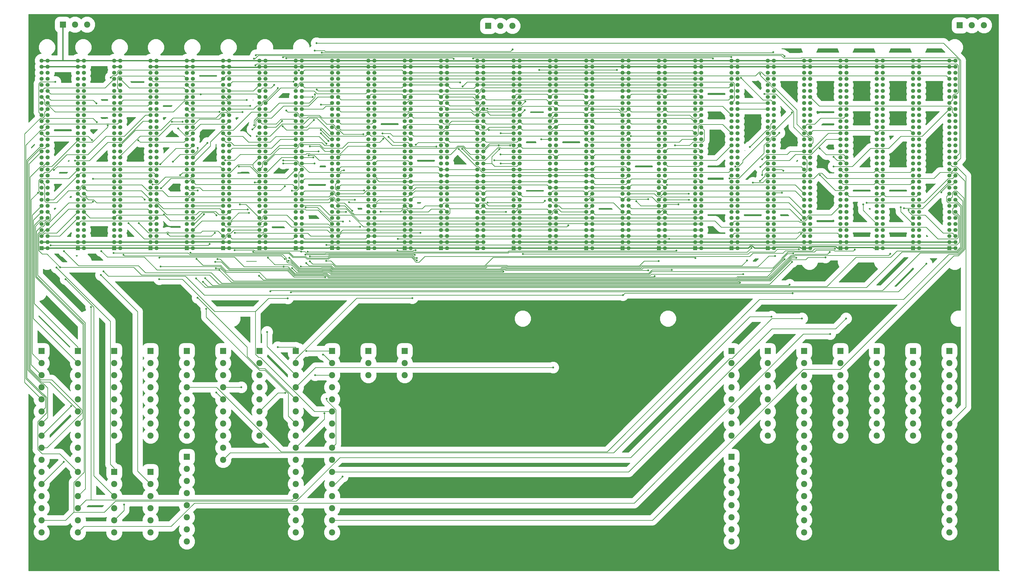
<source format=gbr>
G04 #@! TF.GenerationSoftware,KiCad,Pcbnew,(5.0.0)*
G04 #@! TF.CreationDate,2019-09-22T14:25:55+01:00*
G04 #@! TF.ProjectId,Backplane2,4261636B706C616E65322E6B69636164,rev?*
G04 #@! TF.SameCoordinates,Original*
G04 #@! TF.FileFunction,Copper,L1,Top,Signal*
G04 #@! TF.FilePolarity,Positive*
%FSLAX46Y46*%
G04 Gerber Fmt 4.6, Leading zero omitted, Abs format (unit mm)*
G04 Created by KiCad (PCBNEW (5.0.0)) date 09/22/19 14:25:55*
%MOMM*%
%LPD*%
G01*
G04 APERTURE LIST*
G04 #@! TA.AperFunction,ComponentPad*
%ADD10R,2.600000X2.600000*%
G04 #@! TD*
G04 #@! TA.AperFunction,ComponentPad*
%ADD11C,2.600000*%
G04 #@! TD*
G04 #@! TA.AperFunction,ComponentPad*
%ADD12C,1.700000*%
G04 #@! TD*
G04 #@! TA.AperFunction,ComponentPad*
%ADD13R,1.700000X1.700000*%
G04 #@! TD*
G04 #@! TA.AperFunction,ViaPad*
%ADD14C,0.800000*%
G04 #@! TD*
G04 #@! TA.AperFunction,Conductor*
%ADD15C,0.250000*%
G04 #@! TD*
G04 #@! TA.AperFunction,Conductor*
%ADD16C,0.500000*%
G04 #@! TD*
G04 #@! TA.AperFunction,NonConductor*
%ADD17C,0.254000*%
G04 #@! TD*
G04 APERTURE END LIST*
D10*
G04 #@! TO.P,J202,1*
G04 #@! TO.N,SKT14BB*
X66040000Y-228600000D03*
D11*
G04 #@! TO.P,J202,2*
G04 #@! TO.N,SKT9-28*
X66040000Y-233680000D03*
G04 #@! TO.P,J202,3*
G04 #@! TO.N,SKT3JJ*
X66040000Y-238760000D03*
G04 #@! TO.P,J202,4*
G04 #@! TO.N,SKT3KK*
X66040000Y-243840000D03*
G04 #@! TO.P,J202,5*
G04 #@! TO.N,STC*
X66040000Y-248920000D03*
G04 #@! TO.P,J202,6*
G04 #@! TO.N,SHO*
X66040000Y-254000000D03*
G04 #@! TD*
D10*
G04 #@! TO.P,J201,1*
G04 #@! TO.N,SKT5k*
X50800000Y-228600000D03*
D11*
G04 #@! TO.P,J201,2*
G04 #@! TO.N,SKT5Y*
X50800000Y-233680000D03*
G04 #@! TO.P,J201,3*
G04 #@! TO.N,SKT5f*
X50800000Y-238760000D03*
G04 #@! TO.P,J201,4*
G04 #@! TO.N,SKT5~h*
X50800000Y-243840000D03*
G04 #@! TO.P,J201,5*
G04 #@! TO.N,SKT5a*
X50800000Y-248920000D03*
G04 #@! TO.P,J201,6*
G04 #@! TO.N,W17*
X50800000Y-254000000D03*
G04 #@! TD*
D10*
G04 #@! TO.P,J106,1*
G04 #@! TO.N,SKT3FF*
X96520000Y-177800000D03*
D11*
G04 #@! TO.P,J106,2*
G04 #@! TO.N,SKT3q*
X96520000Y-182880000D03*
G04 #@! TO.P,J106,3*
G04 #@! TO.N,SKT3GG*
X96520000Y-187960000D03*
G04 #@! TO.P,J106,4*
G04 #@! TO.N,~M12*
X96520000Y-193040000D03*
G04 #@! TO.P,J106,5*
G04 #@! TO.N,~M13*
X96520000Y-198120000D03*
G04 #@! TO.P,J106,6*
G04 #@! TO.N,~KTJ~1*
X96520000Y-203200000D03*
G04 #@! TO.P,J106,7*
G04 #@! TO.N,~ETJ~2*
X96520000Y-208280000D03*
G04 #@! TO.P,J106,8*
G04 #@! TO.N,~ETJ~3*
X96520000Y-213360000D03*
G04 #@! TO.P,J106,9*
G04 #@! TO.N,~KTJ~5*
X96520000Y-218440000D03*
G04 #@! TO.P,J106,10*
G04 #@! TO.N,AA7*
X96520000Y-223520000D03*
G04 #@! TD*
D12*
G04 #@! TO.P,J1,AL*
G04 #@! TO.N,GND*
X22860000Y-55880000D03*
G04 #@! TO.P,J1,32*
X20320000Y-55880000D03*
G04 #@! TO.P,J1,AK*
G04 #@! TO.N,Neg6v*
X22860000Y-58420000D03*
G04 #@! TO.P,J1,31*
X20320000Y-58420000D03*
G04 #@! TO.P,J1,AJ*
G04 #@! TO.N,N/C*
X22860000Y-60960000D03*
G04 #@! TO.P,J1,30*
X20320000Y-60960000D03*
G04 #@! TO.P,J1,AH*
X22860000Y-63500000D03*
G04 #@! TO.P,J1,29*
X20320000Y-63500000D03*
G04 #@! TO.P,J1,AF*
X22860000Y-66040000D03*
G04 #@! TO.P,J1,28*
X20320000Y-66040000D03*
G04 #@! TO.P,J1,AE*
G04 #@! TO.N,RESET*
X22860000Y-68580000D03*
G04 #@! TO.P,J1,27*
G04 #@! TO.N,~RESET~1*
X20320000Y-68580000D03*
G04 #@! TO.P,J1,AD*
G04 #@! TO.N,~RESET*
X22860000Y-71120000D03*
G04 #@! TO.P,J1,26*
G04 #@! TO.N,TCS*
X20320000Y-71120000D03*
G04 #@! TO.P,J1,AC*
G04 #@! TO.N,~STOP*
X22860000Y-73660000D03*
G04 #@! TO.P,J1,25*
G04 #@! TO.N,SKT5P*
X20320000Y-73660000D03*
G04 #@! TO.P,J1,AB*
G04 #@! TO.N,SKT5~D*
X22860000Y-76200000D03*
G04 #@! TO.P,J1,24*
G04 #@! TO.N,SKT11j*
X20320000Y-76200000D03*
G04 #@! TO.P,J1,AA*
G04 #@! TO.N,N/C*
X22860000Y-78740000D03*
G04 #@! TO.P,J1,23*
G04 #@! TO.N,E1*
X20320000Y-78740000D03*
G04 #@! TO.P,J1,Z*
G04 #@! TO.N,N/C*
X22860000Y-81280000D03*
G04 #@! TO.P,J1,22*
G04 #@! TO.N,E2*
X20320000Y-81280000D03*
G04 #@! TO.P,J1,Y*
G04 #@! TO.N,SKT5X*
X22860000Y-83820000D03*
G04 #@! TO.P,J1,21*
G04 #@! TO.N,~E2*
X20320000Y-83820000D03*
G04 #@! TO.P,J1,X*
G04 #@! TO.N,N/C*
X22860000Y-86360000D03*
G04 #@! TO.P,J1,20*
G04 #@! TO.N,~E1*
X20320000Y-86360000D03*
G04 #@! TO.P,J1,W*
G04 #@! TO.N,W17*
X22860000Y-88900000D03*
G04 #@! TO.P,J1,19*
G04 #@! TO.N,SKT5f*
X20320000Y-88900000D03*
G04 #@! TO.P,J1,V*
G04 #@! TO.N,SKT5Z*
X22860000Y-91440000D03*
G04 #@! TO.P,J1,18*
G04 #@! TO.N,SKT11q*
X20320000Y-91440000D03*
G04 #@! TO.P,J1,U*
G04 #@! TO.N,N/C*
X22860000Y-93980000D03*
G04 #@! TO.P,J1,17*
G04 #@! TO.N,SKT11U*
X20320000Y-93980000D03*
G04 #@! TO.P,J1,T*
G04 #@! TO.N,~OS*
X22860000Y-96520000D03*
G04 #@! TO.P,J1,16*
G04 #@! TO.N,JUMP*
X20320000Y-96520000D03*
G04 #@! TO.P,J1,S*
G04 #@! TO.N,SKT5g*
X22860000Y-99060000D03*
G04 #@! TO.P,J1,15*
G04 #@! TO.N,~JUMP*
X20320000Y-99060000D03*
G04 #@! TO.P,J1,R*
G04 #@! TO.N,~JIA*
X22860000Y-101600000D03*
G04 #@! TO.P,J1,14*
G04 #@! TO.N,CS*
X20320000Y-101600000D03*
G04 #@! TO.P,J1,P*
G04 #@! TO.N,N/C*
X22860000Y-104140000D03*
G04 #@! TO.P,J1,13*
G04 #@! TO.N,CIN*
X20320000Y-104140000D03*
G04 #@! TO.P,J1,N*
G04 #@! TO.N,~WTM~a*
X22860000Y-106680000D03*
G04 #@! TO.P,J1,12*
G04 #@! TO.N,~CS*
X20320000Y-106680000D03*
G04 #@! TO.P,J1,M*
G04 #@! TO.N,SKT5V*
X22860000Y-109220000D03*
G04 #@! TO.P,J1,11*
G04 #@! TO.N,SKT5W*
X20320000Y-109220000D03*
G04 #@! TO.P,J1,L*
G04 #@! TO.N,SKT5k*
X22860000Y-111760000D03*
G04 #@! TO.P,J1,10*
G04 #@! TO.N,ONG*
X20320000Y-111760000D03*
G04 #@! TO.P,J1,K*
G04 #@! TO.N,ONG-*
X22860000Y-114300000D03*
G04 #@! TO.P,J1,9*
G04 #@! TO.N,ENG*
X20320000Y-114300000D03*
G04 #@! TO.P,J1,J*
G04 #@! TO.N,SKT5b*
X22860000Y-116840000D03*
G04 #@! TO.P,J1,8*
G04 #@! TO.N,SKT5C*
X20320000Y-116840000D03*
G04 #@! TO.P,J1,H*
G04 #@! TO.N,SKT5e*
X22860000Y-119380000D03*
G04 #@! TO.P,J1,7*
G04 #@! TO.N,SKT11f*
X20320000Y-119380000D03*
G04 #@! TO.P,J1,F*
G04 #@! TO.N,SKT11g*
X22860000Y-121920000D03*
G04 #@! TO.P,J1,6*
G04 #@! TO.N,SKT11h*
X20320000Y-121920000D03*
G04 #@! TO.P,J1,E*
G04 #@! TO.N,~ENG*
X22860000Y-124460000D03*
G04 #@! TO.P,J1,5*
G04 #@! TO.N,SKT5D*
X20320000Y-124460000D03*
G04 #@! TO.P,J1,D*
G04 #@! TO.N,SKT5i*
X22860000Y-127000000D03*
G04 #@! TO.P,J1,4*
G04 #@! TO.N,SKT11i*
X20320000Y-127000000D03*
G04 #@! TO.P,J1,C*
G04 #@! TO.N,SKT5T*
X22860000Y-129540000D03*
G04 #@! TO.P,J1,3*
G04 #@! TO.N,SKT5U*
X20320000Y-129540000D03*
G04 #@! TO.P,J1,B*
G04 #@! TO.N,6v*
X22860000Y-132080000D03*
G04 #@! TO.P,J1,2*
X20320000Y-132080000D03*
G04 #@! TO.P,J1,A*
G04 #@! TO.N,GND*
X22860000Y-134620000D03*
D13*
G04 #@! TO.P,J1,1*
X20320000Y-134620000D03*
G04 #@! TD*
D12*
G04 #@! TO.P,J2,AL*
G04 #@! TO.N,GND*
X38100000Y-55880000D03*
G04 #@! TO.P,J2,32*
X35560000Y-55880000D03*
G04 #@! TO.P,J2,AK*
G04 #@! TO.N,Neg6v*
X38100000Y-58420000D03*
G04 #@! TO.P,J2,31*
X35560000Y-58420000D03*
G04 #@! TO.P,J2,AJ*
G04 #@! TO.N,N/C*
X38100000Y-60960000D03*
G04 #@! TO.P,J2,30*
X35560000Y-60960000D03*
G04 #@! TO.P,J2,AH*
X38100000Y-63500000D03*
G04 #@! TO.P,J2,29*
G04 #@! TO.N,SKT14BB*
X35560000Y-63500000D03*
G04 #@! TO.P,J2,AF*
G04 #@! TO.N,STC*
X38100000Y-66040000D03*
G04 #@! TO.P,J2,28*
G04 #@! TO.N,RDY-*
X35560000Y-66040000D03*
G04 #@! TO.P,J2,AE*
G04 #@! TO.N,N/C*
X38100000Y-68580000D03*
G04 #@! TO.P,J2,27*
X35560000Y-68580000D03*
G04 #@! TO.P,J2,AD*
X38100000Y-71120000D03*
G04 #@! TO.P,J2,26*
X35560000Y-71120000D03*
G04 #@! TO.P,J2,AC*
G04 #@! TO.N,SKT3KK*
X38100000Y-73660000D03*
G04 #@! TO.P,J2,25*
G04 #@! TO.N,~ENG*
X35560000Y-73660000D03*
G04 #@! TO.P,J2,AB*
G04 #@! TO.N,NGA*
X38100000Y-76200000D03*
G04 #@! TO.P,J2,24*
G04 #@! TO.N,ENG*
X35560000Y-76200000D03*
G04 #@! TO.P,J2,AA*
G04 #@! TO.N,~SB*
X38100000Y-78740000D03*
G04 #@! TO.P,J2,23*
G04 #@! TO.N,N/C*
X35560000Y-78740000D03*
G04 #@! TO.P,J2,Z*
G04 #@! TO.N,SKT9-28*
X38100000Y-81280000D03*
G04 #@! TO.P,J2,22*
G04 #@! TO.N,N/C*
X35560000Y-81280000D03*
G04 #@! TO.P,J2,Y*
G04 #@! TO.N,~RESET~2*
X38100000Y-83820000D03*
G04 #@! TO.P,J2,21*
G04 #@! TO.N,N/C*
X35560000Y-83820000D03*
G04 #@! TO.P,J2,X*
G04 #@! TO.N,~RESET~1*
X38100000Y-86360000D03*
G04 #@! TO.P,J2,20*
G04 #@! TO.N,~OS*
X35560000Y-86360000D03*
G04 #@! TO.P,J2,W*
G04 #@! TO.N,N/C*
X38100000Y-88900000D03*
G04 #@! TO.P,J2,19*
G04 #@! TO.N,CS*
X35560000Y-88900000D03*
G04 #@! TO.P,J2,V*
G04 #@! TO.N,N/C*
X38100000Y-91440000D03*
G04 #@! TO.P,J2,18*
X35560000Y-91440000D03*
G04 #@! TO.P,J2,U*
G04 #@! TO.N,SKT5H*
X38100000Y-93980000D03*
G04 #@! TO.P,J2,17*
G04 #@! TO.N,N/C*
X35560000Y-93980000D03*
G04 #@! TO.P,J2,T*
G04 #@! TO.N,SKT3JJ*
X38100000Y-96520000D03*
G04 #@! TO.P,J2,16*
G04 #@! TO.N,~STOP*
X35560000Y-96520000D03*
G04 #@! TO.P,J2,S*
G04 #@! TO.N,SHO*
X38100000Y-99060000D03*
G04 #@! TO.P,J2,15*
G04 #@! TO.N,N/C*
X35560000Y-99060000D03*
G04 #@! TO.P,J2,R*
G04 #@! TO.N,~STOP*
X38100000Y-101600000D03*
G04 #@! TO.P,J2,14*
G04 #@! TO.N,ONG*
X35560000Y-101600000D03*
G04 #@! TO.P,J2,P*
G04 #@! TO.N,N/C*
X38100000Y-104140000D03*
G04 #@! TO.P,J2,13*
G04 #@! TO.N,ONG-*
X35560000Y-104140000D03*
G04 #@! TO.P,J2,N*
G04 #@! TO.N,N/C*
X38100000Y-106680000D03*
G04 #@! TO.P,J2,12*
X35560000Y-106680000D03*
G04 #@! TO.P,J2,M*
G04 #@! TO.N,MST*
X38100000Y-109220000D03*
G04 #@! TO.P,J2,11*
G04 #@! TO.N,N/C*
X35560000Y-109220000D03*
G04 #@! TO.P,J2,L*
G04 #@! TO.N,OIS*
X38100000Y-111760000D03*
G04 #@! TO.P,J2,10*
G04 #@! TO.N,~RESET~'*
X35560000Y-111760000D03*
G04 #@! TO.P,J2,K*
G04 #@! TO.N,N/C*
X38100000Y-114300000D03*
G04 #@! TO.P,J2,9*
X35560000Y-114300000D03*
G04 #@! TO.P,J2,J*
G04 #@! TO.N,CON*
X38100000Y-116840000D03*
G04 #@! TO.P,J2,8*
G04 #@! TO.N,N/C*
X35560000Y-116840000D03*
G04 #@! TO.P,J2,H*
G04 #@! TO.N,~SAO*
X38100000Y-119380000D03*
G04 #@! TO.P,J2,7*
G04 #@! TO.N,SKT5U*
X35560000Y-119380000D03*
G04 #@! TO.P,J2,F*
G04 #@! TO.N,N/C*
X38100000Y-121920000D03*
G04 #@! TO.P,J2,6*
G04 #@! TO.N,SKT5T*
X35560000Y-121920000D03*
G04 #@! TO.P,J2,E*
G04 #@! TO.N,SKT5R*
X38100000Y-124460000D03*
G04 #@! TO.P,J2,5*
G04 #@! TO.N,WFR*
X35560000Y-124460000D03*
G04 #@! TO.P,J2,D*
G04 #@! TO.N,N/C*
X38100000Y-127000000D03*
G04 #@! TO.P,J2,4*
G04 #@! TO.N,JUMP*
X35560000Y-127000000D03*
G04 #@! TO.P,J2,C*
G04 #@! TO.N,MARGINS*
X38100000Y-129540000D03*
G04 #@! TO.P,J2,3*
G04 #@! TO.N,~JUMP*
X35560000Y-129540000D03*
G04 #@! TO.P,J2,B*
G04 #@! TO.N,6v*
X38100000Y-132080000D03*
G04 #@! TO.P,J2,2*
X35560000Y-132080000D03*
G04 #@! TO.P,J2,A*
G04 #@! TO.N,GND*
X38100000Y-134620000D03*
D13*
G04 #@! TO.P,J2,1*
X35560000Y-134620000D03*
G04 #@! TD*
D12*
G04 #@! TO.P,J3,AL*
G04 #@! TO.N,GND*
X53340000Y-55880000D03*
G04 #@! TO.P,J3,32*
X50800000Y-55880000D03*
G04 #@! TO.P,J3,AK*
G04 #@! TO.N,Neg6v*
X53340000Y-58420000D03*
G04 #@! TO.P,J3,31*
X50800000Y-58420000D03*
G04 #@! TO.P,J3,AJ*
G04 #@! TO.N,N/C*
X53340000Y-60960000D03*
G04 #@! TO.P,J3,30*
X50800000Y-60960000D03*
G04 #@! TO.P,J3,AH*
G04 #@! TO.N,t1*
X53340000Y-63500000D03*
G04 #@! TO.P,J3,29*
G04 #@! TO.N,~RESET~1*
X50800000Y-63500000D03*
G04 #@! TO.P,J3,AF*
G04 #@! TO.N,N/C*
X53340000Y-66040000D03*
G04 #@! TO.P,J3,28*
G04 #@! TO.N,PTR*
X50800000Y-66040000D03*
G04 #@! TO.P,J3,AE*
G04 #@! TO.N,t3-2*
X53340000Y-68580000D03*
G04 #@! TO.P,J3,27*
G04 #@! TO.N,N/C*
X50800000Y-68580000D03*
G04 #@! TO.P,J3,AD*
G04 #@! TO.N,SKT5~h*
X53340000Y-71120000D03*
G04 #@! TO.P,J3,26*
G04 #@! TO.N,N/C*
X50800000Y-71120000D03*
G04 #@! TO.P,J3,AC*
G04 #@! TO.N,t4-1*
X53340000Y-73660000D03*
G04 #@! TO.P,J3,25*
G04 #@! TO.N,N/C*
X50800000Y-73660000D03*
G04 #@! TO.P,J3,AB*
X53340000Y-76200000D03*
G04 #@! TO.P,J3,24*
X50800000Y-76200000D03*
G04 #@! TO.P,J3,AA*
G04 #@! TO.N,t2-1*
X53340000Y-78740000D03*
G04 #@! TO.P,J3,23*
G04 #@! TO.N,N/C*
X50800000Y-78740000D03*
G04 #@! TO.P,J3,Z*
G04 #@! TO.N,~E2*
X53340000Y-81280000D03*
G04 #@! TO.P,J3,22*
G04 #@! TO.N,N/C*
X50800000Y-81280000D03*
G04 #@! TO.P,J3,Y*
X53340000Y-83820000D03*
G04 #@! TO.P,J3,21*
X50800000Y-83820000D03*
G04 #@! TO.P,J3,X*
X53340000Y-86360000D03*
G04 #@! TO.P,J3,20*
X50800000Y-86360000D03*
G04 #@! TO.P,J3,W*
G04 #@! TO.N,SKT5a*
X53340000Y-88900000D03*
G04 #@! TO.P,J3,19*
G04 #@! TO.N,N/C*
X50800000Y-88900000D03*
G04 #@! TO.P,J3,V*
G04 #@! TO.N,E2*
X53340000Y-91440000D03*
G04 #@! TO.P,J3,18*
G04 #@! TO.N,N/C*
X50800000Y-91440000D03*
G04 #@! TO.P,J3,U*
X53340000Y-93980000D03*
G04 #@! TO.P,J3,17*
X50800000Y-93980000D03*
G04 #@! TO.P,J3,T*
G04 #@! TO.N,E1*
X53340000Y-96520000D03*
G04 #@! TO.P,J3,16*
G04 #@! TO.N,N/C*
X50800000Y-96520000D03*
G04 #@! TO.P,J3,S*
G04 #@! TO.N,SKT11p*
X53340000Y-99060000D03*
G04 #@! TO.P,J3,15*
G04 #@! TO.N,N/C*
X50800000Y-99060000D03*
G04 #@! TO.P,J3,R*
G04 #@! TO.N,INT3*
X53340000Y-101600000D03*
G04 #@! TO.P,J3,14*
G04 #@! TO.N,N/C*
X50800000Y-101600000D03*
G04 #@! TO.P,J3,P*
G04 #@! TO.N,~E1*
X53340000Y-104140000D03*
G04 #@! TO.P,J3,13*
G04 #@! TO.N,N/C*
X50800000Y-104140000D03*
G04 #@! TO.P,J3,N*
X53340000Y-106680000D03*
G04 #@! TO.P,J3,12*
G04 #@! TO.N,DH*
X50800000Y-106680000D03*
G04 #@! TO.P,J3,M*
G04 #@! TO.N,N/C*
X53340000Y-109220000D03*
G04 #@! TO.P,J3,11*
G04 #@! TO.N,SKT11Y*
X50800000Y-109220000D03*
G04 #@! TO.P,J3,L*
G04 #@! TO.N,SKT11n*
X53340000Y-111760000D03*
G04 #@! TO.P,J3,10*
G04 #@! TO.N,SKT11X*
X50800000Y-111760000D03*
G04 #@! TO.P,J3,K*
G04 #@! TO.N,INT2*
X53340000Y-114300000D03*
G04 #@! TO.P,J3,9*
G04 #@! TO.N,SKT11W*
X50800000Y-114300000D03*
G04 #@! TO.P,J3,J*
G04 #@! TO.N,N/C*
X53340000Y-116840000D03*
G04 #@! TO.P,J3,8*
G04 #@! TO.N,DTE*
X50800000Y-116840000D03*
G04 #@! TO.P,J3,H*
G04 #@! TO.N,N/C*
X53340000Y-119380000D03*
G04 #@! TO.P,J3,7*
G04 #@! TO.N,DD*
X50800000Y-119380000D03*
G04 #@! TO.P,J3,F*
G04 #@! TO.N,SKT5Y*
X53340000Y-121920000D03*
G04 #@! TO.P,J3,6*
G04 #@! TO.N,~SAO*
X50800000Y-121920000D03*
G04 #@! TO.P,J3,E*
G04 #@! TO.N,SKT11m*
X53340000Y-124460000D03*
G04 #@! TO.P,J3,5*
G04 #@! TO.N,N/C*
X50800000Y-124460000D03*
G04 #@! TO.P,J3,D*
G04 #@! TO.N,INT1*
X53340000Y-127000000D03*
G04 #@! TO.P,J3,4*
G04 #@! TO.N,N/C*
X50800000Y-127000000D03*
G04 #@! TO.P,J3,C*
X53340000Y-129540000D03*
G04 #@! TO.P,J3,3*
X50800000Y-129540000D03*
G04 #@! TO.P,J3,B*
G04 #@! TO.N,6v*
X53340000Y-132080000D03*
G04 #@! TO.P,J3,2*
X50800000Y-132080000D03*
G04 #@! TO.P,J3,A*
G04 #@! TO.N,GND*
X53340000Y-134620000D03*
D13*
G04 #@! TO.P,J3,1*
X50800000Y-134620000D03*
G04 #@! TD*
D12*
G04 #@! TO.P,J13,AL*
G04 #@! TO.N,GND*
X205740000Y-55880000D03*
G04 #@! TO.P,J13,32*
X203200000Y-55880000D03*
G04 #@! TO.P,J13,AK*
G04 #@! TO.N,Neg6v*
X205740000Y-58420000D03*
G04 #@! TO.P,J13,31*
X203200000Y-58420000D03*
G04 #@! TO.P,J13,AJ*
G04 #@! TO.N,MTFm*
X205740000Y-60960000D03*
G04 #@! TO.P,J13,30*
X203200000Y-60960000D03*
G04 #@! TO.P,J13,AH*
G04 #@! TO.N,QTFm*
X205740000Y-63500000D03*
G04 #@! TO.P,J13,29*
X203200000Y-63500000D03*
G04 #@! TO.P,J13,AF*
G04 #@! TO.N,GTJm*
X205740000Y-66040000D03*
G04 #@! TO.P,J13,28*
X203200000Y-66040000D03*
G04 #@! TO.P,J13,AE*
G04 #@! TO.N,GTAm*
X205740000Y-68580000D03*
G04 #@! TO.P,J13,27*
X203200000Y-68580000D03*
G04 #@! TO.P,J13,AD*
G04 #@! TO.N,1TPCm*
X205740000Y-71120000D03*
G04 #@! TO.P,J13,26*
G04 #@! TO.N,S0c*
X203200000Y-71120000D03*
G04 #@! TO.P,J13,AC*
G04 #@! TO.N,CRSm*
X205740000Y-73660000D03*
G04 #@! TO.P,J13,25*
G04 #@! TO.N,S1c*
X203200000Y-73660000D03*
G04 #@! TO.P,J13,AB*
G04 #@! TO.N,GTQm*
X205740000Y-76200000D03*
G04 #@! TO.P,J13,24*
G04 #@! TO.N,S2c*
X203200000Y-76200000D03*
G04 #@! TO.P,J13,AA*
G04 #@! TO.N,LTGm*
X205740000Y-78740000D03*
G04 #@! TO.P,J13,23*
G04 #@! TO.N,S3b*
X203200000Y-78740000D03*
G04 #@! TO.P,J13,Z*
G04 #@! TO.N,OTMm*
X205740000Y-81280000D03*
G04 #@! TO.P,J13,22*
G04 #@! TO.N,S4b*
X203200000Y-81280000D03*
G04 #@! TO.P,J13,Y*
G04 #@! TO.N,ATFm*
X205740000Y-83820000D03*
G04 #@! TO.P,J13,21*
G04 #@! TO.N,~S4~c*
X203200000Y-83820000D03*
G04 #@! TO.P,J13,X*
G04 #@! TO.N,N/C*
X205740000Y-86360000D03*
G04 #@! TO.P,J13,20*
G04 #@! TO.N,CA2*
X203200000Y-86360000D03*
G04 #@! TO.P,J13,W*
G04 #@! TO.N,TPCOm*
X205740000Y-88900000D03*
G04 #@! TO.P,J13,19*
G04 #@! TO.N,~CA~2*
X203200000Y-88900000D03*
G04 #@! TO.P,J13,V*
G04 #@! TO.N,TXM18m*
X205740000Y-91440000D03*
G04 #@! TO.P,J13,18*
G04 #@! TO.N,N/C*
X203200000Y-91440000D03*
G04 #@! TO.P,J13,U*
G04 #@! TO.N,KTJm*
X205740000Y-93980000D03*
G04 #@! TO.P,J13,17*
G04 #@! TO.N,N/C*
X203200000Y-93980000D03*
G04 #@! TO.P,J13,T*
G04 #@! TO.N,K2m*
X205740000Y-96520000D03*
G04 #@! TO.P,J13,16*
G04 #@! TO.N,N/C*
X203200000Y-96520000D03*
G04 #@! TO.P,J13,S*
G04 #@! TO.N,OTJm*
X205740000Y-99060000D03*
G04 #@! TO.P,J13,15*
G04 #@! TO.N,N/C*
X203200000Y-99060000D03*
G04 #@! TO.P,J13,R*
G04 #@! TO.N,RTGm*
X205740000Y-101600000D03*
G04 #@! TO.P,J13,14*
X203200000Y-101600000D03*
G04 #@! TO.P,J13,P*
G04 #@! TO.N,MTFm*
X205740000Y-104140000D03*
G04 #@! TO.P,J13,13*
X203200000Y-104140000D03*
G04 #@! TO.P,J13,N*
G04 #@! TO.N,1TFm*
X205740000Y-106680000D03*
G04 #@! TO.P,J13,12*
X203200000Y-106680000D03*
G04 #@! TO.P,J13,M*
G04 #@! TO.N,YTXm*
X205740000Y-109220000D03*
G04 #@! TO.P,J13,11*
X203200000Y-109220000D03*
G04 #@! TO.P,J13,L*
G04 #@! TO.N,READm*
X205740000Y-111760000D03*
G04 #@! TO.P,J13,10*
G04 #@! TO.N,N/C*
X203200000Y-111760000D03*
G04 #@! TO.P,J13,K*
G04 #@! TO.N,WRITEm*
X205740000Y-114300000D03*
G04 #@! TO.P,J13,9*
G04 #@! TO.N,N/C*
X203200000Y-114300000D03*
G04 #@! TO.P,J13,J*
G04 #@! TO.N,XTFm*
X205740000Y-116840000D03*
G04 #@! TO.P,J13,8*
G04 #@! TO.N,DE*
X203200000Y-116840000D03*
G04 #@! TO.P,J13,H*
G04 #@! TO.N,JTPCm*
X205740000Y-119380000D03*
G04 #@! TO.P,J13,7*
G04 #@! TO.N,DB*
X203200000Y-119380000D03*
G04 #@! TO.P,J13,F*
G04 #@! TO.N,FTGm*
X205740000Y-121920000D03*
G04 #@! TO.P,J13,6*
X203200000Y-121920000D03*
G04 #@! TO.P,J13,E*
G04 #@! TO.N,AA3m*
X205740000Y-124460000D03*
G04 #@! TO.P,J13,5*
X203200000Y-124460000D03*
G04 #@! TO.P,J13,D*
G04 #@! TO.N,AA2m*
X205740000Y-127000000D03*
G04 #@! TO.P,J13,4*
X203200000Y-127000000D03*
G04 #@! TO.P,J13,C*
G04 #@! TO.N,AA1m*
X205740000Y-129540000D03*
G04 #@! TO.P,J13,3*
X203200000Y-129540000D03*
G04 #@! TO.P,J13,B*
G04 #@! TO.N,6v*
X205740000Y-132080000D03*
G04 #@! TO.P,J13,2*
X203200000Y-132080000D03*
G04 #@! TO.P,J13,A*
G04 #@! TO.N,GND*
X205740000Y-134620000D03*
D13*
G04 #@! TO.P,J13,1*
X203200000Y-134620000D03*
G04 #@! TD*
D12*
G04 #@! TO.P,J4,AL*
G04 #@! TO.N,GND*
X68580000Y-55880000D03*
G04 #@! TO.P,J4,32*
X66040000Y-55880000D03*
G04 #@! TO.P,J4,AK*
G04 #@! TO.N,Neg6v*
X68580000Y-58420000D03*
G04 #@! TO.P,J4,31*
X66040000Y-58420000D03*
G04 #@! TO.P,J4,AJ*
G04 #@! TO.N,N/C*
X68580000Y-60960000D03*
G04 #@! TO.P,J4,30*
X66040000Y-60960000D03*
G04 #@! TO.P,J4,AH*
G04 #@! TO.N,t'1*
X68580000Y-63500000D03*
G04 #@! TO.P,J4,29*
G04 #@! TO.N,~RESET~1*
X66040000Y-63500000D03*
G04 #@! TO.P,J4,AF*
G04 #@! TO.N,t'2*
X68580000Y-66040000D03*
G04 #@! TO.P,J4,28*
G04 #@! TO.N,N/C*
X66040000Y-66040000D03*
G04 #@! TO.P,J4,AE*
G04 #@! TO.N,t'3*
X68580000Y-68580000D03*
G04 #@! TO.P,J4,27*
G04 #@! TO.N,N/C*
X66040000Y-68580000D03*
G04 #@! TO.P,J4,AD*
G04 #@! TO.N,t'4*
X68580000Y-71120000D03*
G04 #@! TO.P,J4,26*
G04 #@! TO.N,N/C*
X66040000Y-71120000D03*
G04 #@! TO.P,J4,AC*
G04 #@! TO.N,t'5*
X68580000Y-73660000D03*
G04 #@! TO.P,J4,25*
G04 #@! TO.N,~STOP*
X66040000Y-73660000D03*
G04 #@! TO.P,J4,AB*
G04 #@! TO.N,t'6*
X68580000Y-76200000D03*
G04 #@! TO.P,J4,24*
G04 #@! TO.N,N/C*
X66040000Y-76200000D03*
G04 #@! TO.P,J4,AA*
X68580000Y-78740000D03*
G04 #@! TO.P,J4,23*
G04 #@! TO.N,CIN*
X66040000Y-78740000D03*
G04 #@! TO.P,J4,Z*
G04 #@! TO.N,N/C*
X68580000Y-81280000D03*
G04 #@! TO.P,J4,22*
G04 #@! TO.N,CON*
X66040000Y-81280000D03*
G04 #@! TO.P,J4,Y*
G04 #@! TO.N,N/C*
X68580000Y-83820000D03*
G04 #@! TO.P,J4,21*
X66040000Y-83820000D03*
G04 #@! TO.P,J4,X*
X68580000Y-86360000D03*
G04 #@! TO.P,J4,20*
X66040000Y-86360000D03*
G04 #@! TO.P,J4,W*
G04 #@! TO.N,~SAO*
X68580000Y-88900000D03*
G04 #@! TO.P,J4,19*
G04 #@! TO.N,N/C*
X66040000Y-88900000D03*
G04 #@! TO.P,J4,V*
X68580000Y-91440000D03*
G04 #@! TO.P,J4,18*
X66040000Y-91440000D03*
G04 #@! TO.P,J4,U*
X68580000Y-93980000D03*
G04 #@! TO.P,J4,17*
X66040000Y-93980000D03*
G04 #@! TO.P,J4,T*
G04 #@! TO.N,TZ1*
X68580000Y-96520000D03*
G04 #@! TO.P,J4,16*
G04 #@! TO.N,N/C*
X66040000Y-96520000D03*
G04 #@! TO.P,J4,S*
X68580000Y-99060000D03*
G04 #@! TO.P,J4,15*
X66040000Y-99060000D03*
G04 #@! TO.P,J4,R*
X68580000Y-101600000D03*
G04 #@! TO.P,J4,14*
X66040000Y-101600000D03*
G04 #@! TO.P,J4,P*
G04 #@! TO.N,ONG-*
X68580000Y-104140000D03*
G04 #@! TO.P,J4,13*
G04 #@! TO.N,N/C*
X66040000Y-104140000D03*
G04 #@! TO.P,J4,N*
G04 #@! TO.N,~ENG*
X68580000Y-106680000D03*
G04 #@! TO.P,J4,12*
G04 #@! TO.N,N/C*
X66040000Y-106680000D03*
G04 #@! TO.P,J4,M*
X68580000Y-109220000D03*
G04 #@! TO.P,J4,11*
X66040000Y-109220000D03*
G04 #@! TO.P,J4,L*
G04 #@! TO.N,~Z2*
X68580000Y-111760000D03*
G04 #@! TO.P,J4,10*
G04 #@! TO.N,~CIS*
X66040000Y-111760000D03*
G04 #@! TO.P,J4,K*
G04 #@! TO.N,WFP*
X68580000Y-114300000D03*
G04 #@! TO.P,J4,9*
G04 #@! TO.N,MST*
X66040000Y-114300000D03*
G04 #@! TO.P,J4,J*
G04 #@! TO.N,SB*
X68580000Y-116840000D03*
G04 #@! TO.P,J4,8*
G04 #@! TO.N,TEST*
X66040000Y-116840000D03*
G04 #@! TO.P,J4,H*
G04 #@! TO.N,N/C*
X68580000Y-119380000D03*
G04 #@! TO.P,J4,7*
G04 #@! TO.N,SKT5i*
X66040000Y-119380000D03*
G04 #@! TO.P,J4,F*
G04 #@! TO.N,WFR*
X68580000Y-121920000D03*
G04 #@! TO.P,J4,6*
G04 #@! TO.N,WTMa*
X66040000Y-121920000D03*
G04 #@! TO.P,J4,E*
G04 #@! TO.N,OIS*
X68580000Y-124460000D03*
G04 #@! TO.P,J4,5*
G04 #@! TO.N,N/C*
X66040000Y-124460000D03*
G04 #@! TO.P,J4,D*
X68580000Y-127000000D03*
G04 #@! TO.P,J4,4*
G04 #@! TO.N,VTGa*
X66040000Y-127000000D03*
G04 #@! TO.P,J4,C*
G04 #@! TO.N,N/C*
X68580000Y-129540000D03*
G04 #@! TO.P,J4,3*
G04 #@! TO.N,SKT7k*
X66040000Y-129540000D03*
G04 #@! TO.P,J4,B*
G04 #@! TO.N,6v*
X68580000Y-132080000D03*
G04 #@! TO.P,J4,2*
X66040000Y-132080000D03*
G04 #@! TO.P,J4,A*
G04 #@! TO.N,GND*
X68580000Y-134620000D03*
D13*
G04 #@! TO.P,J4,1*
X66040000Y-134620000D03*
G04 #@! TD*
D12*
G04 #@! TO.P,J5,AL*
G04 #@! TO.N,GND*
X83820000Y-55880000D03*
G04 #@! TO.P,J5,32*
X81280000Y-55880000D03*
G04 #@! TO.P,J5,AK*
G04 #@! TO.N,Neg6v*
X83820000Y-58420000D03*
G04 #@! TO.P,J5,31*
X81280000Y-58420000D03*
G04 #@! TO.P,J5,AJ*
G04 #@! TO.N,~RGS~i*
X83820000Y-60960000D03*
G04 #@! TO.P,J5,30*
G04 #@! TO.N,N/C*
X81280000Y-60960000D03*
G04 #@! TO.P,J5,AH*
G04 #@! TO.N,~WGS~i*
X83820000Y-63500000D03*
G04 #@! TO.P,J5,29*
G04 #@! TO.N,t3-2*
X81280000Y-63500000D03*
G04 #@! TO.P,J5,AF*
G04 #@! TO.N,~WGS~x*
X83820000Y-66040000D03*
G04 #@! TO.P,J5,28*
G04 #@! TO.N,t3-1*
X81280000Y-66040000D03*
G04 #@! TO.P,J5,AE*
G04 #@! TO.N,t'3*
X83820000Y-68580000D03*
G04 #@! TO.P,J5,27*
G04 #@! TO.N,t1*
X81280000Y-68580000D03*
G04 #@! TO.P,J5,AD*
G04 #@! TO.N,t'1*
X83820000Y-71120000D03*
G04 #@! TO.P,J5,26*
G04 #@! TO.N,t4-1*
X81280000Y-71120000D03*
G04 #@! TO.P,J5,AC*
G04 #@! TO.N,N/C*
X83820000Y-73660000D03*
G04 #@! TO.P,J5,25*
G04 #@! TO.N,t5*
X81280000Y-73660000D03*
G04 #@! TO.P,J5,AB*
G04 #@! TO.N,N/C*
X83820000Y-76200000D03*
G04 #@! TO.P,J5,24*
G04 #@! TO.N,t6*
X81280000Y-76200000D03*
G04 #@! TO.P,J5,AA*
G04 #@! TO.N,N/C*
X83820000Y-78740000D03*
G04 #@! TO.P,J5,23*
G04 #@! TO.N,DTF1-2*
X81280000Y-78740000D03*
G04 #@! TO.P,J5,Z*
G04 #@! TO.N,t'6*
X83820000Y-81280000D03*
G04 #@! TO.P,J5,22*
G04 #@! TO.N,DTF1-1*
X81280000Y-81280000D03*
G04 #@! TO.P,J5,Y*
G04 #@! TO.N,~RGS~x*
X83820000Y-83820000D03*
G04 #@! TO.P,J5,21*
G04 #@! TO.N,N/C*
X81280000Y-83820000D03*
G04 #@! TO.P,J5,X*
G04 #@! TO.N,t'5*
X83820000Y-86360000D03*
G04 #@! TO.P,J5,20*
G04 #@! TO.N,t2-1*
X81280000Y-86360000D03*
G04 #@! TO.P,J5,W*
G04 #@! TO.N,t'4*
X83820000Y-88900000D03*
G04 #@! TO.P,J5,19*
G04 #@! TO.N,t2-1*
X81280000Y-88900000D03*
G04 #@! TO.P,J5,V*
G04 #@! TO.N,~CIS*
X83820000Y-91440000D03*
G04 #@! TO.P,J5,18*
G04 #@! TO.N,OTI-*
X81280000Y-91440000D03*
G04 #@! TO.P,J5,U*
G04 #@! TO.N,t'2*
X83820000Y-93980000D03*
G04 #@! TO.P,J5,17*
G04 #@! TO.N,MTI*
X81280000Y-93980000D03*
G04 #@! TO.P,J5,T*
G04 #@! TO.N,~WGS*
X83820000Y-96520000D03*
G04 #@! TO.P,J5,16*
G04 #@! TO.N,N/C*
X81280000Y-96520000D03*
G04 #@! TO.P,J5,S*
G04 #@! TO.N,DTF1a*
X83820000Y-99060000D03*
G04 #@! TO.P,J5,15*
G04 #@! TO.N,N/C*
X81280000Y-99060000D03*
G04 #@! TO.P,J5,R*
G04 #@! TO.N,~RGS*
X83820000Y-101600000D03*
G04 #@! TO.P,J5,14*
G04 #@! TO.N,t4-2*
X81280000Y-101600000D03*
G04 #@! TO.P,J5,P*
G04 #@! TO.N,TEST*
X83820000Y-104140000D03*
G04 #@! TO.P,J5,13*
G04 #@! TO.N,WFR*
X81280000Y-104140000D03*
G04 #@! TO.P,J5,N*
G04 #@! TO.N,WFRa*
X83820000Y-106680000D03*
G04 #@! TO.P,J5,12*
G04 #@! TO.N,MTIa*
X81280000Y-106680000D03*
G04 #@! TO.P,J5,M*
G04 #@! TO.N,OTJa*
X83820000Y-109220000D03*
G04 #@! TO.P,J5,11*
G04 #@! TO.N,OTJ-'*
X81280000Y-109220000D03*
G04 #@! TO.P,J5,L*
G04 #@! TO.N,~CS*
X83820000Y-111760000D03*
G04 #@! TO.P,J5,10*
G04 #@! TO.N,Z18*
X81280000Y-111760000D03*
G04 #@! TO.P,J5,K*
G04 #@! TO.N,F18*
X83820000Y-114300000D03*
G04 #@! TO.P,J5,9*
G04 #@! TO.N,YTX*
X81280000Y-114300000D03*
G04 #@! TO.P,J5,J*
G04 #@! TO.N,RESET*
X83820000Y-116840000D03*
G04 #@! TO.P,J5,8*
G04 #@! TO.N,C18*
X81280000Y-116840000D03*
G04 #@! TO.P,J5,H*
G04 #@! TO.N,C17*
X83820000Y-119380000D03*
G04 #@! TO.P,J5,7*
G04 #@! TO.N,OTA-'*
X81280000Y-119380000D03*
G04 #@! TO.P,J5,F*
G04 #@! TO.N,TXQ1*
X83820000Y-121920000D03*
G04 #@! TO.P,J5,6*
G04 #@! TO.N,OT~X*
X81280000Y-121920000D03*
G04 #@! TO.P,J5,E*
G04 #@! TO.N,OTXa*
X83820000Y-124460000D03*
G04 #@! TO.P,J5,5*
G04 #@! TO.N,1TPC-*
X81280000Y-124460000D03*
G04 #@! TO.P,J5,D*
G04 #@! TO.N,1TPCa*
X83820000Y-127000000D03*
G04 #@! TO.P,J5,4*
G04 #@! TO.N,JTPCa*
X81280000Y-127000000D03*
G04 #@! TO.P,J5,C*
G04 #@! TO.N,RDY*
X83820000Y-129540000D03*
G04 #@! TO.P,J5,3*
G04 #@! TO.N,RDY-*
X81280000Y-129540000D03*
G04 #@! TO.P,J5,B*
G04 #@! TO.N,6v*
X83820000Y-132080000D03*
G04 #@! TO.P,J5,2*
X81280000Y-132080000D03*
G04 #@! TO.P,J5,A*
G04 #@! TO.N,GND*
X83820000Y-134620000D03*
D13*
G04 #@! TO.P,J5,1*
X81280000Y-134620000D03*
G04 #@! TD*
D12*
G04 #@! TO.P,J6,AL*
G04 #@! TO.N,GND*
X99060000Y-55880000D03*
G04 #@! TO.P,J6,32*
X96520000Y-55880000D03*
G04 #@! TO.P,J6,AK*
G04 #@! TO.N,Neg6v*
X99060000Y-58420000D03*
G04 #@! TO.P,J6,31*
X96520000Y-58420000D03*
G04 #@! TO.P,J6,AJ*
G04 #@! TO.N,N/C*
X99060000Y-60960000D03*
G04 #@! TO.P,J6,30*
X96520000Y-60960000D03*
G04 #@! TO.P,J6,AH*
G04 #@! TO.N,t1*
X99060000Y-63500000D03*
G04 #@! TO.P,J6,29*
G04 #@! TO.N,~RESET~1*
X96520000Y-63500000D03*
G04 #@! TO.P,J6,AF*
G04 #@! TO.N,KTJa*
X99060000Y-66040000D03*
G04 #@! TO.P,J6,28*
G04 #@! TO.N,~ETJ~3*
X96520000Y-66040000D03*
G04 #@! TO.P,J6,AE*
G04 #@! TO.N,t3-1*
X99060000Y-68580000D03*
G04 #@! TO.P,J6,27*
G04 #@! TO.N,~ETJ~2*
X96520000Y-68580000D03*
G04 #@! TO.P,J6,AD*
G04 #@! TO.N,t4-5*
X99060000Y-71120000D03*
G04 #@! TO.P,J6,26*
G04 #@! TO.N,CE*
X96520000Y-71120000D03*
G04 #@! TO.P,J6,AC*
G04 #@! TO.N,TCS*
X99060000Y-73660000D03*
G04 #@! TO.P,J6,25*
G04 #@! TO.N,CD*
X96520000Y-73660000D03*
G04 #@! TO.P,J6,AB*
G04 #@! TO.N,ETJ*
X99060000Y-76200000D03*
G04 #@! TO.P,J6,24*
G04 #@! TO.N,K1*
X96520000Y-76200000D03*
G04 #@! TO.P,J6,AA*
G04 #@! TO.N,E2*
X99060000Y-78740000D03*
G04 #@! TO.P,J6,23*
G04 #@! TO.N,E1*
X96520000Y-78740000D03*
G04 #@! TO.P,J6,Z*
G04 #@! TO.N,t2-1*
X99060000Y-81280000D03*
G04 #@! TO.P,J6,22*
G04 #@! TO.N,~KTJ~5*
X96520000Y-81280000D03*
G04 #@! TO.P,J6,Y*
G04 #@! TO.N,~M12*
X99060000Y-83820000D03*
G04 #@! TO.P,J6,21*
G04 #@! TO.N,~KTJ~1*
X96520000Y-83820000D03*
G04 #@! TO.P,J6,X*
G04 #@! TO.N,M13*
X99060000Y-86360000D03*
G04 #@! TO.P,J6,20*
G04 #@! TO.N,K2*
X96520000Y-86360000D03*
G04 #@! TO.P,J6,W*
G04 #@! TO.N,M12*
X99060000Y-88900000D03*
G04 #@! TO.P,J6,19*
G04 #@! TO.N,t6*
X96520000Y-88900000D03*
G04 #@! TO.P,J6,V*
G04 #@! TO.N,SKT3GG*
X99060000Y-91440000D03*
G04 #@! TO.P,J6,18*
G04 #@! TO.N,~M13*
X96520000Y-91440000D03*
G04 #@! TO.P,J6,U*
G04 #@! TO.N,TM12TM13*
X99060000Y-93980000D03*
G04 #@! TO.P,J6,17*
G04 #@! TO.N,TEST*
X96520000Y-93980000D03*
G04 #@! TO.P,J6,T*
G04 #@! TO.N,N/C*
X99060000Y-96520000D03*
G04 #@! TO.P,J6,16*
X96520000Y-96520000D03*
G04 #@! TO.P,J6,S*
G04 #@! TO.N,SKT3q*
X99060000Y-99060000D03*
G04 #@! TO.P,J6,15*
G04 #@! TO.N,SKT5D*
X96520000Y-99060000D03*
G04 #@! TO.P,J6,R*
G04 #@! TO.N,SFD*
X99060000Y-101600000D03*
G04 #@! TO.P,J6,14*
G04 #@! TO.N,~JIA*
X96520000Y-101600000D03*
G04 #@! TO.P,J6,P*
G04 #@! TO.N,N/C*
X99060000Y-104140000D03*
G04 #@! TO.P,J6,13*
X96520000Y-104140000D03*
G04 #@! TO.P,J6,N*
G04 #@! TO.N,SKT3FF*
X99060000Y-106680000D03*
G04 #@! TO.P,J6,12*
G04 #@! TO.N,FD*
X96520000Y-106680000D03*
G04 #@! TO.P,J6,M*
G04 #@! TO.N,~SAO*
X99060000Y-109220000D03*
G04 #@! TO.P,J6,11*
G04 #@! TO.N,RDY*
X96520000Y-109220000D03*
G04 #@! TO.P,J6,L*
G04 #@! TO.N,N/C*
X99060000Y-111760000D03*
G04 #@! TO.P,J6,10*
G04 #@! TO.N,C*
X96520000Y-111760000D03*
G04 #@! TO.P,J6,K*
G04 #@! TO.N,~SB*
X99060000Y-114300000D03*
G04 #@! TO.P,J6,9*
G04 #@! TO.N,N/C*
X96520000Y-114300000D03*
G04 #@! TO.P,J6,J*
X99060000Y-116840000D03*
G04 #@! TO.P,J6,8*
G04 #@! TO.N,RESET*
X96520000Y-116840000D03*
G04 #@! TO.P,J6,H*
G04 #@! TO.N,SB*
X99060000Y-119380000D03*
G04 #@! TO.P,J6,7*
G04 #@! TO.N,~RESET~'*
X96520000Y-119380000D03*
G04 #@! TO.P,J6,F*
G04 #@! TO.N,AA7*
X99060000Y-121920000D03*
G04 #@! TO.P,J6,6*
X96520000Y-121920000D03*
G04 #@! TO.P,J6,E*
G04 #@! TO.N,AA3*
X99060000Y-124460000D03*
G04 #@! TO.P,J6,5*
G04 #@! TO.N,~SFD*
X96520000Y-124460000D03*
G04 #@! TO.P,J6,D*
G04 #@! TO.N,AA2*
X99060000Y-127000000D03*
G04 #@! TO.P,J6,4*
G04 #@! TO.N,N/C*
X96520000Y-127000000D03*
G04 #@! TO.P,J6,C*
G04 #@! TO.N,AA1*
X99060000Y-129540000D03*
G04 #@! TO.P,J6,3*
G04 #@! TO.N,~RESET*
X96520000Y-129540000D03*
G04 #@! TO.P,J6,B*
G04 #@! TO.N,6v*
X99060000Y-132080000D03*
G04 #@! TO.P,J6,2*
X96520000Y-132080000D03*
G04 #@! TO.P,J6,A*
G04 #@! TO.N,GND*
X99060000Y-134620000D03*
D13*
G04 #@! TO.P,J6,1*
X96520000Y-134620000D03*
G04 #@! TD*
D12*
G04 #@! TO.P,J7,AL*
G04 #@! TO.N,GND*
X114300000Y-55880000D03*
G04 #@! TO.P,J7,32*
X111760000Y-55880000D03*
G04 #@! TO.P,J7,AK*
G04 #@! TO.N,Neg6v*
X114300000Y-58420000D03*
G04 #@! TO.P,J7,31*
X111760000Y-58420000D03*
G04 #@! TO.P,J7,AJ*
G04 #@! TO.N,N/C*
X114300000Y-60960000D03*
G04 #@! TO.P,J7,30*
X111760000Y-60960000D03*
G04 #@! TO.P,J7,AH*
G04 #@! TO.N,~CA~2*
X114300000Y-63500000D03*
G04 #@! TO.P,J7,29*
G04 #@! TO.N,N/C*
X111760000Y-63500000D03*
G04 #@! TO.P,J7,AF*
G04 #@! TO.N,CRS*
X114300000Y-66040000D03*
G04 #@! TO.P,J7,28*
G04 #@! TO.N,t3-1*
X111760000Y-66040000D03*
G04 #@! TO.P,J7,AE*
G04 #@! TO.N,CA2*
X114300000Y-68580000D03*
G04 #@! TO.P,J7,27*
G04 #@! TO.N,~CA~1*
X111760000Y-68580000D03*
G04 #@! TO.P,J7,AD*
G04 #@! TO.N,CA1*
X114300000Y-71120000D03*
G04 #@! TO.P,J7,26*
G04 #@! TO.N,RESET*
X111760000Y-71120000D03*
G04 #@! TO.P,J7,AC*
G04 #@! TO.N,CC*
X114300000Y-73660000D03*
G04 #@! TO.P,J7,25*
G04 #@! TO.N,N/C*
X111760000Y-73660000D03*
G04 #@! TO.P,J7,AB*
X114300000Y-76200000D03*
G04 #@! TO.P,J7,24*
X111760000Y-76200000D03*
G04 #@! TO.P,J7,AA*
X114300000Y-78740000D03*
G04 #@! TO.P,J7,23*
G04 #@! TO.N,t5*
X111760000Y-78740000D03*
G04 #@! TO.P,J7,Z*
G04 #@! TO.N,SKT3DD*
X114300000Y-81280000D03*
G04 #@! TO.P,J7,22*
G04 #@! TO.N,TM11*
X111760000Y-81280000D03*
G04 #@! TO.P,J7,Y*
G04 #@! TO.N,TCS*
X114300000Y-83820000D03*
G04 #@! TO.P,J7,21*
G04 #@! TO.N,M11*
X111760000Y-83820000D03*
G04 #@! TO.P,J7,X*
G04 #@! TO.N,N/C*
X114300000Y-86360000D03*
G04 #@! TO.P,J7,20*
X111760000Y-86360000D03*
G04 #@! TO.P,J7,W*
X114300000Y-88900000D03*
G04 #@! TO.P,J7,19*
X111760000Y-88900000D03*
G04 #@! TO.P,J7,V*
G04 #@! TO.N,SKT3EE*
X114300000Y-91440000D03*
G04 #@! TO.P,J7,18*
G04 #@! TO.N,t6*
X111760000Y-91440000D03*
G04 #@! TO.P,J7,U*
G04 #@! TO.N,N/C*
X114300000Y-93980000D03*
G04 #@! TO.P,J7,17*
X111760000Y-93980000D03*
G04 #@! TO.P,J7,T*
X114300000Y-96520000D03*
G04 #@! TO.P,J7,16*
G04 #@! TO.N,TXQ1*
X111760000Y-96520000D03*
G04 #@! TO.P,J7,S*
G04 #@! TO.N,CB*
X114300000Y-99060000D03*
G04 #@! TO.P,J7,15*
G04 #@! TO.N,Q1-*
X111760000Y-99060000D03*
G04 #@! TO.P,J7,R*
G04 #@! TO.N,N/C*
X114300000Y-101600000D03*
G04 #@! TO.P,J7,14*
G04 #@! TO.N,TM12*
X111760000Y-101600000D03*
G04 #@! TO.P,J7,P*
G04 #@! TO.N,N/C*
X114300000Y-104140000D03*
G04 #@! TO.P,J7,13*
G04 #@! TO.N,M12*
X111760000Y-104140000D03*
G04 #@! TO.P,J7,N*
G04 #@! TO.N,N/C*
X114300000Y-106680000D03*
G04 #@! TO.P,J7,12*
G04 #@! TO.N,~X*
X111760000Y-106680000D03*
G04 #@! TO.P,J7,M*
G04 #@! TO.N,N/C*
X114300000Y-109220000D03*
G04 #@! TO.P,J7,11*
G04 #@! TO.N,~M18*
X111760000Y-109220000D03*
G04 #@! TO.P,J7,L*
G04 #@! TO.N,N/C*
X114300000Y-111760000D03*
G04 #@! TO.P,J7,10*
G04 #@! TO.N,X*
X111760000Y-111760000D03*
G04 #@! TO.P,J7,K*
G04 #@! TO.N,N/C*
X114300000Y-114300000D03*
G04 #@! TO.P,J7,9*
G04 #@! TO.N,M18*
X111760000Y-114300000D03*
G04 #@! TO.P,J7,J*
G04 #@! TO.N,N/C*
X114300000Y-116840000D03*
G04 #@! TO.P,J7,8*
G04 #@! TO.N,TM18*
X111760000Y-116840000D03*
G04 #@! TO.P,J7,H*
G04 #@! TO.N,N/C*
X114300000Y-119380000D03*
G04 #@! TO.P,J7,7*
G04 #@! TO.N,TM13*
X111760000Y-119380000D03*
G04 #@! TO.P,J7,F*
G04 #@! TO.N,N/C*
X114300000Y-121920000D03*
G04 #@! TO.P,J7,6*
G04 #@! TO.N,M13*
X111760000Y-121920000D03*
G04 #@! TO.P,J7,E*
G04 #@! TO.N,~SFD*
X114300000Y-124460000D03*
G04 #@! TO.P,J7,5*
G04 #@! TO.N,TNGA*
X111760000Y-124460000D03*
G04 #@! TO.P,J7,D*
G04 #@! TO.N,SFD*
X114300000Y-127000000D03*
G04 #@! TO.P,J7,4*
G04 #@! TO.N,NGA*
X111760000Y-127000000D03*
G04 #@! TO.P,J7,C*
G04 #@! TO.N,~TCS*
X114300000Y-129540000D03*
G04 #@! TO.P,J7,3*
G04 #@! TO.N,TXM18*
X111760000Y-129540000D03*
G04 #@! TO.P,J7,B*
G04 #@! TO.N,6v*
X114300000Y-132080000D03*
G04 #@! TO.P,J7,2*
X111760000Y-132080000D03*
G04 #@! TO.P,J7,A*
G04 #@! TO.N,GND*
X114300000Y-134620000D03*
D13*
G04 #@! TO.P,J7,1*
X111760000Y-134620000D03*
G04 #@! TD*
D12*
G04 #@! TO.P,J8,AL*
G04 #@! TO.N,GND*
X129540000Y-55880000D03*
G04 #@! TO.P,J8,32*
X127000000Y-55880000D03*
G04 #@! TO.P,J8,AK*
G04 #@! TO.N,Neg6v*
X129540000Y-58420000D03*
G04 #@! TO.P,J8,31*
X127000000Y-58420000D03*
G04 #@! TO.P,J8,AJ*
G04 #@! TO.N,MTFm*
X129540000Y-60960000D03*
G04 #@! TO.P,J8,30*
G04 #@! TO.N,MTFa*
X127000000Y-60960000D03*
G04 #@! TO.P,J8,AH*
G04 #@! TO.N,N/C*
X129540000Y-63500000D03*
G04 #@! TO.P,J8,29*
X127000000Y-63500000D03*
G04 #@! TO.P,J8,AF*
G04 #@! TO.N,GTJm*
X129540000Y-66040000D03*
G04 #@! TO.P,J8,28*
G04 #@! TO.N,GTJa*
X127000000Y-66040000D03*
G04 #@! TO.P,J8,AE*
G04 #@! TO.N,GTAm*
X129540000Y-68580000D03*
G04 #@! TO.P,J8,27*
G04 #@! TO.N,GTAa*
X127000000Y-68580000D03*
G04 #@! TO.P,J8,AD*
G04 #@! TO.N,DTF2m*
X129540000Y-71120000D03*
G04 #@! TO.P,J8,26*
G04 #@! TO.N,DTF2a*
X127000000Y-71120000D03*
G04 #@! TO.P,J8,AC*
G04 #@! TO.N,DTF1m*
X129540000Y-73660000D03*
G04 #@! TO.P,J8,25*
G04 #@! TO.N,DTF1a*
X127000000Y-73660000D03*
G04 #@! TO.P,J8,AB*
G04 #@! TO.N,GTQm*
X129540000Y-76200000D03*
G04 #@! TO.P,J8,24*
G04 #@! TO.N,GTQa*
X127000000Y-76200000D03*
G04 #@! TO.P,J8,AA*
G04 #@! TO.N,GTMm*
X129540000Y-78740000D03*
G04 #@! TO.P,J8,23*
G04 #@! TO.N,GTMa*
X127000000Y-78740000D03*
G04 #@! TO.P,J8,Z*
G04 #@! TO.N,TM11m*
X129540000Y-81280000D03*
G04 #@! TO.P,J8,22*
G04 #@! TO.N,TM11*
X127000000Y-81280000D03*
G04 #@! TO.P,J8,Y*
G04 #@! TO.N,WTMm*
X129540000Y-83820000D03*
G04 #@! TO.P,J8,21*
G04 #@! TO.N,WTMa*
X127000000Y-83820000D03*
G04 #@! TO.P,J8,X*
G04 #@! TO.N,N/C*
X129540000Y-86360000D03*
G04 #@! TO.P,J8,20*
X127000000Y-86360000D03*
G04 #@! TO.P,J8,W*
G04 #@! TO.N,TM12M13m*
X129540000Y-88900000D03*
G04 #@! TO.P,J8,19*
G04 #@! TO.N,TM12TM13*
X127000000Y-88900000D03*
G04 #@! TO.P,J8,V*
G04 #@! TO.N,OTXm*
X129540000Y-91440000D03*
G04 #@! TO.P,J8,18*
G04 #@! TO.N,OTXa*
X127000000Y-91440000D03*
G04 #@! TO.P,J8,U*
G04 #@! TO.N,OTJm*
X129540000Y-93980000D03*
G04 #@! TO.P,J8,17*
G04 #@! TO.N,OTJa*
X127000000Y-93980000D03*
G04 #@! TO.P,J8,T*
G04 #@! TO.N,TXQ1m*
X129540000Y-96520000D03*
G04 #@! TO.P,J8,16*
G04 #@! TO.N,TXQ1*
X127000000Y-96520000D03*
G04 #@! TO.P,J8,S*
G04 #@! TO.N,K1m*
X129540000Y-99060000D03*
G04 #@! TO.P,J8,15*
G04 #@! TO.N,K1*
X127000000Y-99060000D03*
G04 #@! TO.P,J8,R*
G04 #@! TO.N,MTIm*
X129540000Y-101600000D03*
G04 #@! TO.P,J8,14*
G04 #@! TO.N,MTIa*
X127000000Y-101600000D03*
G04 #@! TO.P,J8,P*
G04 #@! TO.N,DTEm*
X129540000Y-104140000D03*
G04 #@! TO.P,J8,13*
G04 #@! TO.N,DTE*
X127000000Y-104140000D03*
G04 #@! TO.P,J8,N*
G04 #@! TO.N,1TFm*
X129540000Y-106680000D03*
G04 #@! TO.P,J8,12*
G04 #@! TO.N,1TF*
X127000000Y-106680000D03*
G04 #@! TO.P,J8,M*
G04 #@! TO.N,WFRm*
X129540000Y-109220000D03*
G04 #@! TO.P,J8,11*
G04 #@! TO.N,WFRa*
X127000000Y-109220000D03*
G04 #@! TO.P,J8,L*
G04 #@! TO.N,READm*
X129540000Y-111760000D03*
G04 #@! TO.P,J8,10*
G04 #@! TO.N,READ*
X127000000Y-111760000D03*
G04 #@! TO.P,J8,K*
G04 #@! TO.N,WRITEm*
X129540000Y-114300000D03*
G04 #@! TO.P,J8,9*
G04 #@! TO.N,WRITE*
X127000000Y-114300000D03*
G04 #@! TO.P,J8,J*
G04 #@! TO.N,ETJm*
X129540000Y-116840000D03*
G04 #@! TO.P,J8,8*
G04 #@! TO.N,ETJa*
X127000000Y-116840000D03*
G04 #@! TO.P,J8,H*
G04 #@! TO.N,VTGm*
X129540000Y-119380000D03*
G04 #@! TO.P,J8,7*
G04 #@! TO.N,VTGa*
X127000000Y-119380000D03*
G04 #@! TO.P,J8,F*
G04 #@! TO.N,FTGm*
X129540000Y-121920000D03*
G04 #@! TO.P,J8,6*
G04 #@! TO.N,FTGa*
X127000000Y-121920000D03*
G04 #@! TO.P,J8,E*
G04 #@! TO.N,AA3m*
X129540000Y-124460000D03*
G04 #@! TO.P,J8,5*
G04 #@! TO.N,AA3*
X127000000Y-124460000D03*
G04 #@! TO.P,J8,D*
G04 #@! TO.N,AA2m*
X129540000Y-127000000D03*
G04 #@! TO.P,J8,4*
G04 #@! TO.N,AA2*
X127000000Y-127000000D03*
G04 #@! TO.P,J8,C*
G04 #@! TO.N,AA1m*
X129540000Y-129540000D03*
G04 #@! TO.P,J8,3*
G04 #@! TO.N,AA1*
X127000000Y-129540000D03*
G04 #@! TO.P,J8,B*
G04 #@! TO.N,6v*
X129540000Y-132080000D03*
G04 #@! TO.P,J8,2*
X127000000Y-132080000D03*
G04 #@! TO.P,J8,A*
G04 #@! TO.N,GND*
X129540000Y-134620000D03*
D13*
G04 #@! TO.P,J8,1*
X127000000Y-134620000D03*
G04 #@! TD*
D12*
G04 #@! TO.P,J9,AL*
G04 #@! TO.N,GND*
X144780000Y-55880000D03*
G04 #@! TO.P,J9,32*
X142240000Y-55880000D03*
G04 #@! TO.P,J9,AK*
G04 #@! TO.N,Neg6v*
X144780000Y-58420000D03*
G04 #@! TO.P,J9,31*
X142240000Y-58420000D03*
G04 #@! TO.P,J9,AJ*
G04 #@! TO.N,QTFm*
X144780000Y-60960000D03*
G04 #@! TO.P,J9,30*
G04 #@! TO.N,QTFa*
X142240000Y-60960000D03*
G04 #@! TO.P,J9,AH*
G04 #@! TO.N,N/C*
X144780000Y-63500000D03*
G04 #@! TO.P,J9,29*
X142240000Y-63500000D03*
G04 #@! TO.P,J9,AF*
X144780000Y-66040000D03*
G04 #@! TO.P,J9,28*
X142240000Y-66040000D03*
G04 #@! TO.P,J9,AE*
G04 #@! TO.N,PTRm*
X144780000Y-68580000D03*
G04 #@! TO.P,J9,27*
G04 #@! TO.N,PTR*
X142240000Y-68580000D03*
G04 #@! TO.P,J9,AD*
G04 #@! TO.N,1TPCm*
X144780000Y-71120000D03*
G04 #@! TO.P,J9,26*
G04 #@! TO.N,1TPCa*
X142240000Y-71120000D03*
G04 #@! TO.P,J9,AC*
G04 #@! TO.N,LTGm*
X144780000Y-73660000D03*
G04 #@! TO.P,J9,25*
G04 #@! TO.N,LTGa*
X142240000Y-73660000D03*
G04 #@! TO.P,J9,AB*
G04 #@! TO.N,JTFm*
X144780000Y-76200000D03*
G04 #@! TO.P,J9,24*
G04 #@! TO.N,JTFa*
X142240000Y-76200000D03*
G04 #@! TO.P,J9,AA*
G04 #@! TO.N,OTMm*
X144780000Y-78740000D03*
G04 #@! TO.P,J9,23*
G04 #@! TO.N,OTMa*
X142240000Y-78740000D03*
G04 #@! TO.P,J9,Z*
G04 #@! TO.N,MTPm*
X144780000Y-81280000D03*
G04 #@! TO.P,J9,22*
G04 #@! TO.N,MTPa*
X142240000Y-81280000D03*
G04 #@! TO.P,J9,Y*
G04 #@! TO.N,ATFm*
X144780000Y-83820000D03*
G04 #@! TO.P,J9,21*
G04 #@! TO.N,ATFa*
X142240000Y-83820000D03*
G04 #@! TO.P,J9,X*
G04 #@! TO.N,TM18m*
X144780000Y-86360000D03*
G04 #@! TO.P,J9,20*
G04 #@! TO.N,TM18*
X142240000Y-86360000D03*
G04 #@! TO.P,J9,W*
G04 #@! TO.N,TPCOm*
X144780000Y-88900000D03*
G04 #@! TO.P,J9,19*
G04 #@! TO.N,TPCO*
X142240000Y-88900000D03*
G04 #@! TO.P,J9,V*
G04 #@! TO.N,TM12m*
X144780000Y-91440000D03*
G04 #@! TO.P,J9,18*
G04 #@! TO.N,TM12*
X142240000Y-91440000D03*
G04 #@! TO.P,J9,U*
G04 #@! TO.N,KTJm*
X144780000Y-93980000D03*
G04 #@! TO.P,J9,17*
G04 #@! TO.N,KTJa*
X142240000Y-93980000D03*
G04 #@! TO.P,J9,T*
G04 #@! TO.N,K2m*
X144780000Y-96520000D03*
G04 #@! TO.P,J9,16*
G04 #@! TO.N,K2*
X142240000Y-96520000D03*
G04 #@! TO.P,J9,S*
G04 #@! TO.N,~SZ1~m*
X144780000Y-99060000D03*
G04 #@! TO.P,J9,15*
G04 #@! TO.N,SZ1*
X142240000Y-99060000D03*
G04 #@! TO.P,J9,R*
G04 #@! TO.N,RTGm*
X144780000Y-101600000D03*
G04 #@! TO.P,J9,14*
G04 #@! TO.N,RTGa*
X142240000Y-101600000D03*
G04 #@! TO.P,J9,P*
G04 #@! TO.N,MTFm*
X144780000Y-104140000D03*
G04 #@! TO.P,J9,13*
G04 #@! TO.N,~M~TFa*
X142240000Y-104140000D03*
G04 #@! TO.P,J9,N*
G04 #@! TO.N,~PTG2~m*
X144780000Y-106680000D03*
G04 #@! TO.P,J9,12*
G04 #@! TO.N,PTG2a*
X142240000Y-106680000D03*
G04 #@! TO.P,J9,M*
G04 #@! TO.N,CLEARm*
X144780000Y-109220000D03*
G04 #@! TO.P,J9,11*
G04 #@! TO.N,CLEAR*
X142240000Y-109220000D03*
G04 #@! TO.P,J9,L*
G04 #@! TO.N,YTXm*
X144780000Y-111760000D03*
G04 #@! TO.P,J9,10*
G04 #@! TO.N,YTX*
X142240000Y-111760000D03*
G04 #@! TO.P,J9,K*
G04 #@! TO.N,WFPm*
X144780000Y-114300000D03*
G04 #@! TO.P,J9,9*
G04 #@! TO.N,WFP*
X142240000Y-114300000D03*
G04 #@! TO.P,J9,J*
G04 #@! TO.N,XTFm*
X144780000Y-116840000D03*
G04 #@! TO.P,J9,8*
G04 #@! TO.N,XTF*
X142240000Y-116840000D03*
G04 #@! TO.P,J9,H*
G04 #@! TO.N,JTPCm*
X144780000Y-119380000D03*
G04 #@! TO.P,J9,7*
G04 #@! TO.N,JTPCa*
X142240000Y-119380000D03*
G04 #@! TO.P,J9,F*
G04 #@! TO.N,~PTG1~m*
X144780000Y-121920000D03*
G04 #@! TO.P,J9,6*
G04 #@! TO.N,PTG1a*
X142240000Y-121920000D03*
G04 #@! TO.P,J9,E*
G04 #@! TO.N,TM13m*
X144780000Y-124460000D03*
G04 #@! TO.P,J9,5*
G04 #@! TO.N,TM13*
X142240000Y-124460000D03*
G04 #@! TO.P,J9,D*
G04 #@! TO.N,TNGAm*
X144780000Y-127000000D03*
G04 #@! TO.P,J9,4*
G04 #@! TO.N,TNGA*
X142240000Y-127000000D03*
G04 #@! TO.P,J9,C*
G04 #@! TO.N,TXM18m*
X144780000Y-129540000D03*
G04 #@! TO.P,J9,3*
G04 #@! TO.N,TXM18*
X142240000Y-129540000D03*
G04 #@! TO.P,J9,B*
G04 #@! TO.N,6v*
X144780000Y-132080000D03*
G04 #@! TO.P,J9,2*
X142240000Y-132080000D03*
G04 #@! TO.P,J9,A*
G04 #@! TO.N,GND*
X144780000Y-134620000D03*
D13*
G04 #@! TO.P,J9,1*
X142240000Y-134556000D03*
G04 #@! TD*
D12*
G04 #@! TO.P,J10,AL*
G04 #@! TO.N,GND*
X160020000Y-55880000D03*
G04 #@! TO.P,J10,32*
X157480000Y-55880000D03*
G04 #@! TO.P,J10,AK*
G04 #@! TO.N,Neg6v*
X160020000Y-58420000D03*
G04 #@! TO.P,J10,31*
X157480000Y-58420000D03*
G04 #@! TO.P,J10,AJ*
G04 #@! TO.N,N/C*
X160020000Y-60960000D03*
G04 #@! TO.P,J10,30*
X157480000Y-60960000D03*
G04 #@! TO.P,J10,AH*
X160020000Y-63500000D03*
G04 #@! TO.P,J10,29*
X157480000Y-63500000D03*
G04 #@! TO.P,J10,AF*
X160020000Y-66040000D03*
G04 #@! TO.P,J10,28*
X157480000Y-66040000D03*
G04 #@! TO.P,J10,AE*
G04 #@! TO.N,GTAm*
X160020000Y-68580000D03*
G04 #@! TO.P,J10,27*
X157480000Y-68580000D03*
G04 #@! TO.P,J10,AD*
G04 #@! TO.N,N/C*
X160020000Y-71120000D03*
G04 #@! TO.P,J10,26*
G04 #@! TO.N,S0c*
X157480000Y-71120000D03*
G04 #@! TO.P,J10,AC*
G04 #@! TO.N,N/C*
X160020000Y-73660000D03*
G04 #@! TO.P,J10,25*
G04 #@! TO.N,S1c*
X157480000Y-73660000D03*
G04 #@! TO.P,J10,AB*
G04 #@! TO.N,PTRm*
X160020000Y-76200000D03*
G04 #@! TO.P,J10,24*
G04 #@! TO.N,S2b*
X157480000Y-76200000D03*
G04 #@! TO.P,J10,AA*
G04 #@! TO.N,N/C*
X160020000Y-78740000D03*
G04 #@! TO.P,J10,23*
G04 #@! TO.N,S3b*
X157480000Y-78740000D03*
G04 #@! TO.P,J10,Z*
G04 #@! TO.N,MTPm*
X160020000Y-81280000D03*
G04 #@! TO.P,J10,22*
G04 #@! TO.N,N/C*
X157480000Y-81280000D03*
G04 #@! TO.P,J10,Y*
X160020000Y-83820000D03*
G04 #@! TO.P,J10,21*
X157480000Y-83820000D03*
G04 #@! TO.P,J10,X*
X160020000Y-86360000D03*
G04 #@! TO.P,J10,20*
G04 #@! TO.N,CA2*
X157480000Y-86360000D03*
G04 #@! TO.P,J10,W*
G04 #@! TO.N,N/C*
X160020000Y-88900000D03*
G04 #@! TO.P,J10,19*
G04 #@! TO.N,~CA~2*
X157480000Y-88900000D03*
G04 #@! TO.P,J10,V*
G04 #@! TO.N,TM13m*
X160020000Y-91440000D03*
G04 #@! TO.P,J10,18*
G04 #@! TO.N,CB*
X157480000Y-91440000D03*
G04 #@! TO.P,J10,U*
G04 #@! TO.N,TM12m*
X160020000Y-93980000D03*
G04 #@! TO.P,J10,17*
G04 #@! TO.N,N/C*
X157480000Y-93980000D03*
G04 #@! TO.P,J10,T*
G04 #@! TO.N,TM11m*
X160020000Y-96520000D03*
G04 #@! TO.P,J10,16*
G04 #@! TO.N,N/C*
X157480000Y-96520000D03*
G04 #@! TO.P,J10,S*
G04 #@! TO.N,~SZ1~m*
X160020000Y-99060000D03*
G04 #@! TO.P,J10,15*
G04 #@! TO.N,N/C*
X157480000Y-99060000D03*
G04 #@! TO.P,J10,R*
X160020000Y-101600000D03*
G04 #@! TO.P,J10,14*
X157480000Y-101600000D03*
G04 #@! TO.P,J10,P*
G04 #@! TO.N,~PTG1~m*
X160020000Y-104140000D03*
G04 #@! TO.P,J10,13*
G04 #@! TO.N,N/C*
X157480000Y-104140000D03*
G04 #@! TO.P,J10,N*
G04 #@! TO.N,~PTG2~m*
X160020000Y-106680000D03*
G04 #@! TO.P,J10,12*
G04 #@! TO.N,N/C*
X157480000Y-106680000D03*
G04 #@! TO.P,J10,M*
X160020000Y-109220000D03*
G04 #@! TO.P,J10,11*
X157480000Y-109220000D03*
G04 #@! TO.P,J10,L*
X160020000Y-111760000D03*
G04 #@! TO.P,J10,10*
X157480000Y-111760000D03*
G04 #@! TO.P,J10,K*
X160020000Y-114300000D03*
G04 #@! TO.P,J10,9*
X157480000Y-114300000D03*
G04 #@! TO.P,J10,J*
G04 #@! TO.N,WFPm*
X160020000Y-116840000D03*
G04 #@! TO.P,J10,8*
G04 #@! TO.N,DE*
X157480000Y-116840000D03*
G04 #@! TO.P,J10,H*
G04 #@! TO.N,N/C*
X160020000Y-119380000D03*
G04 #@! TO.P,J10,7*
G04 #@! TO.N,DA*
X157480000Y-119380000D03*
G04 #@! TO.P,J10,F*
G04 #@! TO.N,N/C*
X160020000Y-121920000D03*
G04 #@! TO.P,J10,6*
X157480000Y-121920000D03*
G04 #@! TO.P,J10,E*
G04 #@! TO.N,AA3m*
X160020000Y-124460000D03*
G04 #@! TO.P,J10,5*
X157480000Y-124460000D03*
G04 #@! TO.P,J10,D*
G04 #@! TO.N,AA2m*
X160020000Y-127000000D03*
G04 #@! TO.P,J10,4*
X157480000Y-127000000D03*
G04 #@! TO.P,J10,C*
G04 #@! TO.N,AA1m*
X160020000Y-129540000D03*
G04 #@! TO.P,J10,3*
X157480000Y-129540000D03*
G04 #@! TO.P,J10,B*
G04 #@! TO.N,6v*
X160020000Y-132080000D03*
G04 #@! TO.P,J10,2*
X157480000Y-132080000D03*
G04 #@! TO.P,J10,A*
G04 #@! TO.N,GND*
X160020000Y-134620000D03*
D13*
G04 #@! TO.P,J10,1*
X157480000Y-134620000D03*
G04 #@! TD*
D12*
G04 #@! TO.P,J11,AL*
G04 #@! TO.N,GND*
X175260000Y-55880000D03*
G04 #@! TO.P,J11,32*
X172720000Y-55880000D03*
G04 #@! TO.P,J11,AK*
G04 #@! TO.N,Neg6v*
X175260000Y-58420000D03*
G04 #@! TO.P,J11,31*
X172720000Y-58420000D03*
G04 #@! TO.P,J11,AJ*
G04 #@! TO.N,MTFm*
X175260000Y-60960000D03*
G04 #@! TO.P,J11,30*
X172720000Y-60960000D03*
G04 #@! TO.P,J11,AH*
G04 #@! TO.N,QTFm*
X175260000Y-63500000D03*
G04 #@! TO.P,J11,29*
X172720000Y-63500000D03*
G04 #@! TO.P,J11,AF*
G04 #@! TO.N,GTJm*
X175260000Y-66040000D03*
G04 #@! TO.P,J11,28*
X172720000Y-66040000D03*
G04 #@! TO.P,J11,AE*
G04 #@! TO.N,GTAm*
X175260000Y-68580000D03*
G04 #@! TO.P,J11,27*
X172720000Y-68580000D03*
G04 #@! TO.P,J11,AD*
G04 #@! TO.N,1TPCm*
X175260000Y-71120000D03*
G04 #@! TO.P,J11,26*
G04 #@! TO.N,S0c*
X172720000Y-71120000D03*
G04 #@! TO.P,J11,AC*
G04 #@! TO.N,CRSm*
X175260000Y-73660000D03*
G04 #@! TO.P,J11,25*
G04 #@! TO.N,S1c*
X172720000Y-73660000D03*
G04 #@! TO.P,J11,AB*
G04 #@! TO.N,JTFm*
X175260000Y-76200000D03*
G04 #@! TO.P,J11,24*
G04 #@! TO.N,S2c*
X172720000Y-76200000D03*
G04 #@! TO.P,J11,AA*
G04 #@! TO.N,GTMm*
X175260000Y-78740000D03*
G04 #@! TO.P,J11,23*
G04 #@! TO.N,S3b*
X172720000Y-78740000D03*
G04 #@! TO.P,J11,Z*
G04 #@! TO.N,MTPm*
X175260000Y-81280000D03*
G04 #@! TO.P,J11,22*
G04 #@! TO.N,S4b*
X172720000Y-81280000D03*
G04 #@! TO.P,J11,Y*
G04 #@! TO.N,MTPm*
X175260000Y-83820000D03*
G04 #@! TO.P,J11,21*
G04 #@! TO.N,~S4~d*
X172720000Y-83820000D03*
G04 #@! TO.P,J11,X*
G04 #@! TO.N,WFSm*
X175260000Y-86360000D03*
G04 #@! TO.P,J11,20*
G04 #@! TO.N,N/C*
X172720000Y-86360000D03*
G04 #@! TO.P,J11,W*
G04 #@! TO.N,TPCOm*
X175260000Y-88900000D03*
G04 #@! TO.P,J11,19*
G04 #@! TO.N,N/C*
X172720000Y-88900000D03*
G04 #@! TO.P,J11,V*
G04 #@! TO.N,OTMm*
X175260000Y-91440000D03*
G04 #@! TO.P,J11,18*
G04 #@! TO.N,CA2*
X172720000Y-91440000D03*
G04 #@! TO.P,J11,U*
G04 #@! TO.N,RBTm*
X175260000Y-93980000D03*
G04 #@! TO.P,J11,17*
G04 #@! TO.N,N/C*
X172720000Y-93980000D03*
G04 #@! TO.P,J11,T*
G04 #@! TO.N,TM13m*
X175260000Y-96520000D03*
G04 #@! TO.P,J11,16*
G04 #@! TO.N,N/C*
X172720000Y-96520000D03*
G04 #@! TO.P,J11,S*
G04 #@! TO.N,~SZ1~m*
X175260000Y-99060000D03*
G04 #@! TO.P,J11,15*
G04 #@! TO.N,N/C*
X172720000Y-99060000D03*
G04 #@! TO.P,J11,R*
G04 #@! TO.N,SBTm*
X175260000Y-101600000D03*
G04 #@! TO.P,J11,14*
G04 #@! TO.N,~CA~2*
X172720000Y-101600000D03*
G04 #@! TO.P,J11,P*
G04 #@! TO.N,~PTG1~m*
X175260000Y-104140000D03*
G04 #@! TO.P,J11,13*
G04 #@! TO.N,N/C*
X172720000Y-104140000D03*
G04 #@! TO.P,J11,N*
G04 #@! TO.N,1TFm*
X175260000Y-106680000D03*
G04 #@! TO.P,J11,12*
X172720000Y-106680000D03*
G04 #@! TO.P,J11,M*
G04 #@! TO.N,CLEARm*
X175260000Y-109220000D03*
G04 #@! TO.P,J11,11*
G04 #@! TO.N,N/C*
X172720000Y-109220000D03*
G04 #@! TO.P,J11,L*
G04 #@! TO.N,READm*
X175260000Y-111760000D03*
G04 #@! TO.P,J11,10*
G04 #@! TO.N,N/C*
X172720000Y-111760000D03*
G04 #@! TO.P,J11,K*
G04 #@! TO.N,WRITEm*
X175260000Y-114300000D03*
G04 #@! TO.P,J11,9*
G04 #@! TO.N,CE*
X172720000Y-114300000D03*
G04 #@! TO.P,J11,J*
G04 #@! TO.N,WFPm*
X175260000Y-116840000D03*
G04 #@! TO.P,J11,8*
G04 #@! TO.N,DE*
X172720000Y-116840000D03*
G04 #@! TO.P,J11,H*
G04 #@! TO.N,JTPCm*
X175260000Y-119380000D03*
G04 #@! TO.P,J11,7*
G04 #@! TO.N,DC*
X172720000Y-119380000D03*
G04 #@! TO.P,J11,F*
G04 #@! TO.N,FTGm*
X175260000Y-121920000D03*
G04 #@! TO.P,J11,6*
X172720000Y-121920000D03*
G04 #@! TO.P,J11,E*
G04 #@! TO.N,AA3m*
X175260000Y-124460000D03*
G04 #@! TO.P,J11,5*
X172720000Y-124460000D03*
G04 #@! TO.P,J11,D*
G04 #@! TO.N,AA2m*
X175260000Y-127000000D03*
G04 #@! TO.P,J11,4*
X172720000Y-127000000D03*
G04 #@! TO.P,J11,C*
G04 #@! TO.N,AA1m*
X175260000Y-129540000D03*
G04 #@! TO.P,J11,3*
X172720000Y-129540000D03*
G04 #@! TO.P,J11,B*
G04 #@! TO.N,6v*
X175260000Y-132080000D03*
G04 #@! TO.P,J11,2*
X172720000Y-132080000D03*
G04 #@! TO.P,J11,A*
G04 #@! TO.N,GND*
X175260000Y-134620000D03*
D13*
G04 #@! TO.P,J11,1*
X172720000Y-134620000D03*
G04 #@! TD*
D12*
G04 #@! TO.P,J12,AL*
G04 #@! TO.N,GND*
X190500000Y-55880000D03*
G04 #@! TO.P,J12,32*
X187960000Y-55880000D03*
G04 #@! TO.P,J12,AK*
G04 #@! TO.N,Neg6v*
X190500000Y-58420000D03*
G04 #@! TO.P,J12,31*
X187960000Y-58420000D03*
G04 #@! TO.P,J12,AJ*
G04 #@! TO.N,MTFm*
X190500000Y-60960000D03*
G04 #@! TO.P,J12,30*
X187960000Y-60960000D03*
G04 #@! TO.P,J12,AH*
G04 #@! TO.N,QTFm*
X190500000Y-63500000D03*
G04 #@! TO.P,J12,29*
X187960000Y-63500000D03*
G04 #@! TO.P,J12,AF*
G04 #@! TO.N,GTJm*
X190500000Y-66040000D03*
G04 #@! TO.P,J12,28*
X187960000Y-66040000D03*
G04 #@! TO.P,J12,AE*
G04 #@! TO.N,GTAm*
X190500000Y-68580000D03*
G04 #@! TO.P,J12,27*
X187960000Y-68580000D03*
G04 #@! TO.P,J12,AD*
G04 #@! TO.N,1TPCm*
X190500000Y-71120000D03*
G04 #@! TO.P,J12,26*
G04 #@! TO.N,S0c*
X187960000Y-71120000D03*
G04 #@! TO.P,J12,AC*
G04 #@! TO.N,CRSm*
X190500000Y-73660000D03*
G04 #@! TO.P,J12,25*
G04 #@! TO.N,S1c*
X187960000Y-73660000D03*
G04 #@! TO.P,J12,AB*
G04 #@! TO.N,GTQm*
X190500000Y-76200000D03*
G04 #@! TO.P,J12,24*
G04 #@! TO.N,S2c*
X187960000Y-76200000D03*
G04 #@! TO.P,J12,AA*
G04 #@! TO.N,LTGm*
X190500000Y-78740000D03*
G04 #@! TO.P,J12,23*
G04 #@! TO.N,S3b*
X187960000Y-78740000D03*
G04 #@! TO.P,J12,Z*
G04 #@! TO.N,N/C*
X190500000Y-81280000D03*
G04 #@! TO.P,J12,22*
G04 #@! TO.N,S4b*
X187960000Y-81280000D03*
G04 #@! TO.P,J12,Y*
G04 #@! TO.N,ATFm*
X190500000Y-83820000D03*
G04 #@! TO.P,J12,21*
G04 #@! TO.N,~S4~d*
X187960000Y-83820000D03*
G04 #@! TO.P,J12,X*
G04 #@! TO.N,OTXm*
X190500000Y-86360000D03*
G04 #@! TO.P,J12,20*
G04 #@! TO.N,CA2*
X187960000Y-86360000D03*
G04 #@! TO.P,J12,W*
G04 #@! TO.N,TPCOm*
X190500000Y-88900000D03*
G04 #@! TO.P,J12,19*
G04 #@! TO.N,~CA~2*
X187960000Y-88900000D03*
G04 #@! TO.P,J12,V*
G04 #@! TO.N,TM13m*
X190500000Y-91440000D03*
G04 #@! TO.P,J12,18*
G04 #@! TO.N,N/C*
X187960000Y-91440000D03*
G04 #@! TO.P,J12,U*
X190500000Y-93980000D03*
G04 #@! TO.P,J12,17*
X187960000Y-93980000D03*
G04 #@! TO.P,J12,T*
G04 #@! TO.N,TM12M13m*
X190500000Y-96520000D03*
G04 #@! TO.P,J12,16*
G04 #@! TO.N,N/C*
X187960000Y-96520000D03*
G04 #@! TO.P,J12,S*
X190500000Y-99060000D03*
G04 #@! TO.P,J12,15*
X187960000Y-99060000D03*
G04 #@! TO.P,J12,R*
G04 #@! TO.N,RTGm*
X190500000Y-101600000D03*
G04 #@! TO.P,J12,14*
X187960000Y-101600000D03*
G04 #@! TO.P,J12,P*
G04 #@! TO.N,MTFm*
X190500000Y-104140000D03*
G04 #@! TO.P,J12,13*
X187960000Y-104140000D03*
G04 #@! TO.P,J12,N*
G04 #@! TO.N,1TFm*
X190500000Y-106680000D03*
G04 #@! TO.P,J12,12*
X187960000Y-106680000D03*
G04 #@! TO.P,J12,M*
G04 #@! TO.N,YTXm*
X190500000Y-109220000D03*
G04 #@! TO.P,J12,11*
X187960000Y-109220000D03*
G04 #@! TO.P,J12,L*
G04 #@! TO.N,N/C*
X190500000Y-111760000D03*
G04 #@! TO.P,J12,10*
X187960000Y-111760000D03*
G04 #@! TO.P,J12,K*
X190500000Y-114300000D03*
G04 #@! TO.P,J12,9*
G04 #@! TO.N,CD*
X187960000Y-114300000D03*
G04 #@! TO.P,J12,J*
G04 #@! TO.N,XTFm*
X190500000Y-116840000D03*
G04 #@! TO.P,J12,8*
G04 #@! TO.N,DE*
X187960000Y-116840000D03*
G04 #@! TO.P,J12,H*
G04 #@! TO.N,JTPCm*
X190500000Y-119380000D03*
G04 #@! TO.P,J12,7*
G04 #@! TO.N,DC*
X187960000Y-119380000D03*
G04 #@! TO.P,J12,F*
G04 #@! TO.N,FTGm*
X190500000Y-121920000D03*
G04 #@! TO.P,J12,6*
X187960000Y-121920000D03*
G04 #@! TO.P,J12,E*
G04 #@! TO.N,AA3m*
X190500000Y-124460000D03*
G04 #@! TO.P,J12,5*
X187960000Y-124460000D03*
G04 #@! TO.P,J12,D*
G04 #@! TO.N,AA2m*
X190500000Y-127000000D03*
G04 #@! TO.P,J12,4*
X187960000Y-127000000D03*
G04 #@! TO.P,J12,C*
G04 #@! TO.N,AA1m*
X190500000Y-129540000D03*
G04 #@! TO.P,J12,3*
X187960000Y-129540000D03*
G04 #@! TO.P,J12,B*
G04 #@! TO.N,6v*
X190500000Y-132080000D03*
G04 #@! TO.P,J12,2*
X187960000Y-132080000D03*
G04 #@! TO.P,J12,A*
G04 #@! TO.N,GND*
X190500000Y-134620000D03*
D13*
G04 #@! TO.P,J12,1*
X187960000Y-134620000D03*
G04 #@! TD*
D12*
G04 #@! TO.P,J15,AL*
G04 #@! TO.N,GND*
X236220000Y-55880000D03*
G04 #@! TO.P,J15,32*
X233680000Y-55880000D03*
G04 #@! TO.P,J15,AK*
G04 #@! TO.N,Neg6v*
X236220000Y-58420000D03*
G04 #@! TO.P,J15,31*
X233680000Y-58420000D03*
G04 #@! TO.P,J15,AJ*
G04 #@! TO.N,MTFm*
X236220000Y-60960000D03*
G04 #@! TO.P,J15,30*
X233680000Y-60960000D03*
G04 #@! TO.P,J15,AH*
G04 #@! TO.N,QTFm*
X236220000Y-63500000D03*
G04 #@! TO.P,J15,29*
X233680000Y-63500000D03*
G04 #@! TO.P,J15,AF*
G04 #@! TO.N,GTJm*
X236220000Y-66040000D03*
G04 #@! TO.P,J15,28*
X233680000Y-66040000D03*
G04 #@! TO.P,J15,AE*
G04 #@! TO.N,GTAm*
X236220000Y-68580000D03*
G04 #@! TO.P,J15,27*
X233680000Y-68580000D03*
G04 #@! TO.P,J15,AD*
G04 #@! TO.N,DTF1m*
X236220000Y-71120000D03*
G04 #@! TO.P,J15,26*
G04 #@! TO.N,S0b*
X233680000Y-71120000D03*
G04 #@! TO.P,J15,AC*
G04 #@! TO.N,DTF2m*
X236220000Y-73660000D03*
G04 #@! TO.P,J15,25*
G04 #@! TO.N,S1b*
X233680000Y-73660000D03*
G04 #@! TO.P,J15,AB*
G04 #@! TO.N,GTQm*
X236220000Y-76200000D03*
G04 #@! TO.P,J15,24*
G04 #@! TO.N,S2b*
X233680000Y-76200000D03*
G04 #@! TO.P,J15,AA*
G04 #@! TO.N,GTMm*
X236220000Y-78740000D03*
G04 #@! TO.P,J15,23*
G04 #@! TO.N,S3a*
X233680000Y-78740000D03*
G04 #@! TO.P,J15,Z*
G04 #@! TO.N,OTMm*
X236220000Y-81280000D03*
G04 #@! TO.P,J15,22*
G04 #@! TO.N,S4a*
X233680000Y-81280000D03*
G04 #@! TO.P,J15,Y*
G04 #@! TO.N,ATFm*
X236220000Y-83820000D03*
G04 #@! TO.P,J15,21*
G04 #@! TO.N,~S4~b*
X233680000Y-83820000D03*
G04 #@! TO.P,J15,X*
G04 #@! TO.N,N/C*
X236220000Y-86360000D03*
G04 #@! TO.P,J15,20*
G04 #@! TO.N,CA1*
X233680000Y-86360000D03*
G04 #@! TO.P,J15,W*
G04 #@! TO.N,N/C*
X236220000Y-88900000D03*
G04 #@! TO.P,J15,19*
G04 #@! TO.N,~CA~1*
X233680000Y-88900000D03*
G04 #@! TO.P,J15,V*
G04 #@! TO.N,N/C*
X236220000Y-91440000D03*
G04 #@! TO.P,J15,18*
X233680000Y-91440000D03*
G04 #@! TO.P,J15,U*
G04 #@! TO.N,OTJm*
X236220000Y-93980000D03*
G04 #@! TO.P,J15,17*
G04 #@! TO.N,N/C*
X233680000Y-93980000D03*
G04 #@! TO.P,J15,T*
G04 #@! TO.N,TM18m*
X236220000Y-96520000D03*
G04 #@! TO.P,J15,16*
G04 #@! TO.N,N/C*
X233680000Y-96520000D03*
G04 #@! TO.P,J15,S*
X236220000Y-99060000D03*
G04 #@! TO.P,J15,15*
X233680000Y-99060000D03*
G04 #@! TO.P,J15,R*
G04 #@! TO.N,RTGm*
X236220000Y-101600000D03*
G04 #@! TO.P,J15,14*
X233680000Y-101600000D03*
G04 #@! TO.P,J15,P*
G04 #@! TO.N,MTFm*
X236220000Y-104140000D03*
G04 #@! TO.P,J15,13*
X233680000Y-104140000D03*
G04 #@! TO.P,J15,N*
G04 #@! TO.N,1TFm*
X236220000Y-106680000D03*
G04 #@! TO.P,J15,12*
X233680000Y-106680000D03*
G04 #@! TO.P,J15,M*
G04 #@! TO.N,CLEARm*
X236220000Y-109220000D03*
G04 #@! TO.P,J15,11*
X233680000Y-109220000D03*
G04 #@! TO.P,J15,L*
G04 #@! TO.N,N/C*
X236220000Y-111760000D03*
G04 #@! TO.P,J15,10*
G04 #@! TO.N,DF*
X233680000Y-111760000D03*
G04 #@! TO.P,J15,K*
G04 #@! TO.N,WRITEm*
X236220000Y-114300000D03*
G04 #@! TO.P,J15,9*
G04 #@! TO.N,DA*
X233680000Y-114300000D03*
G04 #@! TO.P,J15,J*
G04 #@! TO.N,ETJm*
X236220000Y-116840000D03*
G04 #@! TO.P,J15,8*
G04 #@! TO.N,DG*
X233680000Y-116840000D03*
G04 #@! TO.P,J15,H*
G04 #@! TO.N,VTGm*
X236220000Y-119380000D03*
G04 #@! TO.P,J15,7*
G04 #@! TO.N,DD*
X233680000Y-119380000D03*
G04 #@! TO.P,J15,F*
G04 #@! TO.N,FTGm*
X236220000Y-121920000D03*
G04 #@! TO.P,J15,6*
X233680000Y-121920000D03*
G04 #@! TO.P,J15,E*
G04 #@! TO.N,AA3m*
X236220000Y-124460000D03*
G04 #@! TO.P,J15,5*
X233680000Y-124460000D03*
G04 #@! TO.P,J15,D*
G04 #@! TO.N,AA2m*
X236220000Y-127000000D03*
G04 #@! TO.P,J15,4*
X233680000Y-127000000D03*
G04 #@! TO.P,J15,C*
G04 #@! TO.N,AA1m*
X236220000Y-129540000D03*
G04 #@! TO.P,J15,3*
X233680000Y-129540000D03*
G04 #@! TO.P,J15,B*
G04 #@! TO.N,6v*
X236220000Y-132080000D03*
G04 #@! TO.P,J15,2*
X233680000Y-132080000D03*
G04 #@! TO.P,J15,A*
G04 #@! TO.N,GND*
X236220000Y-134620000D03*
D13*
G04 #@! TO.P,J15,1*
X233680000Y-134620000D03*
G04 #@! TD*
D12*
G04 #@! TO.P,J16,AL*
G04 #@! TO.N,GND*
X251460000Y-55880000D03*
G04 #@! TO.P,J16,32*
X248920000Y-55880000D03*
G04 #@! TO.P,J16,AK*
G04 #@! TO.N,Neg6v*
X251460000Y-58420000D03*
G04 #@! TO.P,J16,31*
X248920000Y-58420000D03*
G04 #@! TO.P,J16,AJ*
G04 #@! TO.N,MTFm*
X251460000Y-60960000D03*
G04 #@! TO.P,J16,30*
X248920000Y-60960000D03*
G04 #@! TO.P,J16,AH*
G04 #@! TO.N,QTFm*
X251460000Y-63500000D03*
G04 #@! TO.P,J16,29*
X248920000Y-63500000D03*
G04 #@! TO.P,J16,AF*
G04 #@! TO.N,GTJm*
X251460000Y-66040000D03*
G04 #@! TO.P,J16,28*
X248920000Y-66040000D03*
G04 #@! TO.P,J16,AE*
G04 #@! TO.N,GTAm*
X251460000Y-68580000D03*
G04 #@! TO.P,J16,27*
X248920000Y-68580000D03*
G04 #@! TO.P,J16,AD*
G04 #@! TO.N,DTF1m*
X251460000Y-71120000D03*
G04 #@! TO.P,J16,26*
G04 #@! TO.N,S0b*
X248920000Y-71120000D03*
G04 #@! TO.P,J16,AC*
G04 #@! TO.N,DTF2m*
X251460000Y-73660000D03*
G04 #@! TO.P,J16,25*
G04 #@! TO.N,S1b*
X248920000Y-73660000D03*
G04 #@! TO.P,J16,AB*
G04 #@! TO.N,GTQm*
X251460000Y-76200000D03*
G04 #@! TO.P,J16,24*
G04 #@! TO.N,S2b*
X248920000Y-76200000D03*
G04 #@! TO.P,J16,AA*
G04 #@! TO.N,GTMm*
X251460000Y-78740000D03*
G04 #@! TO.P,J16,23*
G04 #@! TO.N,S3a*
X248920000Y-78740000D03*
G04 #@! TO.P,J16,Z*
G04 #@! TO.N,OTMm*
X251460000Y-81280000D03*
G04 #@! TO.P,J16,22*
G04 #@! TO.N,N/C*
X248920000Y-81280000D03*
G04 #@! TO.P,J16,Y*
G04 #@! TO.N,ATFm*
X251460000Y-83820000D03*
G04 #@! TO.P,J16,21*
G04 #@! TO.N,N/C*
X248920000Y-83820000D03*
G04 #@! TO.P,J16,X*
X251460000Y-86360000D03*
G04 #@! TO.P,J16,20*
G04 #@! TO.N,CA1*
X248920000Y-86360000D03*
G04 #@! TO.P,J16,W*
G04 #@! TO.N,N/C*
X251460000Y-88900000D03*
G04 #@! TO.P,J16,19*
G04 #@! TO.N,~CA~1*
X248920000Y-88900000D03*
G04 #@! TO.P,J16,V*
G04 #@! TO.N,N/C*
X251460000Y-91440000D03*
G04 #@! TO.P,J16,18*
X248920000Y-91440000D03*
G04 #@! TO.P,J16,U*
X251460000Y-93980000D03*
G04 #@! TO.P,J16,17*
X248920000Y-93980000D03*
G04 #@! TO.P,J16,T*
G04 #@! TO.N,TM18m*
X251460000Y-96520000D03*
G04 #@! TO.P,J16,16*
G04 #@! TO.N,N/C*
X248920000Y-96520000D03*
G04 #@! TO.P,J16,S*
X251460000Y-99060000D03*
G04 #@! TO.P,J16,15*
X248920000Y-99060000D03*
G04 #@! TO.P,J16,R*
G04 #@! TO.N,RTGm*
X251460000Y-101600000D03*
G04 #@! TO.P,J16,14*
X248920000Y-101600000D03*
G04 #@! TO.P,J16,P*
G04 #@! TO.N,MTFm*
X251460000Y-104140000D03*
G04 #@! TO.P,J16,13*
X248920000Y-104140000D03*
G04 #@! TO.P,J16,N*
G04 #@! TO.N,1TFm*
X251460000Y-106680000D03*
G04 #@! TO.P,J16,12*
X248920000Y-106680000D03*
G04 #@! TO.P,J16,M*
G04 #@! TO.N,CLEARm*
X251460000Y-109220000D03*
G04 #@! TO.P,J16,11*
X248920000Y-109220000D03*
G04 #@! TO.P,J16,L*
G04 #@! TO.N,READm*
X251460000Y-111760000D03*
G04 #@! TO.P,J16,10*
G04 #@! TO.N,DF*
X248920000Y-111760000D03*
G04 #@! TO.P,J16,K*
G04 #@! TO.N,WRITEm*
X251460000Y-114300000D03*
G04 #@! TO.P,J16,9*
G04 #@! TO.N,DC*
X248920000Y-114300000D03*
G04 #@! TO.P,J16,J*
G04 #@! TO.N,ETJm*
X251460000Y-116840000D03*
G04 #@! TO.P,J16,8*
G04 #@! TO.N,DG*
X248920000Y-116840000D03*
G04 #@! TO.P,J16,H*
G04 #@! TO.N,VTGm*
X251460000Y-119380000D03*
G04 #@! TO.P,J16,7*
G04 #@! TO.N,DB*
X248920000Y-119380000D03*
G04 #@! TO.P,J16,F*
G04 #@! TO.N,FTGm*
X251460000Y-121920000D03*
G04 #@! TO.P,J16,6*
X248920000Y-121920000D03*
G04 #@! TO.P,J16,E*
G04 #@! TO.N,AA3m*
X251460000Y-124460000D03*
G04 #@! TO.P,J16,5*
X248920000Y-124460000D03*
G04 #@! TO.P,J16,D*
G04 #@! TO.N,AA2m*
X251460000Y-127000000D03*
G04 #@! TO.P,J16,4*
X248920000Y-127000000D03*
G04 #@! TO.P,J16,C*
G04 #@! TO.N,AA1m*
X251460000Y-129540000D03*
G04 #@! TO.P,J16,3*
X248920000Y-129540000D03*
G04 #@! TO.P,J16,B*
G04 #@! TO.N,6v*
X251460000Y-132080000D03*
G04 #@! TO.P,J16,2*
X248920000Y-132080000D03*
G04 #@! TO.P,J16,A*
G04 #@! TO.N,GND*
X251460000Y-134620000D03*
D13*
G04 #@! TO.P,J16,1*
X248920000Y-134620000D03*
G04 #@! TD*
D12*
G04 #@! TO.P,J17,AL*
G04 #@! TO.N,GND*
X266700000Y-55880000D03*
G04 #@! TO.P,J17,32*
X264160000Y-55880000D03*
G04 #@! TO.P,J17,AK*
G04 #@! TO.N,Neg6v*
X266700000Y-58420000D03*
G04 #@! TO.P,J17,31*
X264160000Y-58420000D03*
G04 #@! TO.P,J17,AJ*
G04 #@! TO.N,MTFm*
X266700000Y-60960000D03*
G04 #@! TO.P,J17,30*
X264160000Y-60960000D03*
G04 #@! TO.P,J17,AH*
G04 #@! TO.N,QTFm*
X266700000Y-63500000D03*
G04 #@! TO.P,J17,29*
X264160000Y-63500000D03*
G04 #@! TO.P,J17,AF*
G04 #@! TO.N,GTJm*
X266700000Y-66040000D03*
G04 #@! TO.P,J17,28*
X264160000Y-66040000D03*
G04 #@! TO.P,J17,AE*
G04 #@! TO.N,GTAm*
X266700000Y-68580000D03*
G04 #@! TO.P,J17,27*
X264160000Y-68580000D03*
G04 #@! TO.P,J17,AD*
G04 #@! TO.N,DTF1m*
X266700000Y-71120000D03*
G04 #@! TO.P,J17,26*
G04 #@! TO.N,S0a*
X264160000Y-71120000D03*
G04 #@! TO.P,J17,AC*
G04 #@! TO.N,DTF2m*
X266700000Y-73660000D03*
G04 #@! TO.P,J17,25*
G04 #@! TO.N,S1a*
X264160000Y-73660000D03*
G04 #@! TO.P,J17,AB*
G04 #@! TO.N,GTQm*
X266700000Y-76200000D03*
G04 #@! TO.P,J17,24*
G04 #@! TO.N,S2a*
X264160000Y-76200000D03*
G04 #@! TO.P,J17,AA*
G04 #@! TO.N,GTMm*
X266700000Y-78740000D03*
G04 #@! TO.P,J17,23*
G04 #@! TO.N,S3a*
X264160000Y-78740000D03*
G04 #@! TO.P,J17,Z*
G04 #@! TO.N,OTMm*
X266700000Y-81280000D03*
G04 #@! TO.P,J17,22*
G04 #@! TO.N,N/C*
X264160000Y-81280000D03*
G04 #@! TO.P,J17,Y*
G04 #@! TO.N,ATFm*
X266700000Y-83820000D03*
G04 #@! TO.P,J17,21*
G04 #@! TO.N,N/C*
X264160000Y-83820000D03*
G04 #@! TO.P,J17,X*
G04 #@! TO.N,WFSm*
X266700000Y-86360000D03*
G04 #@! TO.P,J17,20*
G04 #@! TO.N,N/C*
X264160000Y-86360000D03*
G04 #@! TO.P,J17,W*
X266700000Y-88900000D03*
G04 #@! TO.P,J17,19*
X264160000Y-88900000D03*
G04 #@! TO.P,J17,V*
X266700000Y-91440000D03*
G04 #@! TO.P,J17,18*
X264160000Y-91440000D03*
G04 #@! TO.P,J17,U*
X266700000Y-93980000D03*
G04 #@! TO.P,J17,17*
X264160000Y-93980000D03*
G04 #@! TO.P,J17,T*
X266700000Y-96520000D03*
G04 #@! TO.P,J17,16*
X264160000Y-96520000D03*
G04 #@! TO.P,J17,S*
X266700000Y-99060000D03*
G04 #@! TO.P,J17,15*
X264160000Y-99060000D03*
G04 #@! TO.P,J17,R*
G04 #@! TO.N,RTGm*
X266700000Y-101600000D03*
G04 #@! TO.P,J17,14*
G04 #@! TO.N,N/C*
X264160000Y-101600000D03*
G04 #@! TO.P,J17,P*
G04 #@! TO.N,MTFm*
X266700000Y-104140000D03*
G04 #@! TO.P,J17,13*
G04 #@! TO.N,N/C*
X264160000Y-104140000D03*
G04 #@! TO.P,J17,N*
G04 #@! TO.N,1TFm*
X266700000Y-106680000D03*
G04 #@! TO.P,J17,12*
G04 #@! TO.N,N/C*
X264160000Y-106680000D03*
G04 #@! TO.P,J17,M*
G04 #@! TO.N,CLEARm*
X266700000Y-109220000D03*
G04 #@! TO.P,J17,11*
X264160000Y-109220000D03*
G04 #@! TO.P,J17,L*
G04 #@! TO.N,READm*
X266700000Y-111760000D03*
G04 #@! TO.P,J17,10*
G04 #@! TO.N,DH*
X264160000Y-111760000D03*
G04 #@! TO.P,J17,K*
G04 #@! TO.N,WRITEm*
X266700000Y-114300000D03*
G04 #@! TO.P,J17,9*
G04 #@! TO.N,DC*
X264160000Y-114300000D03*
G04 #@! TO.P,J17,J*
G04 #@! TO.N,ETJm*
X266700000Y-116840000D03*
G04 #@! TO.P,J17,8*
G04 #@! TO.N,DG*
X264160000Y-116840000D03*
G04 #@! TO.P,J17,H*
G04 #@! TO.N,VTGm*
X266700000Y-119380000D03*
G04 #@! TO.P,J17,7*
G04 #@! TO.N,DA*
X264160000Y-119380000D03*
G04 #@! TO.P,J17,F*
G04 #@! TO.N,FTGm*
X266700000Y-121920000D03*
G04 #@! TO.P,J17,6*
X264160000Y-121920000D03*
G04 #@! TO.P,J17,E*
G04 #@! TO.N,AA3m*
X266700000Y-124460000D03*
G04 #@! TO.P,J17,5*
X264160000Y-124460000D03*
G04 #@! TO.P,J17,D*
G04 #@! TO.N,AA2m*
X266700000Y-127000000D03*
G04 #@! TO.P,J17,4*
X264160000Y-127000000D03*
G04 #@! TO.P,J17,C*
G04 #@! TO.N,AA1m*
X266700000Y-129540000D03*
G04 #@! TO.P,J17,3*
X264160000Y-129540000D03*
G04 #@! TO.P,J17,B*
G04 #@! TO.N,6v*
X266700000Y-132080000D03*
G04 #@! TO.P,J17,2*
X264160000Y-132080000D03*
G04 #@! TO.P,J17,A*
G04 #@! TO.N,GND*
X266700000Y-134620000D03*
D13*
G04 #@! TO.P,J17,1*
X264160000Y-134620000D03*
G04 #@! TD*
D12*
G04 #@! TO.P,J18,AL*
G04 #@! TO.N,GND*
X281940000Y-55880000D03*
G04 #@! TO.P,J18,32*
X279400000Y-55880000D03*
G04 #@! TO.P,J18,AK*
G04 #@! TO.N,Neg6v*
X281940000Y-58420000D03*
G04 #@! TO.P,J18,31*
X279400000Y-58420000D03*
G04 #@! TO.P,J18,AJ*
G04 #@! TO.N,MTFm*
X281940000Y-60960000D03*
G04 #@! TO.P,J18,30*
X279400000Y-60960000D03*
G04 #@! TO.P,J18,AH*
G04 #@! TO.N,QTFm*
X281940000Y-63500000D03*
G04 #@! TO.P,J18,29*
X279400000Y-63500000D03*
G04 #@! TO.P,J18,AF*
G04 #@! TO.N,GTJm*
X281940000Y-66040000D03*
G04 #@! TO.P,J18,28*
X279400000Y-66040000D03*
G04 #@! TO.P,J18,AE*
G04 #@! TO.N,GTAm*
X281940000Y-68580000D03*
G04 #@! TO.P,J18,27*
X279400000Y-68580000D03*
G04 #@! TO.P,J18,AD*
G04 #@! TO.N,DTF1m*
X281940000Y-71120000D03*
G04 #@! TO.P,J18,26*
G04 #@! TO.N,S0a*
X279400000Y-71120000D03*
G04 #@! TO.P,J18,AC*
G04 #@! TO.N,DTF2m*
X281940000Y-73660000D03*
G04 #@! TO.P,J18,25*
G04 #@! TO.N,S1a*
X279400000Y-73660000D03*
G04 #@! TO.P,J18,AB*
G04 #@! TO.N,GTQm*
X281940000Y-76200000D03*
G04 #@! TO.P,J18,24*
G04 #@! TO.N,S2a*
X279400000Y-76200000D03*
G04 #@! TO.P,J18,AA*
G04 #@! TO.N,GTMm*
X281940000Y-78740000D03*
G04 #@! TO.P,J18,23*
G04 #@! TO.N,N/C*
X279400000Y-78740000D03*
G04 #@! TO.P,J18,Z*
G04 #@! TO.N,OTMm*
X281940000Y-81280000D03*
G04 #@! TO.P,J18,22*
G04 #@! TO.N,N/C*
X279400000Y-81280000D03*
G04 #@! TO.P,J18,Y*
G04 #@! TO.N,ATFm*
X281940000Y-83820000D03*
G04 #@! TO.P,J18,21*
G04 #@! TO.N,N/C*
X279400000Y-83820000D03*
G04 #@! TO.P,J18,X*
X281940000Y-86360000D03*
G04 #@! TO.P,J18,20*
X279400000Y-86360000D03*
G04 #@! TO.P,J18,W*
X281940000Y-88900000D03*
G04 #@! TO.P,J18,19*
X279400000Y-88900000D03*
G04 #@! TO.P,J18,V*
G04 #@! TO.N,OTXm*
X281940000Y-91440000D03*
G04 #@! TO.P,J18,18*
G04 #@! TO.N,N/C*
X279400000Y-91440000D03*
G04 #@! TO.P,J18,U*
G04 #@! TO.N,OTJm*
X281940000Y-93980000D03*
G04 #@! TO.P,J18,17*
G04 #@! TO.N,N/C*
X279400000Y-93980000D03*
G04 #@! TO.P,J18,T*
X281940000Y-96520000D03*
G04 #@! TO.P,J18,16*
X279400000Y-96520000D03*
G04 #@! TO.P,J18,S*
G04 #@! TO.N,K1m*
X281940000Y-99060000D03*
G04 #@! TO.P,J18,15*
G04 #@! TO.N,N/C*
X279400000Y-99060000D03*
G04 #@! TO.P,J18,R*
G04 #@! TO.N,RTGm*
X281940000Y-101600000D03*
G04 #@! TO.P,J18,14*
G04 #@! TO.N,N/C*
X279400000Y-101600000D03*
G04 #@! TO.P,J18,P*
G04 #@! TO.N,XTFm*
X281940000Y-104140000D03*
G04 #@! TO.P,J18,13*
G04 #@! TO.N,N/C*
X279400000Y-104140000D03*
G04 #@! TO.P,J18,N*
G04 #@! TO.N,1TFm*
X281940000Y-106680000D03*
G04 #@! TO.P,J18,12*
G04 #@! TO.N,N/C*
X279400000Y-106680000D03*
G04 #@! TO.P,J18,M*
G04 #@! TO.N,CLEARm*
X281940000Y-109220000D03*
G04 #@! TO.P,J18,11*
G04 #@! TO.N,DA*
X279400000Y-109220000D03*
G04 #@! TO.P,J18,L*
G04 #@! TO.N,READm*
X281940000Y-111760000D03*
G04 #@! TO.P,J18,10*
G04 #@! TO.N,DF*
X279400000Y-111760000D03*
G04 #@! TO.P,J18,K*
G04 #@! TO.N,WRITEm*
X281940000Y-114300000D03*
G04 #@! TO.P,J18,9*
G04 #@! TO.N,DD*
X279400000Y-114300000D03*
G04 #@! TO.P,J18,J*
G04 #@! TO.N,ETJm*
X281940000Y-116840000D03*
G04 #@! TO.P,J18,8*
G04 #@! TO.N,DH*
X279400000Y-116840000D03*
G04 #@! TO.P,J18,H*
G04 #@! TO.N,VTGm*
X281940000Y-119380000D03*
G04 #@! TO.P,J18,7*
G04 #@! TO.N,DB*
X279400000Y-119380000D03*
G04 #@! TO.P,J18,F*
G04 #@! TO.N,FTGm*
X281940000Y-121920000D03*
G04 #@! TO.P,J18,6*
X279400000Y-121920000D03*
G04 #@! TO.P,J18,E*
G04 #@! TO.N,AA3m*
X281940000Y-124460000D03*
G04 #@! TO.P,J18,5*
X279400000Y-124460000D03*
G04 #@! TO.P,J18,D*
G04 #@! TO.N,AA2m*
X281940000Y-127000000D03*
G04 #@! TO.P,J18,4*
X279400000Y-127000000D03*
G04 #@! TO.P,J18,C*
G04 #@! TO.N,AA1m*
X281940000Y-129540000D03*
G04 #@! TO.P,J18,3*
X279400000Y-129540000D03*
G04 #@! TO.P,J18,B*
G04 #@! TO.N,6v*
X281940000Y-132080000D03*
G04 #@! TO.P,J18,2*
X279400000Y-132080000D03*
G04 #@! TO.P,J18,A*
G04 #@! TO.N,GND*
X281940000Y-134620000D03*
D13*
G04 #@! TO.P,J18,1*
X279400000Y-134620000D03*
G04 #@! TD*
D12*
G04 #@! TO.P,J19,AL*
G04 #@! TO.N,GND*
X297180000Y-55880000D03*
G04 #@! TO.P,J19,32*
X294640000Y-55880000D03*
G04 #@! TO.P,J19,AK*
G04 #@! TO.N,Neg6v*
X297180000Y-58420000D03*
G04 #@! TO.P,J19,31*
X294640000Y-58420000D03*
G04 #@! TO.P,J19,AJ*
G04 #@! TO.N,MTFm*
X297180000Y-60960000D03*
G04 #@! TO.P,J19,30*
X294640000Y-60960000D03*
G04 #@! TO.P,J19,AH*
G04 #@! TO.N,QTFm*
X297180000Y-63500000D03*
G04 #@! TO.P,J19,29*
X294640000Y-63500000D03*
G04 #@! TO.P,J19,AF*
G04 #@! TO.N,GTJm*
X297180000Y-66040000D03*
G04 #@! TO.P,J19,28*
X294640000Y-66040000D03*
G04 #@! TO.P,J19,AE*
G04 #@! TO.N,GTAm*
X297180000Y-68580000D03*
G04 #@! TO.P,J19,27*
X294640000Y-68580000D03*
G04 #@! TO.P,J19,AD*
G04 #@! TO.N,DTF1m*
X297180000Y-71120000D03*
G04 #@! TO.P,J19,26*
G04 #@! TO.N,S0a*
X294640000Y-71120000D03*
G04 #@! TO.P,J19,AC*
G04 #@! TO.N,DTF2m*
X297180000Y-73660000D03*
G04 #@! TO.P,J19,25*
G04 #@! TO.N,S1a*
X294640000Y-73660000D03*
G04 #@! TO.P,J19,AB*
G04 #@! TO.N,GTQm*
X297180000Y-76200000D03*
G04 #@! TO.P,J19,24*
G04 #@! TO.N,S2a*
X294640000Y-76200000D03*
G04 #@! TO.P,J19,AA*
G04 #@! TO.N,GTMm*
X297180000Y-78740000D03*
G04 #@! TO.P,J19,23*
G04 #@! TO.N,S3a*
X294640000Y-78740000D03*
G04 #@! TO.P,J19,Z*
G04 #@! TO.N,OTMm*
X297180000Y-81280000D03*
G04 #@! TO.P,J19,22*
G04 #@! TO.N,S4a*
X294640000Y-81280000D03*
G04 #@! TO.P,J19,Y*
G04 #@! TO.N,WTMm*
X297180000Y-83820000D03*
G04 #@! TO.P,J19,21*
G04 #@! TO.N,~S4~a*
X294640000Y-83820000D03*
G04 #@! TO.P,J19,X*
G04 #@! TO.N,N/C*
X297180000Y-86360000D03*
G04 #@! TO.P,J19,20*
G04 #@! TO.N,CA1*
X294640000Y-86360000D03*
G04 #@! TO.P,J19,W*
G04 #@! TO.N,TNGAm*
X297180000Y-88900000D03*
G04 #@! TO.P,J19,19*
G04 #@! TO.N,~CA~1*
X294640000Y-88900000D03*
G04 #@! TO.P,J19,V*
G04 #@! TO.N,SFDm*
X297180000Y-91440000D03*
G04 #@! TO.P,J19,18*
G04 #@! TO.N,N/C*
X294640000Y-91440000D03*
G04 #@! TO.P,J19,U*
G04 #@! TO.N,OTJm*
X297180000Y-93980000D03*
G04 #@! TO.P,J19,17*
G04 #@! TO.N,N/C*
X294640000Y-93980000D03*
G04 #@! TO.P,J19,T*
G04 #@! TO.N,TM18m*
X297180000Y-96520000D03*
G04 #@! TO.P,J19,16*
G04 #@! TO.N,N/C*
X294640000Y-96520000D03*
G04 #@! TO.P,J19,S*
G04 #@! TO.N,K1m*
X297180000Y-99060000D03*
G04 #@! TO.P,J19,15*
G04 #@! TO.N,N/C*
X294640000Y-99060000D03*
G04 #@! TO.P,J19,R*
G04 #@! TO.N,MTIm*
X297180000Y-101600000D03*
G04 #@! TO.P,J19,14*
G04 #@! TO.N,N/C*
X294640000Y-101600000D03*
G04 #@! TO.P,J19,P*
G04 #@! TO.N,DTEm*
X297180000Y-104140000D03*
G04 #@! TO.P,J19,13*
G04 #@! TO.N,N/C*
X294640000Y-104140000D03*
G04 #@! TO.P,J19,N*
G04 #@! TO.N,1TFm*
X297180000Y-106680000D03*
G04 #@! TO.P,J19,12*
G04 #@! TO.N,N/C*
X294640000Y-106680000D03*
G04 #@! TO.P,J19,M*
G04 #@! TO.N,WFRm*
X297180000Y-109220000D03*
G04 #@! TO.P,J19,11*
G04 #@! TO.N,N/C*
X294640000Y-109220000D03*
G04 #@! TO.P,J19,L*
G04 #@! TO.N,READm*
X297180000Y-111760000D03*
G04 #@! TO.P,J19,10*
G04 #@! TO.N,N/C*
X294640000Y-111760000D03*
G04 #@! TO.P,J19,K*
G04 #@! TO.N,WRITEm*
X297180000Y-114300000D03*
G04 #@! TO.P,J19,9*
G04 #@! TO.N,N/C*
X294640000Y-114300000D03*
G04 #@! TO.P,J19,J*
G04 #@! TO.N,ETJm*
X297180000Y-116840000D03*
G04 #@! TO.P,J19,8*
G04 #@! TO.N,N/C*
X294640000Y-116840000D03*
G04 #@! TO.P,J19,H*
G04 #@! TO.N,VTGm*
X297180000Y-119380000D03*
G04 #@! TO.P,J19,7*
G04 #@! TO.N,C*
X294640000Y-119380000D03*
G04 #@! TO.P,J19,F*
G04 #@! TO.N,FTGm*
X297180000Y-121920000D03*
G04 #@! TO.P,J19,6*
X294640000Y-121920000D03*
G04 #@! TO.P,J19,E*
G04 #@! TO.N,AA3m*
X297180000Y-124460000D03*
G04 #@! TO.P,J19,5*
X294640000Y-124460000D03*
G04 #@! TO.P,J19,D*
G04 #@! TO.N,AA2m*
X297180000Y-127000000D03*
G04 #@! TO.P,J19,4*
X294640000Y-127000000D03*
G04 #@! TO.P,J19,C*
G04 #@! TO.N,AA1m*
X297180000Y-129540000D03*
G04 #@! TO.P,J19,3*
X294640000Y-129540000D03*
G04 #@! TO.P,J19,B*
G04 #@! TO.N,6v*
X297180000Y-132080000D03*
G04 #@! TO.P,J19,2*
X294640000Y-132080000D03*
G04 #@! TO.P,J19,A*
G04 #@! TO.N,GND*
X297180000Y-134620000D03*
D13*
G04 #@! TO.P,J19,1*
X294640000Y-134620000D03*
G04 #@! TD*
D12*
G04 #@! TO.P,J20,AL*
G04 #@! TO.N,GND*
X312420000Y-55880000D03*
G04 #@! TO.P,J20,32*
X309880000Y-55880000D03*
G04 #@! TO.P,J20,AK*
G04 #@! TO.N,Neg6v*
X312420000Y-58420000D03*
G04 #@! TO.P,J20,31*
X309880000Y-58420000D03*
G04 #@! TO.P,J20,AJ*
G04 #@! TO.N,N/C*
X312420000Y-60960000D03*
G04 #@! TO.P,J20,30*
X309880000Y-60960000D03*
G04 #@! TO.P,J20,AH*
G04 #@! TO.N,S0a*
X312420000Y-63500000D03*
G04 #@! TO.P,J20,29*
G04 #@! TO.N,S0b*
X309880000Y-63500000D03*
G04 #@! TO.P,J20,AF*
G04 #@! TO.N,N/C*
X312420000Y-66040000D03*
G04 #@! TO.P,J20,28*
G04 #@! TO.N,S0c*
X309880000Y-66040000D03*
G04 #@! TO.P,J20,AE*
G04 #@! TO.N,N/C*
X312420000Y-68580000D03*
G04 #@! TO.P,J20,27*
G04 #@! TO.N,S1a*
X309880000Y-68580000D03*
G04 #@! TO.P,J20,AD*
G04 #@! TO.N,N/C*
X312420000Y-71120000D03*
G04 #@! TO.P,J20,26*
G04 #@! TO.N,S1b*
X309880000Y-71120000D03*
G04 #@! TO.P,J20,AC*
G04 #@! TO.N,AA3-'*
X312420000Y-73660000D03*
G04 #@! TO.P,J20,25*
G04 #@! TO.N,S1c*
X309880000Y-73660000D03*
G04 #@! TO.P,J20,AB*
G04 #@! TO.N,AA3'*
X312420000Y-76200000D03*
G04 #@! TO.P,J20,24*
G04 #@! TO.N,S2a*
X309880000Y-76200000D03*
G04 #@! TO.P,J20,AA*
G04 #@! TO.N,AA2-'*
X312420000Y-78740000D03*
G04 #@! TO.P,J20,23*
G04 #@! TO.N,S2b*
X309880000Y-78740000D03*
G04 #@! TO.P,J20,Z*
G04 #@! TO.N,AA2'*
X312420000Y-81280000D03*
G04 #@! TO.P,J20,22*
G04 #@! TO.N,S2c*
X309880000Y-81280000D03*
G04 #@! TO.P,J20,Y*
G04 #@! TO.N,AA1-'*
X312420000Y-83820000D03*
G04 #@! TO.P,J20,21*
G04 #@! TO.N,S3a*
X309880000Y-83820000D03*
G04 #@! TO.P,J20,X*
G04 #@! TO.N,AA1'*
X312420000Y-86360000D03*
G04 #@! TO.P,J20,20*
G04 #@! TO.N,S3b*
X309880000Y-86360000D03*
G04 #@! TO.P,J20,W*
G04 #@! TO.N,N/C*
X312420000Y-88900000D03*
G04 #@! TO.P,J20,19*
G04 #@! TO.N,S4a*
X309880000Y-88900000D03*
G04 #@! TO.P,J20,V*
G04 #@! TO.N,N/C*
X312420000Y-91440000D03*
G04 #@! TO.P,J20,18*
G04 #@! TO.N,S4b*
X309880000Y-91440000D03*
G04 #@! TO.P,J20,U*
G04 #@! TO.N,N/C*
X312420000Y-93980000D03*
G04 #@! TO.P,J20,17*
G04 #@! TO.N,~S4~a*
X309880000Y-93980000D03*
G04 #@! TO.P,J20,T*
G04 #@! TO.N,N/C*
X312420000Y-96520000D03*
G04 #@! TO.P,J20,16*
G04 #@! TO.N,~S4~b*
X309880000Y-96520000D03*
G04 #@! TO.P,J20,S*
G04 #@! TO.N,N/C*
X312420000Y-99060000D03*
G04 #@! TO.P,J20,15*
G04 #@! TO.N,~S4~c*
X309880000Y-99060000D03*
G04 #@! TO.P,J20,R*
G04 #@! TO.N,N/C*
X312420000Y-101600000D03*
G04 #@! TO.P,J20,14*
G04 #@! TO.N,~S4~d*
X309880000Y-101600000D03*
G04 #@! TO.P,J20,P*
G04 #@! TO.N,N/C*
X312420000Y-104140000D03*
G04 #@! TO.P,J20,13*
X309880000Y-104140000D03*
G04 #@! TO.P,J20,N*
X312420000Y-106680000D03*
G04 #@! TO.P,J20,12*
X309880000Y-106680000D03*
G04 #@! TO.P,J20,M*
X312420000Y-109220000D03*
G04 #@! TO.P,J20,11*
X309880000Y-109220000D03*
G04 #@! TO.P,J20,L*
X312420000Y-111760000D03*
G04 #@! TO.P,J20,10*
X309880000Y-111760000D03*
G04 #@! TO.P,J20,K*
X312420000Y-114300000D03*
G04 #@! TO.P,J20,9*
X309880000Y-114300000D03*
G04 #@! TO.P,J20,J*
X312420000Y-116840000D03*
G04 #@! TO.P,J20,8*
G04 #@! TO.N,J3'*
X309880000Y-116840000D03*
G04 #@! TO.P,J20,H*
G04 #@! TO.N,J3*
X312420000Y-119380000D03*
G04 #@! TO.P,J20,7*
G04 #@! TO.N,~J3~'*
X309880000Y-119380000D03*
G04 #@! TO.P,J20,F*
G04 #@! TO.N,WTMa*
X312420000Y-121920000D03*
G04 #@! TO.P,J20,6*
G04 #@! TO.N,J2'*
X309880000Y-121920000D03*
G04 #@! TO.P,J20,E*
G04 #@! TO.N,J2*
X312420000Y-124460000D03*
G04 #@! TO.P,J20,5*
G04 #@! TO.N,~J2~'*
X309880000Y-124460000D03*
G04 #@! TO.P,J20,D*
G04 #@! TO.N,~WTM~a*
X312420000Y-127000000D03*
G04 #@! TO.P,J20,4*
G04 #@! TO.N,J1'*
X309880000Y-127000000D03*
G04 #@! TO.P,J20,C*
G04 #@! TO.N,J1*
X312420000Y-129540000D03*
G04 #@! TO.P,J20,3*
G04 #@! TO.N,~J1~'*
X309880000Y-129540000D03*
G04 #@! TO.P,J20,B*
G04 #@! TO.N,6v*
X312420000Y-132080000D03*
G04 #@! TO.P,J20,2*
X309880000Y-132080000D03*
G04 #@! TO.P,J20,A*
G04 #@! TO.N,GND*
X312420000Y-134620000D03*
D13*
G04 #@! TO.P,J20,1*
X309880000Y-134620000D03*
G04 #@! TD*
D12*
G04 #@! TO.P,J21,AL*
G04 #@! TO.N,GND*
X327660000Y-55880000D03*
G04 #@! TO.P,J21,32*
X325120000Y-55880000D03*
G04 #@! TO.P,J21,AK*
G04 #@! TO.N,Neg6v*
X327660000Y-58420000D03*
G04 #@! TO.P,J21,31*
X325120000Y-58420000D03*
G04 #@! TO.P,J21,AJ*
G04 #@! TO.N,N/C*
X327660000Y-60960000D03*
G04 #@! TO.P,J21,30*
X325120000Y-60960000D03*
G04 #@! TO.P,J21,AH*
X327660000Y-63500000D03*
G04 #@! TO.P,J21,29*
G04 #@! TO.N,~RESET~2*
X325120000Y-63500000D03*
G04 #@! TO.P,J21,AF*
G04 #@! TO.N,SKT3x*
X327660000Y-66040000D03*
G04 #@! TO.P,J21,28*
G04 #@! TO.N,N/C*
X325120000Y-66040000D03*
G04 #@! TO.P,J21,AE*
X327660000Y-68580000D03*
G04 #@! TO.P,J21,27*
X325120000Y-68580000D03*
G04 #@! TO.P,J21,AD*
X327660000Y-71120000D03*
G04 #@! TO.P,J21,26*
X325120000Y-71120000D03*
G04 #@! TO.P,J21,AC*
G04 #@! TO.N,TCS*
X327660000Y-73660000D03*
G04 #@! TO.P,J21,25*
G04 #@! TO.N,AA3-'*
X325120000Y-73660000D03*
G04 #@! TO.P,J21,AB*
G04 #@! TO.N,t6*
X327660000Y-76200000D03*
G04 #@! TO.P,J21,24*
G04 #@! TO.N,AA3'*
X325120000Y-76200000D03*
G04 #@! TO.P,J21,AA*
G04 #@! TO.N,SKT3BB*
X327660000Y-78740000D03*
G04 #@! TO.P,J21,23*
G04 #@! TO.N,N/C*
X325120000Y-78740000D03*
G04 #@! TO.P,J21,Z*
G04 #@! TO.N,~TCS*
X327660000Y-81280000D03*
G04 #@! TO.P,J21,22*
G04 #@! TO.N,N/C*
X325120000Y-81280000D03*
G04 #@! TO.P,J21,Y*
X327660000Y-83820000D03*
G04 #@! TO.P,J21,21*
X325120000Y-83820000D03*
G04 #@! TO.P,J21,X*
G04 #@! TO.N,SKT3AA*
X327660000Y-86360000D03*
G04 #@! TO.P,J21,20*
G04 #@! TO.N,N/C*
X325120000Y-86360000D03*
G04 #@! TO.P,J21,W*
X327660000Y-88900000D03*
G04 #@! TO.P,J21,19*
X325120000Y-88900000D03*
G04 #@! TO.P,J21,V*
X327660000Y-91440000D03*
G04 #@! TO.P,J21,18*
X325120000Y-91440000D03*
G04 #@! TO.P,J21,U*
G04 #@! TO.N,SKT3w*
X327660000Y-93980000D03*
G04 #@! TO.P,J21,17*
G04 #@! TO.N,AA2'*
X325120000Y-93980000D03*
G04 #@! TO.P,J21,T*
G04 #@! TO.N,N/C*
X327660000Y-96520000D03*
G04 #@! TO.P,J21,16*
G04 #@! TO.N,AA2-'*
X325120000Y-96520000D03*
G04 #@! TO.P,J21,S*
G04 #@! TO.N,N/C*
X327660000Y-99060000D03*
G04 #@! TO.P,J21,15*
X325120000Y-99060000D03*
G04 #@! TO.P,J21,R*
G04 #@! TO.N,~SAO*
X327660000Y-101600000D03*
G04 #@! TO.P,J21,14*
G04 #@! TO.N,N/C*
X325120000Y-101600000D03*
G04 #@! TO.P,J21,P*
X327660000Y-104140000D03*
G04 #@! TO.P,J21,13*
X325120000Y-104140000D03*
G04 #@! TO.P,J21,N*
X327660000Y-106680000D03*
G04 #@! TO.P,J21,12*
X325120000Y-106680000D03*
G04 #@! TO.P,J21,M*
G04 #@! TO.N,SKT3z*
X327660000Y-109220000D03*
G04 #@! TO.P,J21,11*
G04 #@! TO.N,N/C*
X325120000Y-109220000D03*
G04 #@! TO.P,J21,L*
G04 #@! TO.N,t3-1*
X327660000Y-111760000D03*
G04 #@! TO.P,J21,10*
G04 #@! TO.N,N/C*
X325120000Y-111760000D03*
G04 #@! TO.P,J21,K*
G04 #@! TO.N,SKT3v*
X327660000Y-114300000D03*
G04 #@! TO.P,J21,9*
G04 #@! TO.N,N/C*
X325120000Y-114300000D03*
G04 #@! TO.P,J21,J*
X327660000Y-116840000D03*
G04 #@! TO.P,J21,8*
X325120000Y-116840000D03*
G04 #@! TO.P,J21,H*
X327660000Y-119380000D03*
G04 #@! TO.P,J21,7*
G04 #@! TO.N,AA1-'*
X325120000Y-119380000D03*
G04 #@! TO.P,J21,F*
G04 #@! TO.N,AA7*
X327660000Y-121920000D03*
G04 #@! TO.P,J21,6*
G04 #@! TO.N,AA1'*
X325120000Y-121920000D03*
G04 #@! TO.P,J21,E*
G04 #@! TO.N,AA3*
X327660000Y-124460000D03*
G04 #@! TO.P,J21,5*
G04 #@! TO.N,~TC*
X325120000Y-124460000D03*
G04 #@! TO.P,J21,D*
G04 #@! TO.N,AA2*
X327660000Y-127000000D03*
G04 #@! TO.P,J21,4*
G04 #@! TO.N,CO-*
X325120000Y-127000000D03*
G04 #@! TO.P,J21,C*
G04 #@! TO.N,AA1*
X327660000Y-129540000D03*
G04 #@! TO.P,J21,3*
G04 #@! TO.N,CO*
X325120000Y-129540000D03*
G04 #@! TO.P,J21,B*
G04 #@! TO.N,6v*
X327660000Y-132080000D03*
G04 #@! TO.P,J21,2*
X325120000Y-132080000D03*
G04 #@! TO.P,J21,A*
G04 #@! TO.N,GND*
X327660000Y-134620000D03*
D13*
G04 #@! TO.P,J21,1*
X325120000Y-134620000D03*
G04 #@! TD*
D12*
G04 #@! TO.P,J22,AL*
G04 #@! TO.N,GND*
X342900000Y-55880000D03*
G04 #@! TO.P,J22,32*
X340360000Y-55880000D03*
G04 #@! TO.P,J22,AK*
G04 #@! TO.N,Neg6v*
X342900000Y-58420000D03*
G04 #@! TO.P,J22,31*
X340360000Y-58420000D03*
G04 #@! TO.P,J22,AJ*
G04 #@! TO.N,N/C*
X342900000Y-60960000D03*
G04 #@! TO.P,J22,30*
X340360000Y-60960000D03*
G04 #@! TO.P,J22,AH*
G04 #@! TO.N,t1*
X342900000Y-63500000D03*
G04 #@! TO.P,J22,29*
G04 #@! TO.N,J15-*
X340360000Y-63500000D03*
G04 #@! TO.P,J22,AF*
G04 #@! TO.N,t2-1*
X342900000Y-66040000D03*
G04 #@! TO.P,J22,28*
G04 #@! TO.N,J14-*
X340360000Y-66040000D03*
G04 #@! TO.P,J22,AE*
G04 #@! TO.N,t3-1*
X342900000Y-68580000D03*
G04 #@! TO.P,J22,27*
G04 #@! TO.N,N/C*
X340360000Y-68580000D03*
G04 #@! TO.P,J22,AD*
G04 #@! TO.N,t4-2*
X342900000Y-71120000D03*
G04 #@! TO.P,J22,26*
G04 #@! TO.N,J16-*
X340360000Y-71120000D03*
G04 #@! TO.P,J22,AC*
G04 #@! TO.N,PC1-4=1*
X342900000Y-73660000D03*
G04 #@! TO.P,J22,25*
G04 #@! TO.N,N/C*
X340360000Y-73660000D03*
G04 #@! TO.P,J22,AB*
G04 #@! TO.N,ETJ*
X342900000Y-76200000D03*
G04 #@! TO.P,J22,24*
G04 #@! TO.N,N/C*
X340360000Y-76200000D03*
G04 #@! TO.P,J22,AA*
G04 #@! TO.N,SIS2*
X342900000Y-78740000D03*
G04 #@! TO.P,J22,23*
G04 #@! TO.N,~PC1*
X340360000Y-78740000D03*
G04 #@! TO.P,J22,Z*
G04 #@! TO.N,SIS1*
X342900000Y-81280000D03*
G04 #@! TO.P,J22,22*
G04 #@! TO.N,~PC2*
X340360000Y-81280000D03*
G04 #@! TO.P,J22,Y*
G04 #@! TO.N,PC3-*
X342900000Y-83820000D03*
G04 #@! TO.P,J22,21*
G04 #@! TO.N,PC4-*
X340360000Y-83820000D03*
G04 #@! TO.P,J22,X*
G04 #@! TO.N,PC5-12=0*
X342900000Y-86360000D03*
G04 #@! TO.P,J22,20*
G04 #@! TO.N,N/C*
X340360000Y-86360000D03*
G04 #@! TO.P,J22,W*
G04 #@! TO.N,TPCO*
X342900000Y-88900000D03*
G04 #@! TO.P,J22,19*
G04 #@! TO.N,N/C*
X340360000Y-88900000D03*
G04 #@! TO.P,J22,V*
G04 #@! TO.N,CS*
X342900000Y-91440000D03*
G04 #@! TO.P,J22,18*
G04 #@! TO.N,N/C*
X340360000Y-91440000D03*
G04 #@! TO.P,J22,U*
G04 #@! TO.N,PC1-4=0*
X342900000Y-93980000D03*
G04 #@! TO.P,J22,17*
G04 #@! TO.N,CO-*
X340360000Y-93980000D03*
G04 #@! TO.P,J22,T*
G04 #@! TO.N,N/C*
X342900000Y-96520000D03*
G04 #@! TO.P,J22,16*
G04 #@! TO.N,CO*
X340360000Y-96520000D03*
G04 #@! TO.P,J22,S*
G04 #@! TO.N,N/C*
X342900000Y-99060000D03*
G04 #@! TO.P,J22,15*
X340360000Y-99060000D03*
G04 #@! TO.P,J22,R*
X342900000Y-101600000D03*
G04 #@! TO.P,J22,14*
G04 #@! TO.N,~TC*
X340360000Y-101600000D03*
G04 #@! TO.P,J22,P*
G04 #@! TO.N,SKT5i*
X342900000Y-104140000D03*
G04 #@! TO.P,J22,13*
G04 #@! TO.N,N/C*
X340360000Y-104140000D03*
G04 #@! TO.P,J22,N*
G04 #@! TO.N,FD*
X342900000Y-106680000D03*
G04 #@! TO.P,J22,12*
G04 #@! TO.N,ETJa*
X340360000Y-106680000D03*
G04 #@! TO.P,J22,M*
G04 #@! TO.N,~I4~*
X342900000Y-109220000D03*
G04 #@! TO.P,J22,11*
G04 #@! TO.N,DH*
X340360000Y-109220000D03*
G04 #@! TO.P,J22,L*
G04 #@! TO.N,I4*
X342900000Y-111760000D03*
G04 #@! TO.P,J22,10*
G04 #@! TO.N,DG*
X340360000Y-111760000D03*
G04 #@! TO.P,J22,K*
G04 #@! TO.N,~I3~*
X342900000Y-114300000D03*
G04 #@! TO.P,J22,9*
G04 #@! TO.N,DF*
X340360000Y-114300000D03*
G04 #@! TO.P,J22,J*
G04 #@! TO.N,I3*
X342900000Y-116840000D03*
G04 #@! TO.P,J22,8*
G04 #@! TO.N,DE*
X340360000Y-116840000D03*
G04 #@! TO.P,J22,H*
G04 #@! TO.N,~I2~*
X342900000Y-119380000D03*
G04 #@! TO.P,J22,7*
G04 #@! TO.N,DD*
X340360000Y-119380000D03*
G04 #@! TO.P,J22,F*
G04 #@! TO.N,I2*
X342900000Y-121920000D03*
G04 #@! TO.P,J22,6*
G04 #@! TO.N,DC*
X340360000Y-121920000D03*
G04 #@! TO.P,J22,E*
G04 #@! TO.N,~I1~*
X342900000Y-124460000D03*
G04 #@! TO.P,J22,5*
G04 #@! TO.N,DB*
X340360000Y-124460000D03*
G04 #@! TO.P,J22,D*
G04 #@! TO.N,I1*
X342900000Y-127000000D03*
G04 #@! TO.P,J22,4*
G04 #@! TO.N,DA*
X340360000Y-127000000D03*
G04 #@! TO.P,J22,C*
G04 #@! TO.N,SKT5e*
X342900000Y-129540000D03*
G04 #@! TO.P,J22,3*
G04 #@! TO.N,N/C*
X340360000Y-129540000D03*
G04 #@! TO.P,J22,B*
G04 #@! TO.N,6v*
X342900000Y-132080000D03*
G04 #@! TO.P,J22,2*
X340360000Y-132080000D03*
G04 #@! TO.P,J22,A*
G04 #@! TO.N,GND*
X342900000Y-134620000D03*
D13*
G04 #@! TO.P,J22,1*
X340360000Y-134620000D03*
G04 #@! TD*
D12*
G04 #@! TO.P,J23,AL*
G04 #@! TO.N,GND*
X358140000Y-55880000D03*
G04 #@! TO.P,J23,32*
X355600000Y-55880000D03*
G04 #@! TO.P,J23,AK*
G04 #@! TO.N,Neg6v*
X358140000Y-58420000D03*
G04 #@! TO.P,J23,31*
X355600000Y-58420000D03*
G04 #@! TO.P,J23,AJ*
G04 #@! TO.N,N/C*
X358140000Y-60960000D03*
G04 #@! TO.P,J23,30*
X355600000Y-60960000D03*
G04 #@! TO.P,J23,AH*
X358140000Y-63500000D03*
G04 #@! TO.P,J23,29*
X355600000Y-63500000D03*
G04 #@! TO.P,J23,AF*
X358140000Y-66040000D03*
G04 #@! TO.P,J23,28*
G04 #@! TO.N,PC4-*
X355600000Y-66040000D03*
G04 #@! TO.P,J23,AE*
G04 #@! TO.N,N/C*
X358140000Y-68580000D03*
G04 #@! TO.P,J23,27*
G04 #@! TO.N,~J4~*
X355600000Y-68580000D03*
G04 #@! TO.P,J23,AD*
G04 #@! TO.N,N/C*
X358140000Y-71120000D03*
G04 #@! TO.P,J23,26*
X355600000Y-71120000D03*
G04 #@! TO.P,J23,AC*
X358140000Y-73660000D03*
G04 #@! TO.P,J23,25*
X355600000Y-73660000D03*
G04 #@! TO.P,J23,AB*
X358140000Y-76200000D03*
G04 #@! TO.P,J23,24*
X355600000Y-76200000D03*
G04 #@! TO.P,J23,AA*
G04 #@! TO.N,PC4-*
X358140000Y-78740000D03*
G04 #@! TO.P,J23,23*
G04 #@! TO.N,N/C*
X355600000Y-78740000D03*
G04 #@! TO.P,J23,Z*
X358140000Y-81280000D03*
G04 #@! TO.P,J23,22*
X355600000Y-81280000D03*
G04 #@! TO.P,J23,Y*
G04 #@! TO.N,SKT2CC*
X358140000Y-83820000D03*
G04 #@! TO.P,J23,21*
G04 #@! TO.N,N/C*
X355600000Y-83820000D03*
G04 #@! TO.P,J23,X*
X358140000Y-86360000D03*
G04 #@! TO.P,J23,20*
G04 #@! TO.N,PC1-4=0*
X355600000Y-86360000D03*
G04 #@! TO.P,J23,W*
G04 #@! TO.N,N/C*
X358140000Y-88900000D03*
G04 #@! TO.P,J23,19*
G04 #@! TO.N,~J3~'*
X355600000Y-88900000D03*
G04 #@! TO.P,J23,V*
G04 #@! TO.N,STK2BB*
X358140000Y-91440000D03*
G04 #@! TO.P,J23,18*
G04 #@! TO.N,N/C*
X355600000Y-91440000D03*
G04 #@! TO.P,J23,U*
X358140000Y-93980000D03*
G04 #@! TO.P,J23,17*
X355600000Y-93980000D03*
G04 #@! TO.P,J23,T*
G04 #@! TO.N,PC3-*
X358140000Y-96520000D03*
G04 #@! TO.P,J23,16*
G04 #@! TO.N,N/C*
X355600000Y-96520000D03*
G04 #@! TO.P,J23,S*
G04 #@! TO.N,~PC1*
X358140000Y-99060000D03*
G04 #@! TO.P,J23,15*
G04 #@! TO.N,N/C*
X355600000Y-99060000D03*
G04 #@! TO.P,J23,R*
X358140000Y-101600000D03*
G04 #@! TO.P,J23,14*
G04 #@! TO.N,WFR*
X355600000Y-101600000D03*
G04 #@! TO.P,J23,P*
G04 #@! TO.N,SKT2z*
X358140000Y-104140000D03*
G04 #@! TO.P,J23,13*
G04 #@! TO.N,N/C*
X355600000Y-104140000D03*
G04 #@! TO.P,J23,N*
X358140000Y-106680000D03*
G04 #@! TO.P,J23,12*
G04 #@! TO.N,MARGINS*
X355600000Y-106680000D03*
G04 #@! TO.P,J23,M*
G04 #@! TO.N,~PC2*
X358140000Y-109220000D03*
G04 #@! TO.P,J23,11*
G04 #@! TO.N,N/C*
X355600000Y-109220000D03*
G04 #@! TO.P,J23,L*
G04 #@! TO.N,JTPC*
X358140000Y-111760000D03*
G04 #@! TO.P,J23,10*
G04 #@! TO.N,N/C*
X355600000Y-111760000D03*
G04 #@! TO.P,J23,K*
G04 #@! TO.N,SKT2AA*
X358140000Y-114300000D03*
G04 #@! TO.P,J23,9*
G04 #@! TO.N,N/C*
X355600000Y-114300000D03*
G04 #@! TO.P,J23,J*
X358140000Y-116840000D03*
G04 #@! TO.P,J23,8*
G04 #@! TO.N,~J2~'*
X355600000Y-116840000D03*
G04 #@! TO.P,J23,H*
G04 #@! TO.N,N/C*
X358140000Y-119380000D03*
G04 #@! TO.P,J23,7*
X355600000Y-119380000D03*
G04 #@! TO.P,J23,F*
X358140000Y-121920000D03*
G04 #@! TO.P,J23,6*
X355600000Y-121920000D03*
G04 #@! TO.P,J23,E*
X358140000Y-124460000D03*
G04 #@! TO.P,J23,5*
G04 #@! TO.N,1TPC-*
X355600000Y-124460000D03*
G04 #@! TO.P,J23,D*
G04 #@! TO.N,N/C*
X358140000Y-127000000D03*
G04 #@! TO.P,J23,4*
X355600000Y-127000000D03*
G04 #@! TO.P,J23,C*
X358140000Y-129540000D03*
G04 #@! TO.P,J23,3*
G04 #@! TO.N,~J1~'*
X355600000Y-129540000D03*
G04 #@! TO.P,J23,B*
G04 #@! TO.N,6v*
X358140000Y-132080000D03*
G04 #@! TO.P,J23,2*
X355600000Y-132080000D03*
G04 #@! TO.P,J23,A*
G04 #@! TO.N,GND*
X358140000Y-134620000D03*
D13*
G04 #@! TO.P,J23,1*
X355600000Y-134620000D03*
G04 #@! TD*
D12*
G04 #@! TO.P,J24,AL*
G04 #@! TO.N,GND*
X373380000Y-55880000D03*
G04 #@! TO.P,J24,32*
X370840000Y-55880000D03*
G04 #@! TO.P,J24,AK*
G04 #@! TO.N,Neg6v*
X373380000Y-58420000D03*
G04 #@! TO.P,J24,31*
X370840000Y-58420000D03*
G04 #@! TO.P,J24,AJ*
G04 #@! TO.N,N/C*
X373380000Y-60960000D03*
G04 #@! TO.P,J24,30*
X370840000Y-60960000D03*
G04 #@! TO.P,J24,AH*
X373380000Y-63500000D03*
G04 #@! TO.P,J24,29*
X370840000Y-63500000D03*
G04 #@! TO.P,J24,AF*
X373380000Y-66040000D03*
G04 #@! TO.P,J24,28*
G04 #@! TO.N,PC8-*
X370840000Y-66040000D03*
G04 #@! TO.P,J24,AE*
G04 #@! TO.N,N/C*
X373380000Y-68580000D03*
G04 #@! TO.P,J24,27*
G04 #@! TO.N,~J8~*
X370840000Y-68580000D03*
G04 #@! TO.P,J24,AD*
G04 #@! TO.N,N/C*
X373380000Y-71120000D03*
G04 #@! TO.P,J24,26*
X370840000Y-71120000D03*
G04 #@! TO.P,J24,AC*
X373380000Y-73660000D03*
G04 #@! TO.P,J24,25*
X370840000Y-73660000D03*
G04 #@! TO.P,J24,AB*
X373380000Y-76200000D03*
G04 #@! TO.P,J24,24*
X370840000Y-76200000D03*
G04 #@! TO.P,J24,AA*
G04 #@! TO.N,PC8-*
X373380000Y-78740000D03*
G04 #@! TO.P,J24,23*
G04 #@! TO.N,N/C*
X370840000Y-78740000D03*
G04 #@! TO.P,J24,Z*
X373380000Y-81280000D03*
G04 #@! TO.P,J24,22*
X370840000Y-81280000D03*
G04 #@! TO.P,J24,Y*
G04 #@! TO.N,SKT2GG*
X373380000Y-83820000D03*
G04 #@! TO.P,J24,21*
G04 #@! TO.N,N/C*
X370840000Y-83820000D03*
G04 #@! TO.P,J24,X*
X373380000Y-86360000D03*
G04 #@! TO.P,J24,20*
G04 #@! TO.N,PC5-12=0*
X370840000Y-86360000D03*
G04 #@! TO.P,J24,W*
G04 #@! TO.N,N/C*
X373380000Y-88900000D03*
G04 #@! TO.P,J24,19*
G04 #@! TO.N,~J7~*
X370840000Y-88900000D03*
G04 #@! TO.P,J24,V*
G04 #@! TO.N,SKT2FF*
X373380000Y-91440000D03*
G04 #@! TO.P,J24,18*
G04 #@! TO.N,N/C*
X370840000Y-91440000D03*
G04 #@! TO.P,J24,U*
X373380000Y-93980000D03*
G04 #@! TO.P,J24,17*
X370840000Y-93980000D03*
G04 #@! TO.P,J24,T*
X373380000Y-96520000D03*
G04 #@! TO.P,J24,16*
X370840000Y-96520000D03*
G04 #@! TO.P,J24,S*
X373380000Y-99060000D03*
G04 #@! TO.P,J24,15*
X370840000Y-99060000D03*
G04 #@! TO.P,J24,R*
X373380000Y-101600000D03*
G04 #@! TO.P,J24,14*
G04 #@! TO.N,WFR*
X370840000Y-101600000D03*
G04 #@! TO.P,J24,P*
G04 #@! TO.N,SKT2DD*
X373380000Y-104140000D03*
G04 #@! TO.P,J24,13*
G04 #@! TO.N,N/C*
X370840000Y-104140000D03*
G04 #@! TO.P,J24,N*
X373380000Y-106680000D03*
G04 #@! TO.P,J24,12*
G04 #@! TO.N,MARGINS*
X370840000Y-106680000D03*
G04 #@! TO.P,J24,M*
G04 #@! TO.N,N/C*
X373380000Y-109220000D03*
G04 #@! TO.P,J24,11*
X370840000Y-109220000D03*
G04 #@! TO.P,J24,L*
G04 #@! TO.N,JTPC*
X373380000Y-111760000D03*
G04 #@! TO.P,J24,10*
G04 #@! TO.N,N/C*
X370840000Y-111760000D03*
G04 #@! TO.P,J24,K*
G04 #@! TO.N,SKT2EE*
X373380000Y-114300000D03*
G04 #@! TO.P,J24,9*
G04 #@! TO.N,N/C*
X370840000Y-114300000D03*
G04 #@! TO.P,J24,J*
X373380000Y-116840000D03*
G04 #@! TO.P,J24,8*
G04 #@! TO.N,~J6~*
X370840000Y-116840000D03*
G04 #@! TO.P,J24,H*
G04 #@! TO.N,N/C*
X373380000Y-119380000D03*
G04 #@! TO.P,J24,7*
X370840000Y-119380000D03*
G04 #@! TO.P,J24,F*
X373380000Y-121920000D03*
G04 #@! TO.P,J24,6*
X370840000Y-121920000D03*
G04 #@! TO.P,J24,E*
X373380000Y-124460000D03*
G04 #@! TO.P,J24,5*
G04 #@! TO.N,PC4-*
X370840000Y-124460000D03*
G04 #@! TO.P,J24,D*
G04 #@! TO.N,N/C*
X373380000Y-127000000D03*
G04 #@! TO.P,J24,4*
X370840000Y-127000000D03*
G04 #@! TO.P,J24,C*
X373380000Y-129540000D03*
G04 #@! TO.P,J24,3*
G04 #@! TO.N,~J5~*
X370840000Y-129540000D03*
G04 #@! TO.P,J24,B*
G04 #@! TO.N,6v*
X373380000Y-132080000D03*
G04 #@! TO.P,J24,2*
X370840000Y-132080000D03*
G04 #@! TO.P,J24,A*
G04 #@! TO.N,GND*
X373380000Y-134620000D03*
D13*
G04 #@! TO.P,J24,1*
X370840000Y-134620000D03*
G04 #@! TD*
D12*
G04 #@! TO.P,J14,AL*
G04 #@! TO.N,GND*
X220980000Y-55880000D03*
G04 #@! TO.P,J14,32*
X218440000Y-55880000D03*
G04 #@! TO.P,J14,AK*
G04 #@! TO.N,Neg6v*
X220980000Y-58420000D03*
G04 #@! TO.P,J14,31*
X218440000Y-58420000D03*
G04 #@! TO.P,J14,AJ*
G04 #@! TO.N,MTFm*
X220980000Y-60960000D03*
G04 #@! TO.P,J14,30*
X218440000Y-60960000D03*
G04 #@! TO.P,J14,AH*
G04 #@! TO.N,QTFm*
X220980000Y-63500000D03*
G04 #@! TO.P,J14,29*
X218440000Y-63500000D03*
G04 #@! TO.P,J14,AF*
G04 #@! TO.N,GTJm*
X220980000Y-66040000D03*
G04 #@! TO.P,J14,28*
X218440000Y-66040000D03*
G04 #@! TO.P,J14,AE*
G04 #@! TO.N,GTAm*
X220980000Y-68580000D03*
G04 #@! TO.P,J14,27*
X218440000Y-68580000D03*
G04 #@! TO.P,J14,AD*
G04 #@! TO.N,1TPCm*
X220980000Y-71120000D03*
G04 #@! TO.P,J14,26*
G04 #@! TO.N,S0b*
X218440000Y-71120000D03*
G04 #@! TO.P,J14,AC*
G04 #@! TO.N,N/C*
X220980000Y-73660000D03*
G04 #@! TO.P,J14,25*
G04 #@! TO.N,S1b*
X218440000Y-73660000D03*
G04 #@! TO.P,J14,AB*
G04 #@! TO.N,GTQm*
X220980000Y-76200000D03*
G04 #@! TO.P,J14,24*
G04 #@! TO.N,S2b*
X218440000Y-76200000D03*
G04 #@! TO.P,J14,AA*
G04 #@! TO.N,TXQ1m*
X220980000Y-78740000D03*
G04 #@! TO.P,J14,23*
G04 #@! TO.N,S3b*
X218440000Y-78740000D03*
G04 #@! TO.P,J14,Z*
G04 #@! TO.N,OTMm*
X220980000Y-81280000D03*
G04 #@! TO.P,J14,22*
G04 #@! TO.N,S4a*
X218440000Y-81280000D03*
G04 #@! TO.P,J14,Y*
G04 #@! TO.N,ATFm*
X220980000Y-83820000D03*
G04 #@! TO.P,J14,21*
G04 #@! TO.N,~S4~c*
X218440000Y-83820000D03*
G04 #@! TO.P,J14,X*
G04 #@! TO.N,N/C*
X220980000Y-86360000D03*
G04 #@! TO.P,J14,20*
G04 #@! TO.N,CA1*
X218440000Y-86360000D03*
G04 #@! TO.P,J14,W*
G04 #@! TO.N,TPCOm*
X220980000Y-88900000D03*
G04 #@! TO.P,J14,19*
G04 #@! TO.N,N/C*
X218440000Y-88900000D03*
G04 #@! TO.P,J14,V*
G04 #@! TO.N,OTXm*
X220980000Y-91440000D03*
G04 #@! TO.P,J14,18*
G04 #@! TO.N,CB*
X218440000Y-91440000D03*
G04 #@! TO.P,J14,U*
G04 #@! TO.N,KTJm*
X220980000Y-93980000D03*
G04 #@! TO.P,J14,17*
G04 #@! TO.N,N/C*
X218440000Y-93980000D03*
G04 #@! TO.P,J14,T*
X220980000Y-96520000D03*
G04 #@! TO.P,J14,16*
X218440000Y-96520000D03*
G04 #@! TO.P,J14,S*
G04 #@! TO.N,OTJm*
X220980000Y-99060000D03*
G04 #@! TO.P,J14,15*
G04 #@! TO.N,CC*
X218440000Y-99060000D03*
G04 #@! TO.P,J14,R*
G04 #@! TO.N,RTGm*
X220980000Y-101600000D03*
G04 #@! TO.P,J14,14*
X218440000Y-101600000D03*
G04 #@! TO.P,J14,P*
G04 #@! TO.N,MTFm*
X220980000Y-104140000D03*
G04 #@! TO.P,J14,13*
X218440000Y-104140000D03*
G04 #@! TO.P,J14,N*
G04 #@! TO.N,1TFm*
X220980000Y-106680000D03*
G04 #@! TO.P,J14,12*
X218440000Y-106680000D03*
G04 #@! TO.P,J14,M*
G04 #@! TO.N,YTXm*
X220980000Y-109220000D03*
G04 #@! TO.P,J14,11*
X218440000Y-109220000D03*
G04 #@! TO.P,J14,L*
G04 #@! TO.N,READm*
X220980000Y-111760000D03*
G04 #@! TO.P,J14,10*
G04 #@! TO.N,N/C*
X218440000Y-111760000D03*
G04 #@! TO.P,J14,K*
G04 #@! TO.N,WRITEm*
X220980000Y-114300000D03*
G04 #@! TO.P,J14,9*
G04 #@! TO.N,N/C*
X218440000Y-114300000D03*
G04 #@! TO.P,J14,J*
G04 #@! TO.N,XTFm*
X220980000Y-116840000D03*
G04 #@! TO.P,J14,8*
G04 #@! TO.N,DE*
X218440000Y-116840000D03*
G04 #@! TO.P,J14,H*
G04 #@! TO.N,JTPCm*
X220980000Y-119380000D03*
G04 #@! TO.P,J14,7*
G04 #@! TO.N,DD*
X218440000Y-119380000D03*
G04 #@! TO.P,J14,F*
G04 #@! TO.N,FTGm*
X220980000Y-121920000D03*
G04 #@! TO.P,J14,6*
X218440000Y-121920000D03*
G04 #@! TO.P,J14,E*
G04 #@! TO.N,AA3m*
X220980000Y-124460000D03*
G04 #@! TO.P,J14,5*
X218440000Y-124460000D03*
G04 #@! TO.P,J14,D*
G04 #@! TO.N,AA2m*
X220980000Y-127000000D03*
G04 #@! TO.P,J14,4*
X218440000Y-127000000D03*
G04 #@! TO.P,J14,C*
G04 #@! TO.N,AA1m*
X220980000Y-129540000D03*
G04 #@! TO.P,J14,3*
X218440000Y-129540000D03*
G04 #@! TO.P,J14,B*
G04 #@! TO.N,6v*
X220980000Y-132080000D03*
G04 #@! TO.P,J14,2*
X218440000Y-132080000D03*
G04 #@! TO.P,J14,A*
G04 #@! TO.N,GND*
X220980000Y-134620000D03*
D13*
G04 #@! TO.P,J14,1*
X218440000Y-134620000D03*
G04 #@! TD*
G04 #@! TO.P,J25,1*
G04 #@! TO.N,GND*
X386080000Y-134620000D03*
D12*
G04 #@! TO.P,J25,A*
X388620000Y-134620000D03*
G04 #@! TO.P,J25,2*
G04 #@! TO.N,6v*
X386080000Y-132080000D03*
G04 #@! TO.P,J25,B*
X388620000Y-132080000D03*
G04 #@! TO.P,J25,3*
G04 #@! TO.N,~J9~*
X386080000Y-129540000D03*
G04 #@! TO.P,J25,C*
G04 #@! TO.N,N/C*
X388620000Y-129540000D03*
G04 #@! TO.P,J25,4*
X386080000Y-127000000D03*
G04 #@! TO.P,J25,D*
X388620000Y-127000000D03*
G04 #@! TO.P,J25,5*
G04 #@! TO.N,PC8-*
X386080000Y-124460000D03*
G04 #@! TO.P,J25,E*
G04 #@! TO.N,N/C*
X388620000Y-124460000D03*
G04 #@! TO.P,J25,6*
X386080000Y-121920000D03*
G04 #@! TO.P,J25,F*
X388620000Y-121920000D03*
G04 #@! TO.P,J25,7*
X386080000Y-119380000D03*
G04 #@! TO.P,J25,H*
X388620000Y-119380000D03*
G04 #@! TO.P,J25,8*
G04 #@! TO.N,~J10~*
X386080000Y-116840000D03*
G04 #@! TO.P,J25,J*
G04 #@! TO.N,N/C*
X388620000Y-116840000D03*
G04 #@! TO.P,J25,9*
X386080000Y-114300000D03*
G04 #@! TO.P,J25,K*
G04 #@! TO.N,SKT2JJ*
X388620000Y-114300000D03*
G04 #@! TO.P,J25,10*
G04 #@! TO.N,N/C*
X386080000Y-111760000D03*
G04 #@! TO.P,J25,L*
G04 #@! TO.N,JTPC*
X388620000Y-111760000D03*
G04 #@! TO.P,J25,11*
G04 #@! TO.N,N/C*
X386080000Y-109220000D03*
G04 #@! TO.P,J25,M*
X388620000Y-109220000D03*
G04 #@! TO.P,J25,12*
G04 #@! TO.N,MARGINS*
X386080000Y-106680000D03*
G04 #@! TO.P,J25,N*
G04 #@! TO.N,N/C*
X388620000Y-106680000D03*
G04 #@! TO.P,J25,13*
X386080000Y-104140000D03*
G04 #@! TO.P,J25,P*
G04 #@! TO.N,SKT2HH*
X388620000Y-104140000D03*
G04 #@! TO.P,J25,14*
G04 #@! TO.N,WFR*
X386080000Y-101600000D03*
G04 #@! TO.P,J25,R*
G04 #@! TO.N,N/C*
X388620000Y-101600000D03*
G04 #@! TO.P,J25,15*
X386080000Y-99060000D03*
G04 #@! TO.P,J25,S*
X388620000Y-99060000D03*
G04 #@! TO.P,J25,16*
X386080000Y-96520000D03*
G04 #@! TO.P,J25,T*
X388620000Y-96520000D03*
G04 #@! TO.P,J25,17*
X386080000Y-93980000D03*
G04 #@! TO.P,J25,U*
X388620000Y-93980000D03*
G04 #@! TO.P,J25,18*
X386080000Y-91440000D03*
G04 #@! TO.P,J25,V*
G04 #@! TO.N,SKT2KK*
X388620000Y-91440000D03*
G04 #@! TO.P,J25,19*
G04 #@! TO.N,~J11~*
X386080000Y-88900000D03*
G04 #@! TO.P,J25,W*
G04 #@! TO.N,N/C*
X388620000Y-88900000D03*
G04 #@! TO.P,J25,20*
G04 #@! TO.N,PC5-12=0*
X386080000Y-86360000D03*
G04 #@! TO.P,J25,X*
G04 #@! TO.N,N/C*
X388620000Y-86360000D03*
G04 #@! TO.P,J25,21*
X386080000Y-83820000D03*
G04 #@! TO.P,J25,Y*
G04 #@! TO.N,SKT2LL*
X388620000Y-83820000D03*
G04 #@! TO.P,J25,22*
G04 #@! TO.N,N/C*
X386080000Y-81280000D03*
G04 #@! TO.P,J25,Z*
X388620000Y-81280000D03*
G04 #@! TO.P,J25,23*
X386080000Y-78740000D03*
G04 #@! TO.P,J25,AA*
X388620000Y-78740000D03*
G04 #@! TO.P,J25,24*
X386080000Y-76200000D03*
G04 #@! TO.P,J25,AB*
X388620000Y-76200000D03*
G04 #@! TO.P,J25,25*
X386080000Y-73660000D03*
G04 #@! TO.P,J25,AC*
X388620000Y-73660000D03*
G04 #@! TO.P,J25,26*
X386080000Y-71120000D03*
G04 #@! TO.P,J25,AD*
X388620000Y-71120000D03*
G04 #@! TO.P,J25,27*
G04 #@! TO.N,~J12~*
X386080000Y-68580000D03*
G04 #@! TO.P,J25,AE*
G04 #@! TO.N,N/C*
X388620000Y-68580000D03*
G04 #@! TO.P,J25,28*
X386080000Y-66040000D03*
G04 #@! TO.P,J25,AF*
X388620000Y-66040000D03*
G04 #@! TO.P,J25,29*
X386080000Y-63500000D03*
G04 #@! TO.P,J25,AH*
X388620000Y-63500000D03*
G04 #@! TO.P,J25,30*
X386080000Y-60960000D03*
G04 #@! TO.P,J25,AJ*
X388620000Y-60960000D03*
G04 #@! TO.P,J25,31*
G04 #@! TO.N,Neg6v*
X386080000Y-58420000D03*
G04 #@! TO.P,J25,AK*
X388620000Y-58420000D03*
G04 #@! TO.P,J25,32*
G04 #@! TO.N,GND*
X386080000Y-55880000D03*
G04 #@! TO.P,J25,AL*
X388620000Y-55880000D03*
G04 #@! TD*
D13*
G04 #@! TO.P,J57,1*
G04 #@! TO.N,GND*
X401320000Y-134620000D03*
D12*
G04 #@! TO.P,J57,A*
X403860000Y-134620000D03*
G04 #@! TO.P,J57,2*
G04 #@! TO.N,6v*
X401320000Y-132080000D03*
G04 #@! TO.P,J57,B*
X403860000Y-132080000D03*
G04 #@! TO.P,J57,3*
G04 #@! TO.N,N/C*
X401320000Y-129540000D03*
G04 #@! TO.P,J57,C*
G04 #@! TO.N,MARGINS*
X403860000Y-129540000D03*
G04 #@! TO.P,J57,4*
G04 #@! TO.N,FTG1*
X401320000Y-127000000D03*
G04 #@! TO.P,J57,D*
G04 #@! TO.N,SKT1JJ*
X403860000Y-127000000D03*
G04 #@! TO.P,J57,5*
G04 #@! TO.N,X0*
X401320000Y-124460000D03*
G04 #@! TO.P,J57,E*
G04 #@! TO.N,N/C*
X403860000Y-124460000D03*
G04 #@! TO.P,J57,6*
G04 #@! TO.N,RTG1*
X401320000Y-121920000D03*
G04 #@! TO.P,J57,F*
G04 #@! TO.N,N/C*
X403860000Y-121920000D03*
G04 #@! TO.P,J57,7*
G04 #@! TO.N,F1*
X401320000Y-119380000D03*
G04 #@! TO.P,J57,H*
G04 #@! TO.N,YTX*
X403860000Y-119380000D03*
G04 #@! TO.P,J57,8*
G04 #@! TO.N,LTG1*
X401320000Y-116840000D03*
G04 #@! TO.P,J57,J*
G04 #@! TO.N,XTF*
X403860000Y-116840000D03*
G04 #@! TO.P,J57,9*
G04 #@! TO.N,F18*
X401320000Y-114300000D03*
G04 #@! TO.P,J57,K*
G04 #@! TO.N,OT~X*
X403860000Y-114300000D03*
G04 #@! TO.P,J57,10*
G04 #@! TO.N,Z18*
X401320000Y-111760000D03*
G04 #@! TO.P,J57,L*
G04 #@! TO.N,X*
X403860000Y-111760000D03*
G04 #@! TO.P,J57,11*
G04 #@! TO.N,X1*
X401320000Y-109220000D03*
G04 #@! TO.P,J57,M*
G04 #@! TO.N,~OTG~1*
X403860000Y-109220000D03*
G04 #@! TO.P,J57,12*
G04 #@! TO.N,~X*
X401320000Y-106680000D03*
G04 #@! TO.P,J57,N*
G04 #@! TO.N,WRITE*
X403860000Y-106680000D03*
G04 #@! TO.P,J57,13*
G04 #@! TO.N,t5*
X401320000Y-104140000D03*
G04 #@! TO.P,J57,P*
G04 #@! TO.N,READ*
X403860000Y-104140000D03*
G04 #@! TO.P,J57,14*
G04 #@! TO.N,N/C*
X401320000Y-101600000D03*
G04 #@! TO.P,J57,R*
G04 #@! TO.N,CLEAR*
X403860000Y-101600000D03*
G04 #@! TO.P,J57,15*
G04 #@! TO.N,IIS*
X401320000Y-99060000D03*
G04 #@! TO.P,J57,S*
G04 #@! TO.N,~WGS*
X403860000Y-99060000D03*
G04 #@! TO.P,J57,16*
G04 #@! TO.N,N/C*
X401320000Y-96520000D03*
G04 #@! TO.P,J57,T*
G04 #@! TO.N,~RGS*
X403860000Y-96520000D03*
G04 #@! TO.P,J57,17*
G04 #@! TO.N,N/C*
X401320000Y-93980000D03*
G04 #@! TO.P,J57,U*
G04 #@! TO.N,~SSI*
X403860000Y-93980000D03*
G04 #@! TO.P,J57,18*
G04 #@! TO.N,N/C*
X401320000Y-91440000D03*
G04 #@! TO.P,J57,V*
G04 #@! TO.N,~TR*
X403860000Y-91440000D03*
G04 #@! TO.P,J57,19*
G04 #@! TO.N,N/C*
X401320000Y-88900000D03*
G04 #@! TO.P,J57,W*
G04 #@! TO.N,~TW*
X403860000Y-88900000D03*
G04 #@! TO.P,J57,20*
G04 #@! TO.N,N/C*
X401320000Y-86360000D03*
G04 #@! TO.P,J57,X*
X403860000Y-86360000D03*
G04 #@! TO.P,J57,21*
X401320000Y-83820000D03*
G04 #@! TO.P,J57,Y*
G04 #@! TO.N,TW*
X403860000Y-83820000D03*
G04 #@! TO.P,J57,22*
G04 #@! TO.N,SSI*
X401320000Y-81280000D03*
G04 #@! TO.P,J57,Z*
G04 #@! TO.N,SKT1KK*
X403860000Y-81280000D03*
G04 #@! TO.P,J57,23*
G04 #@! TO.N,N/C*
X401320000Y-78740000D03*
G04 #@! TO.P,J57,AA*
G04 #@! TO.N,t4-2*
X403860000Y-78740000D03*
G04 #@! TO.P,J57,24*
G04 #@! TO.N,~SB*
X401320000Y-76200000D03*
G04 #@! TO.P,J57,AB*
G04 #@! TO.N,N/C*
X403860000Y-76200000D03*
G04 #@! TO.P,J57,25*
G04 #@! TO.N,SB*
X401320000Y-73660000D03*
G04 #@! TO.P,J57,AC*
G04 #@! TO.N,N/C*
X403860000Y-73660000D03*
G04 #@! TO.P,J57,26*
X401320000Y-71120000D03*
G04 #@! TO.P,J57,AD*
X403860000Y-71120000D03*
G04 #@! TO.P,J57,27*
X401320000Y-68580000D03*
G04 #@! TO.P,J57,AE*
X403860000Y-68580000D03*
G04 #@! TO.P,J57,28*
X401320000Y-66040000D03*
G04 #@! TO.P,J57,AF*
X403860000Y-66040000D03*
G04 #@! TO.P,J57,29*
G04 #@! TO.N,~RESET~1*
X401320000Y-63500000D03*
G04 #@! TO.P,J57,AH*
G04 #@! TO.N,N/C*
X403860000Y-63500000D03*
G04 #@! TO.P,J57,30*
X401320000Y-60960000D03*
G04 #@! TO.P,J57,AJ*
G04 #@! TO.N,SSI*
X403860000Y-60960000D03*
G04 #@! TO.P,J57,31*
G04 #@! TO.N,Neg6v*
X401320000Y-58420000D03*
G04 #@! TO.P,J57,AK*
X403860000Y-58420000D03*
G04 #@! TO.P,J57,32*
G04 #@! TO.N,GND*
X401320000Y-55880000D03*
G04 #@! TO.P,J57,AL*
X403860000Y-55880000D03*
G04 #@! TD*
D10*
G04 #@! TO.P,J101,1*
G04 #@! TO.N,SKT5D*
X20320000Y-177800000D03*
D11*
G04 #@! TO.P,J101,2*
G04 #@! TO.N,SKT5C*
X20320000Y-182880000D03*
G04 #@! TO.P,J101,3*
G04 #@! TO.N,SKT5W*
X20320000Y-187960000D03*
G04 #@! TO.P,J101,4*
G04 #@! TO.N,SKT5P*
X20320000Y-193040000D03*
G04 #@! TO.P,J101,5*
G04 #@! TO.N,SKT5~D*
X20320000Y-198120000D03*
G04 #@! TO.P,J101,6*
G04 #@! TO.N,SKT5X*
X20320000Y-203200000D03*
G04 #@! TO.P,J101,7*
G04 #@! TO.N,SKT5Z*
X20320000Y-208280000D03*
G04 #@! TO.P,J101,8*
G04 #@! TO.N,SKT5H*
X20320000Y-213360000D03*
G04 #@! TO.P,J101,9*
G04 #@! TO.N,SKT5g*
X20320000Y-218440000D03*
G04 #@! TO.P,J101,10*
G04 #@! TO.N,SKT5T*
X20320000Y-223520000D03*
G04 #@! TO.P,J101,11*
G04 #@! TO.N,SKT5U*
X20320000Y-228600000D03*
G04 #@! TO.P,J101,12*
G04 #@! TO.N,SKT5R*
X20320000Y-233680000D03*
G04 #@! TO.P,J101,13*
G04 #@! TO.N,SKT5V*
X20320000Y-238760000D03*
G04 #@! TO.P,J101,14*
G04 #@! TO.N,SKT5i*
X20320000Y-243840000D03*
G04 #@! TO.P,J101,15*
G04 #@! TO.N,SKT5e*
X20320000Y-248920000D03*
G04 #@! TO.P,J101,16*
G04 #@! TO.N,SKT5b*
X20320000Y-254000000D03*
G04 #@! TD*
G04 #@! TO.P,J102,16*
G04 #@! TO.N,MARGINS*
X35560000Y-254000000D03*
G04 #@! TO.P,J102,15*
G04 #@! TO.N,N/C*
X35560000Y-248920000D03*
G04 #@! TO.P,J102,14*
G04 #@! TO.N,~RESET~2*
X35560000Y-243840000D03*
G04 #@! TO.P,J102,13*
G04 #@! TO.N,SKT11i*
X35560000Y-238760000D03*
G04 #@! TO.P,J102,12*
G04 #@! TO.N,SKT11j*
X35560000Y-233680000D03*
G04 #@! TO.P,J102,11*
G04 #@! TO.N,SKT11q*
X35560000Y-228600000D03*
G04 #@! TO.P,J102,10*
G04 #@! TO.N,SKT11m*
X35560000Y-223520000D03*
G04 #@! TO.P,J102,9*
G04 #@! TO.N,SKT11n*
X35560000Y-218440000D03*
G04 #@! TO.P,J102,8*
G04 #@! TO.N,SKT11p*
X35560000Y-213360000D03*
G04 #@! TO.P,J102,7*
G04 #@! TO.N,SKT11g*
X35560000Y-208280000D03*
G04 #@! TO.P,J102,6*
G04 #@! TO.N,SKT11U*
X35560000Y-203200000D03*
G04 #@! TO.P,J102,5*
G04 #@! TO.N,SKT11Y*
X35560000Y-198120000D03*
G04 #@! TO.P,J102,4*
G04 #@! TO.N,SKT11X*
X35560000Y-193040000D03*
G04 #@! TO.P,J102,3*
G04 #@! TO.N,SKT11W*
X35560000Y-187960000D03*
G04 #@! TO.P,J102,2*
G04 #@! TO.N,SKT11f*
X35560000Y-182880000D03*
D10*
G04 #@! TO.P,J102,1*
G04 #@! TO.N,SKT11h*
X35560000Y-177800000D03*
G04 #@! TD*
D11*
G04 #@! TO.P,J103,8*
G04 #@! TO.N,N/C*
X50800000Y-213360000D03*
G04 #@! TO.P,J103,7*
X50800000Y-208280000D03*
G04 #@! TO.P,J103,6*
X50800000Y-203200000D03*
G04 #@! TO.P,J103,5*
X50800000Y-198120000D03*
G04 #@! TO.P,J103,4*
X50800000Y-193040000D03*
G04 #@! TO.P,J103,3*
G04 #@! TO.N,INT3*
X50800000Y-187960000D03*
G04 #@! TO.P,J103,2*
G04 #@! TO.N,INT2*
X50800000Y-182880000D03*
D10*
G04 #@! TO.P,J103,1*
G04 #@! TO.N,INT1*
X50800000Y-177800000D03*
G04 #@! TD*
G04 #@! TO.P,J104,1*
G04 #@! TO.N,SKT7k*
X66040000Y-177800000D03*
D11*
G04 #@! TO.P,J104,2*
G04 #@! TO.N,N/C*
X66040000Y-182880000D03*
G04 #@! TO.P,J104,3*
X66040000Y-187960000D03*
G04 #@! TO.P,J104,4*
X66040000Y-193040000D03*
G04 #@! TO.P,J104,5*
X66040000Y-198120000D03*
G04 #@! TO.P,J104,6*
X66040000Y-203200000D03*
G04 #@! TO.P,J104,7*
G04 #@! TO.N,~Z2*
X66040000Y-208280000D03*
G04 #@! TO.P,J104,8*
G04 #@! TO.N,TZ1*
X66040000Y-213360000D03*
G04 #@! TD*
G04 #@! TO.P,J105,8*
G04 #@! TO.N,DTF1-2*
X81280000Y-213360000D03*
G04 #@! TO.P,J105,7*
G04 #@! TO.N,DTF1-1*
X81280000Y-208280000D03*
G04 #@! TO.P,J105,6*
G04 #@! TO.N,N/C*
X81280000Y-203200000D03*
G04 #@! TO.P,J105,5*
G04 #@! TO.N,OTI-*
X81280000Y-198120000D03*
G04 #@! TO.P,J105,4*
G04 #@! TO.N,F18*
X81280000Y-193040000D03*
G04 #@! TO.P,J105,3*
G04 #@! TO.N,MTI*
X81280000Y-187960000D03*
G04 #@! TO.P,J105,2*
G04 #@! TO.N,C18*
X81280000Y-182880000D03*
D10*
G04 #@! TO.P,J105,1*
G04 #@! TO.N,C17*
X81280000Y-177800000D03*
G04 #@! TD*
G04 #@! TO.P,J107,1*
G04 #@! TO.N,M11*
X111760000Y-177800000D03*
D11*
G04 #@! TO.P,J107,2*
G04 #@! TO.N,SKT3EE*
X111760000Y-182880000D03*
G04 #@! TO.P,J107,3*
G04 #@! TO.N,SKT3DD*
X111760000Y-187960000D03*
G04 #@! TO.P,J107,4*
G04 #@! TO.N,Q1-*
X111760000Y-193040000D03*
G04 #@! TO.P,J107,5*
G04 #@! TO.N,DTF2a*
X111760000Y-198120000D03*
G04 #@! TO.P,J107,6*
G04 #@! TO.N,1TF*
X111760000Y-203200000D03*
G04 #@! TO.P,J107,7*
G04 #@! TO.N,M18*
X111760000Y-208280000D03*
G04 #@! TO.P,J107,8*
G04 #@! TO.N,~M18*
X111760000Y-213360000D03*
G04 #@! TD*
G04 #@! TO.P,J108,16*
G04 #@! TO.N,t1*
X127000000Y-254000000D03*
G04 #@! TO.P,J108,15*
G04 #@! TO.N,t3-2*
X127000000Y-248920000D03*
G04 #@! TO.P,J108,14*
G04 #@! TO.N,t4-5*
X127000000Y-243840000D03*
G04 #@! TO.P,J108,13*
G04 #@! TO.N,~RESET~2*
X127000000Y-238760000D03*
G04 #@! TO.P,J108,12*
G04 #@! TO.N,GTQa*
X127000000Y-233680000D03*
G04 #@! TO.P,J108,11*
G04 #@! TO.N,GTMa*
X127000000Y-228600000D03*
G04 #@! TO.P,J108,10*
G04 #@! TO.N,WTMa*
X127000000Y-223520000D03*
G04 #@! TO.P,J108,9*
G04 #@! TO.N,OTMa*
X127000000Y-218440000D03*
G04 #@! TO.P,J108,8*
G04 #@! TO.N,GTJa*
X127000000Y-213360000D03*
G04 #@! TO.P,J108,7*
G04 #@! TO.N,OTJ-'*
X127000000Y-208280000D03*
G04 #@! TO.P,J108,6*
G04 #@! TO.N,GTAa*
X127000000Y-203200000D03*
G04 #@! TO.P,J108,5*
G04 #@! TO.N,OTA-'*
X127000000Y-198120000D03*
G04 #@! TO.P,J108,4*
G04 #@! TO.N,SFDm*
X127000000Y-193040000D03*
G04 #@! TO.P,J108,3*
G04 #@! TO.N,SFD*
X127000000Y-187960000D03*
G04 #@! TO.P,J108,2*
G04 #@! TO.N,CRSm*
X127000000Y-182880000D03*
D10*
G04 #@! TO.P,J108,1*
G04 #@! TO.N,CRS*
X127000000Y-177800000D03*
G04 #@! TD*
G04 #@! TO.P,J109,1*
G04 #@! TO.N,FTGa*
X142240000Y-177800000D03*
D11*
G04 #@! TO.P,J109,2*
G04 #@! TO.N,RTGa*
X142240000Y-182880000D03*
G04 #@! TO.P,J109,3*
G04 #@! TO.N,LTGa*
X142240000Y-187960000D03*
G04 #@! TO.P,J109,4*
G04 #@! TO.N,PTG1a*
X142240000Y-193040000D03*
G04 #@! TO.P,J109,5*
G04 #@! TO.N,PTG2a*
X142240000Y-198120000D03*
G04 #@! TO.P,J109,6*
G04 #@! TO.N,VTGa*
X142240000Y-203200000D03*
G04 #@! TO.P,J109,7*
G04 #@! TO.N,JTFa*
X142240000Y-208280000D03*
G04 #@! TO.P,J109,8*
G04 #@! TO.N,MTFa*
X142240000Y-213360000D03*
G04 #@! TO.P,J109,9*
G04 #@! TO.N,~M~TFa*
X142240000Y-218440000D03*
G04 #@! TO.P,J109,10*
G04 #@! TO.N,MTPa*
X142240000Y-223520000D03*
G04 #@! TO.P,J109,11*
G04 #@! TO.N,JTPC*
X142240000Y-228600000D03*
G04 #@! TO.P,J109,12*
G04 #@! TO.N,JTPCa*
X142240000Y-233680000D03*
G04 #@! TO.P,J109,13*
G04 #@! TO.N,QTFa*
X142240000Y-238760000D03*
G04 #@! TO.P,J109,14*
G04 #@! TO.N,ATFa*
X142240000Y-243840000D03*
G04 #@! TO.P,J109,15*
G04 #@! TO.N,t5*
X142240000Y-248920000D03*
G04 #@! TO.P,J109,16*
G04 #@! TO.N,t2-1*
X142240000Y-254000000D03*
G04 #@! TD*
D10*
G04 #@! TO.P,J111,1*
G04 #@! TO.N,RBTm*
X172720000Y-177800000D03*
D11*
G04 #@! TO.P,J111,2*
G04 #@! TO.N,SBTm*
X172720000Y-182880000D03*
G04 #@! TO.P,J111,3*
G04 #@! TO.N,N/C*
X172720000Y-187960000D03*
G04 #@! TD*
D10*
G04 #@! TO.P,J120,1*
G04 #@! TO.N,~J1~'*
X309880000Y-177800000D03*
D11*
G04 #@! TO.P,J120,2*
G04 #@! TO.N,J1'*
X309880000Y-182880000D03*
G04 #@! TO.P,J120,3*
G04 #@! TO.N,~J2~'*
X309880000Y-187960000D03*
G04 #@! TO.P,J120,4*
G04 #@! TO.N,J2'*
X309880000Y-193040000D03*
G04 #@! TO.P,J120,5*
G04 #@! TO.N,~J3~'*
X309880000Y-198120000D03*
G04 #@! TO.P,J120,6*
G04 #@! TO.N,J3'*
X309880000Y-203200000D03*
G04 #@! TO.P,J120,7*
G04 #@! TO.N,N/C*
X309880000Y-208280000D03*
G04 #@! TO.P,J120,8*
X309880000Y-213360000D03*
G04 #@! TD*
G04 #@! TO.P,J121,8*
G04 #@! TO.N,N/C*
X325120000Y-213360000D03*
G04 #@! TO.P,J121,7*
X325120000Y-208280000D03*
G04 #@! TO.P,J121,6*
G04 #@! TO.N,SKT3AA*
X325120000Y-203200000D03*
G04 #@! TO.P,J121,5*
G04 #@! TO.N,SKT3v*
X325120000Y-198120000D03*
G04 #@! TO.P,J121,4*
G04 #@! TO.N,SKT3z*
X325120000Y-193040000D03*
G04 #@! TO.P,J121,3*
G04 #@! TO.N,SKT3w*
X325120000Y-187960000D03*
G04 #@! TO.P,J121,2*
G04 #@! TO.N,SKT3BB*
X325120000Y-182880000D03*
D10*
G04 #@! TO.P,J121,1*
G04 #@! TO.N,SKT3x*
X325120000Y-177800000D03*
G04 #@! TD*
G04 #@! TO.P,J122,1*
G04 #@! TO.N,I1*
X340360000Y-177800000D03*
D11*
G04 #@! TO.P,J122,2*
G04 #@! TO.N,I2*
X340360000Y-182880000D03*
G04 #@! TO.P,J122,3*
G04 #@! TO.N,I3*
X340360000Y-187960000D03*
G04 #@! TO.P,J122,4*
G04 #@! TO.N,I4*
X340360000Y-193040000D03*
G04 #@! TO.P,J122,5*
G04 #@! TO.N,~I1~*
X340360000Y-198120000D03*
G04 #@! TO.P,J122,6*
G04 #@! TO.N,~I2~*
X340360000Y-203200000D03*
G04 #@! TO.P,J122,7*
G04 #@! TO.N,~I3~*
X340360000Y-208280000D03*
G04 #@! TO.P,J122,8*
G04 #@! TO.N,~I4~*
X340360000Y-213360000D03*
G04 #@! TO.P,J122,9*
G04 #@! TO.N,J14-*
X340360000Y-218440000D03*
G04 #@! TO.P,J122,10*
G04 #@! TO.N,J15-*
X340360000Y-223520000D03*
G04 #@! TO.P,J122,11*
G04 #@! TO.N,J16-*
X340360000Y-228600000D03*
G04 #@! TO.P,J122,12*
G04 #@! TO.N,PC1-4=1*
X340360000Y-233680000D03*
G04 #@! TO.P,J122,13*
G04 #@! TO.N,PC5-12=0*
X340360000Y-238760000D03*
G04 #@! TO.P,J122,14*
G04 #@! TO.N,N/C*
X340360000Y-243840000D03*
G04 #@! TO.P,J122,15*
G04 #@! TO.N,SIS2*
X340360000Y-248920000D03*
G04 #@! TO.P,J122,16*
G04 #@! TO.N,SIS1*
X340360000Y-254000000D03*
G04 #@! TD*
G04 #@! TO.P,J123,8*
G04 #@! TO.N,~J4~*
X355600000Y-213360000D03*
G04 #@! TO.P,J123,7*
G04 #@! TO.N,N/C*
X355600000Y-208280000D03*
G04 #@! TO.P,J123,6*
X355600000Y-203200000D03*
G04 #@! TO.P,J123,5*
X355600000Y-198120000D03*
G04 #@! TO.P,J123,4*
G04 #@! TO.N,STK2BB*
X355600000Y-193040000D03*
G04 #@! TO.P,J123,3*
G04 #@! TO.N,SKT2AA*
X355600000Y-187960000D03*
G04 #@! TO.P,J123,2*
G04 #@! TO.N,SKT2z*
X355600000Y-182880000D03*
D10*
G04 #@! TO.P,J123,1*
G04 #@! TO.N,SKT2CC*
X355600000Y-177800000D03*
G04 #@! TD*
D11*
G04 #@! TO.P,J124,8*
G04 #@! TO.N,~J8~*
X370840000Y-213360000D03*
G04 #@! TO.P,J124,7*
G04 #@! TO.N,~J7~*
X370840000Y-208280000D03*
G04 #@! TO.P,J124,6*
G04 #@! TO.N,~J6~*
X370840000Y-203200000D03*
G04 #@! TO.P,J124,5*
G04 #@! TO.N,~J5~*
X370840000Y-198120000D03*
G04 #@! TO.P,J124,4*
G04 #@! TO.N,SKT2FF*
X370840000Y-193040000D03*
G04 #@! TO.P,J124,3*
G04 #@! TO.N,SKT2EE*
X370840000Y-187960000D03*
G04 #@! TO.P,J124,2*
G04 #@! TO.N,SKT2DD*
X370840000Y-182880000D03*
D10*
G04 #@! TO.P,J124,1*
G04 #@! TO.N,SKT2GG*
X370840000Y-177800000D03*
G04 #@! TD*
G04 #@! TO.P,J125,1*
G04 #@! TO.N,SKT2LL*
X386080000Y-177800000D03*
D11*
G04 #@! TO.P,J125,2*
G04 #@! TO.N,SKT2JJ*
X386080000Y-182880000D03*
G04 #@! TO.P,J125,3*
G04 #@! TO.N,SKT2HH*
X386080000Y-187960000D03*
G04 #@! TO.P,J125,4*
G04 #@! TO.N,SKT2KK*
X386080000Y-193040000D03*
G04 #@! TO.P,J125,5*
G04 #@! TO.N,~J9~*
X386080000Y-198120000D03*
G04 #@! TO.P,J125,6*
G04 #@! TO.N,~J10~*
X386080000Y-203200000D03*
G04 #@! TO.P,J125,7*
G04 #@! TO.N,~J11~*
X386080000Y-208280000D03*
G04 #@! TO.P,J125,8*
G04 #@! TO.N,~J12~*
X386080000Y-213360000D03*
G04 #@! TD*
G04 #@! TO.P,J157,16*
G04 #@! TO.N,t4-2*
X401320000Y-254000000D03*
G04 #@! TO.P,J157,15*
G04 #@! TO.N,SKT1JJ*
X401320000Y-248920000D03*
G04 #@! TO.P,J157,14*
G04 #@! TO.N,SKT1KK*
X401320000Y-243840000D03*
G04 #@! TO.P,J157,13*
G04 #@! TO.N,SSI*
X401320000Y-238760000D03*
G04 #@! TO.P,J157,12*
G04 #@! TO.N,TW*
X401320000Y-233680000D03*
G04 #@! TO.P,J157,11*
G04 #@! TO.N,~TR*
X401320000Y-228600000D03*
G04 #@! TO.P,J157,10*
G04 #@! TO.N,~TW*
X401320000Y-223520000D03*
G04 #@! TO.P,J157,9*
G04 #@! TO.N,~SSI*
X401320000Y-218440000D03*
G04 #@! TO.P,J157,8*
G04 #@! TO.N,~OTG~1*
X401320000Y-213360000D03*
G04 #@! TO.P,J157,7*
G04 #@! TO.N,IIS*
X401320000Y-208280000D03*
G04 #@! TO.P,J157,6*
G04 #@! TO.N,X1*
X401320000Y-203200000D03*
G04 #@! TO.P,J157,5*
G04 #@! TO.N,LTG1*
X401320000Y-198120000D03*
G04 #@! TO.P,J157,4*
G04 #@! TO.N,F1*
X401320000Y-193040000D03*
G04 #@! TO.P,J157,3*
G04 #@! TO.N,RTG1*
X401320000Y-187960000D03*
G04 #@! TO.P,J157,2*
G04 #@! TO.N,X0*
X401320000Y-182880000D03*
D10*
G04 #@! TO.P,J157,1*
G04 #@! TO.N,FTG1*
X401320000Y-177800000D03*
G04 #@! TD*
G04 #@! TO.P,J205,1*
G04 #@! TO.N,~WGS~x*
X81280000Y-222250000D03*
D11*
G04 #@! TO.P,J205,2*
G04 #@! TO.N,~WGS~i*
X81280000Y-227330000D03*
G04 #@! TO.P,J205,3*
G04 #@! TO.N,~RGS~x*
X81280000Y-232410000D03*
G04 #@! TO.P,J205,4*
G04 #@! TO.N,~RGS~i*
X81280000Y-237490000D03*
G04 #@! TO.P,J205,5*
G04 #@! TO.N,N/C*
X81280000Y-242570000D03*
G04 #@! TO.P,J205,6*
X81280000Y-247650000D03*
G04 #@! TO.P,J205,7*
X81280000Y-252730000D03*
G04 #@! TO.P,J205,8*
X81280000Y-257810000D03*
G04 #@! TD*
G04 #@! TO.P,J209,3*
G04 #@! TO.N,N/C*
X157480000Y-187960000D03*
G04 #@! TO.P,J209,2*
X157480000Y-182880000D03*
D10*
G04 #@! TO.P,J209,1*
G04 #@! TO.N,SZ1*
X157480000Y-177800000D03*
G04 #@! TD*
D11*
G04 #@! TO.P,J220,8*
G04 #@! TO.N,N/C*
X309880000Y-257810000D03*
G04 #@! TO.P,J220,7*
X309880000Y-252730000D03*
G04 #@! TO.P,J220,6*
X309880000Y-247650000D03*
G04 #@! TO.P,J220,5*
X309880000Y-242570000D03*
G04 #@! TO.P,J220,4*
X309880000Y-237490000D03*
G04 #@! TO.P,J220,3*
G04 #@! TO.N,J3*
X309880000Y-232410000D03*
G04 #@! TO.P,J220,2*
G04 #@! TO.N,J2*
X309880000Y-227330000D03*
D10*
G04 #@! TO.P,J220,1*
G04 #@! TO.N,J1*
X309880000Y-222250000D03*
G04 #@! TD*
G04 #@! TO.P,J~0,1*
G04 #@! TO.N,GND*
X405670000Y-41000000D03*
D11*
G04 #@! TO.P,J~0,2*
G04 #@! TO.N,6v*
X410750000Y-41000000D03*
G04 #@! TO.P,J~0,3*
G04 #@! TO.N,Neg6v*
X415830000Y-41000000D03*
G04 #@! TD*
G04 #@! TO.P,J~1,3*
G04 #@! TO.N,Neg6v*
X39410000Y-40750000D03*
G04 #@! TO.P,J~1,2*
G04 #@! TO.N,6v*
X34330000Y-40750000D03*
D10*
G04 #@! TO.P,J~1,1*
G04 #@! TO.N,GND*
X29250000Y-40750000D03*
G04 #@! TD*
D11*
G04 #@! TO.P,J~3,3*
G04 #@! TO.N,Neg6v*
X217910000Y-41250000D03*
G04 #@! TO.P,J~3,2*
G04 #@! TO.N,6v*
X212830000Y-41250000D03*
D10*
G04 #@! TO.P,J~3,1*
G04 #@! TO.N,GND*
X207750000Y-41250000D03*
G04 #@! TD*
D14*
G04 #@! TO.N,t1*
X332151600Y-54038900D03*
X110239400Y-53601800D03*
G04 #@! TO.N,WTMa*
X69756200Y-138575400D03*
X314773800Y-145522200D03*
X121936400Y-142404300D03*
G04 #@! TO.N,OTMa*
X138996800Y-203998200D03*
G04 #@! TO.N,OTA-'*
X85777100Y-155483100D03*
G04 #@! TO.N,SFDm*
X235010400Y-184749000D03*
G04 #@! TO.N,SFD*
X101417800Y-128207600D03*
X114945300Y-169813600D03*
G04 #@! TO.N,CRSm*
X175959800Y-155597300D03*
G04 #@! TO.N,CRS*
X119491700Y-176174700D03*
G04 #@! TO.N,RTGa*
X138442100Y-179292100D03*
G04 #@! TO.N,LTGa*
X137602500Y-74349900D03*
X135121100Y-187960000D03*
G04 #@! TO.N,FTGa*
X131435100Y-177800000D03*
G04 #@! TO.N,VTGa*
X69690100Y-147646100D03*
X123636100Y-155709800D03*
G04 #@! TO.N,JTPCa*
X85326500Y-139113700D03*
X139366200Y-146826700D03*
X146653700Y-230585500D03*
G04 #@! TO.N,JTPC*
X357952300Y-164145400D03*
G04 #@! TO.N,t5*
X109539500Y-82941200D03*
X107870900Y-74850900D03*
G04 #@! TO.N,M13*
X103551500Y-116209500D03*
G04 #@! TO.N,M12*
X103109600Y-100347800D03*
G04 #@! TO.N,RDY-*
X73213300Y-128590700D03*
G04 #@! TO.N,NGA*
X56764300Y-124101900D03*
G04 #@! TO.N,SKT9-28*
X45230900Y-145914900D03*
G04 #@! TO.N,CS*
X48043200Y-83094900D03*
X321931700Y-61413600D03*
G04 #@! TO.N,SKT5H*
X32757600Y-200922400D03*
G04 #@! TO.N,OIS*
X63617100Y-114197600D03*
G04 #@! TO.N,CON*
X34397900Y-97884600D03*
G04 #@! TO.N,SKT5R*
X29635000Y-224365000D03*
G04 #@! TO.N,WFR*
X70266000Y-142304300D03*
X351078000Y-136237100D03*
X66917600Y-107856600D03*
G04 #@! TO.N,MARGINS*
X351258300Y-170700200D03*
X384206600Y-118564300D03*
G04 #@! TO.N,DD*
X50574300Y-136615200D03*
X214105800Y-144433700D03*
G04 #@! TO.N,DTE*
X54666200Y-137386700D03*
X122386700Y-139199600D03*
G04 #@! TO.N,DH*
X46301600Y-144335900D03*
X335540400Y-153621200D03*
X269868700Y-114937200D03*
X264352500Y-154312100D03*
G04 #@! TO.N,E1*
X26061500Y-64770000D03*
G04 #@! TO.N,E2*
X43509500Y-81708300D03*
G04 #@! TO.N,SKT5a*
X54969100Y-242290800D03*
G04 #@! TO.N,t2-1*
X60906200Y-89336100D03*
X311507000Y-100326500D03*
X335263700Y-77644300D03*
G04 #@! TO.N,PTR*
X49344900Y-62958300D03*
X128313400Y-59965900D03*
X135799200Y-67995200D03*
G04 #@! TO.N,t'5*
X77594700Y-84350500D03*
G04 #@! TO.N,t'6*
X75024300Y-81513200D03*
X79534300Y-81513200D03*
G04 #@! TO.N,SB*
X106855800Y-118335200D03*
X110064000Y-57825100D03*
G04 #@! TO.N,TEST*
X70447200Y-109474000D03*
G04 #@! TO.N,SKT5i*
X335271800Y-140383600D03*
X28140500Y-142630600D03*
G04 #@! TO.N,RDY*
X93009100Y-128174500D03*
G04 #@! TO.N,1TPCa*
X107328900Y-119825600D03*
X108794600Y-84785200D03*
G04 #@! TO.N,1TPC-*
X82785900Y-136605500D03*
X353282600Y-134866000D03*
G04 #@! TO.N,OTXa*
X88472000Y-120400800D03*
X97372500Y-97722500D03*
G04 #@! TO.N,TXQ1*
X78453600Y-103972200D03*
G04 #@! TO.N,RESET*
X87124900Y-70033800D03*
G04 #@! TO.N,YTX*
X139871100Y-133276100D03*
G04 #@! TO.N,Z18*
X88049600Y-148777500D03*
G04 #@! TO.N,OTJ-'*
X85877900Y-110404600D03*
X89438600Y-160087100D03*
G04 #@! TO.N,OTJa*
X122386700Y-108589000D03*
G04 #@! TO.N,t4-2*
X88950200Y-147198100D03*
X334267300Y-149978800D03*
G04 #@! TO.N,t6*
X121683700Y-54404500D03*
X309755800Y-54398200D03*
X95004700Y-77385800D03*
G04 #@! TO.N,t3-1*
X331016300Y-111325900D03*
G04 #@! TO.N,KTJa*
X132955100Y-91890100D03*
X126087100Y-64675300D03*
G04 #@! TO.N,CE*
X106446100Y-72390000D03*
X121735800Y-97790000D03*
X147231600Y-101909800D03*
X149336100Y-115357700D03*
G04 #@! TO.N,TCS*
X121225800Y-81185100D03*
X313885800Y-63120600D03*
G04 #@! TO.N,CD*
X109106900Y-136112600D03*
X177795000Y-139786800D03*
G04 #@! TO.N,ETJ*
X119494500Y-67395600D03*
X137945900Y-52498600D03*
X327429400Y-52358100D03*
G04 #@! TO.N,K1*
X104663700Y-77470000D03*
X121767000Y-99060000D03*
G04 #@! TO.N,K2*
X139843900Y-90748400D03*
G04 #@! TO.N,SKT5D*
X90813300Y-132878200D03*
X24093100Y-133402000D03*
G04 #@! TO.N,FD*
X93473000Y-143047800D03*
X337045000Y-138685200D03*
G04 #@! TO.N,C*
X94125500Y-139218600D03*
X277655600Y-146376400D03*
G04 #@! TO.N,AA7*
X326661800Y-163378600D03*
G04 #@! TO.N,AA3*
X129086400Y-142365200D03*
X328158900Y-137895400D03*
G04 #@! TO.N,AA2*
X101323200Y-135497600D03*
X318269600Y-134502300D03*
X129301500Y-136073100D03*
G04 #@! TO.N,AA1*
X131432600Y-140917200D03*
X316398800Y-139810400D03*
G04 #@! TO.N,CA2*
X121458900Y-83371300D03*
G04 #@! TO.N,CA1*
X122986200Y-54885000D03*
X193288100Y-55090600D03*
X213036800Y-86360000D03*
G04 #@! TO.N,CC*
X195990000Y-65025600D03*
X213019100Y-99060000D03*
G04 #@! TO.N,X*
X116325800Y-152705000D03*
G04 #@! TO.N,TM18*
X110676200Y-87630000D03*
G04 #@! TO.N,AA3m*
X154001400Y-125650400D03*
G04 #@! TO.N,FTGm*
X131089200Y-137332300D03*
X176911000Y-137390700D03*
G04 #@! TO.N,VTGm*
X131165600Y-117493000D03*
X146836800Y-123442900D03*
G04 #@! TO.N,ETJa*
X125441700Y-143011400D03*
X335742800Y-136935100D03*
G04 #@! TO.N,ETJm*
X287575400Y-116261000D03*
X241382300Y-125054300D03*
G04 #@! TO.N,WRITE*
X124936300Y-153155300D03*
X391697600Y-141103500D03*
X397923400Y-111136900D03*
G04 #@! TO.N,WRITEm*
X150663700Y-118934900D03*
X169683000Y-135544900D03*
X177302200Y-135489700D03*
X292041900Y-114300000D03*
X274867900Y-114020900D03*
G04 #@! TO.N,READ*
X124287700Y-138670900D03*
X361624600Y-135214700D03*
X366625300Y-115570000D03*
G04 #@! TO.N,READm*
X291918100Y-111760000D03*
G04 #@! TO.N,WFRm*
X131965200Y-136156700D03*
X286792900Y-135614900D03*
G04 #@! TO.N,DTEm*
X132956400Y-140090700D03*
X279311500Y-140008100D03*
G04 #@! TO.N,MTIm*
X125407100Y-110490000D03*
X123867100Y-139931500D03*
X274940300Y-143908700D03*
G04 #@! TO.N,K1m*
X134894300Y-99060000D03*
G04 #@! TO.N,TXQ1m*
X134362500Y-96520000D03*
X223081800Y-76638200D03*
G04 #@! TO.N,OTJm*
X136545300Y-93980000D03*
X212442900Y-93057600D03*
G04 #@! TO.N,OTXm*
X163736500Y-88679100D03*
X196832100Y-92851000D03*
G04 #@! TO.N,TM12M13m*
X132949800Y-138057600D03*
X177751000Y-138778800D03*
G04 #@! TO.N,WTMm*
X134584700Y-80743300D03*
X286147900Y-91479700D03*
G04 #@! TO.N,TM11m*
X132378200Y-95671600D03*
G04 #@! TO.N,DTF1m*
X135040300Y-69981900D03*
G04 #@! TO.N,DTF2m*
X134123200Y-71120000D03*
G04 #@! TO.N,OTMm*
X185976800Y-91924000D03*
X165906200Y-87923500D03*
G04 #@! TO.N,ATFm*
X208002800Y-85019600D03*
G04 #@! TO.N,TM18m*
X212954700Y-95230600D03*
G04 #@! TO.N,TPCOm*
X163431000Y-86478200D03*
G04 #@! TO.N,TPCO*
X323664100Y-69850000D03*
X302052700Y-54910900D03*
X201444300Y-54912000D03*
X137474900Y-84919700D03*
G04 #@! TO.N,KTJm*
X216985300Y-91544500D03*
X212203600Y-91544500D03*
X137568500Y-86321500D03*
X140666400Y-89573400D03*
G04 #@! TO.N,CLEAR*
X139805000Y-139978300D03*
X294679100Y-138803600D03*
X318810300Y-107139700D03*
G04 #@! TO.N,WFPm*
X151776900Y-114300000D03*
G04 #@! TO.N,JTPCm*
X162609600Y-119295300D03*
X148081500Y-119380000D03*
X215193700Y-119380000D03*
G04 #@! TO.N,TM13m*
X177407100Y-91198700D03*
G04 #@! TO.N,TXM18m*
X179288300Y-128202200D03*
G04 #@! TO.N,DA*
X339112400Y-128545300D03*
X169841400Y-130730100D03*
X283730100Y-130730100D03*
G04 #@! TO.N,DE*
X338151100Y-135026300D03*
X222365000Y-137110700D03*
G04 #@! TO.N,S3b*
X267592000Y-87535400D03*
G04 #@! TO.N,S2b*
X207357900Y-76068200D03*
G04 #@! TO.N,S1c*
X197007600Y-66716400D03*
G04 #@! TO.N,S2c*
X223360400Y-72999100D03*
X229206300Y-59752500D03*
X261750400Y-59752500D03*
G04 #@! TO.N,S4b*
X210317400Y-97709300D03*
G04 #@! TO.N,DC*
X207529900Y-115529500D03*
X231577600Y-114740300D03*
G04 #@! TO.N,DB*
X339113500Y-122950400D03*
G04 #@! TO.N,DG*
X282787300Y-108004900D03*
G04 #@! TO.N,CO*
X321819600Y-106414400D03*
G04 #@! TO.N,CO-*
X322731200Y-97243800D03*
G04 #@! TO.N,SKT5e*
X339454300Y-164145400D03*
G04 #@! TO.N,PC4-*
X365122300Y-116219900D03*
G04 #@! TO.N,PC3-*
X346908300Y-92686300D03*
G04 #@! TO.N,PC8-*
X380931800Y-117442800D03*
G04 #@! TO.N,SKT5W*
X18856500Y-111334400D03*
G04 #@! TO.N,SKT5k*
X26568900Y-142756700D03*
G04 #@! TO.N,SKT5f*
X30397600Y-147641200D03*
G04 #@! TO.N,~JIA*
X25484500Y-101806100D03*
G04 #@! TO.N,~WTM~a*
X29735600Y-135908400D03*
X313458400Y-149078200D03*
G04 #@! TO.N,~ENG*
X41861800Y-115060200D03*
X41878000Y-105474700D03*
G04 #@! TO.N,~RESET~2*
X329954900Y-86189900D03*
X308986100Y-105353800D03*
X41080000Y-159304900D03*
G04 #@! TO.N,~SAO*
X71698900Y-120472800D03*
X93753000Y-120795000D03*
X332153300Y-139302100D03*
X331616900Y-102152700D03*
X93249500Y-140413600D03*
G04 #@! TO.N,~CA~2*
X123012200Y-76823300D03*
X155351400Y-86771400D03*
G04 #@! TO.N,~CA~1*
X117896300Y-66067900D03*
X134925400Y-51636800D03*
X218001000Y-51120700D03*
X230002700Y-88900000D03*
G04 #@! TO.N,~TCS*
X115286500Y-138598700D03*
X284828600Y-143757900D03*
X317591400Y-92117500D03*
G04 #@! TO.N,~M~TFa*
X139911300Y-197867300D03*
G04 #@! TO.N,~PTG2~m*
X155663000Y-110439600D03*
G04 #@! TO.N,~S4~d*
X195401400Y-92934100D03*
G04 #@! TO.N,~J3~'*
X321978100Y-100523300D03*
G04 #@! TO.N,~TC*
X322753600Y-103867500D03*
G04 #@! TO.N,~PC1*
X352683300Y-96236600D03*
G04 #@! TO.N,~PC2*
X346914500Y-103872200D03*
G04 #@! TO.N,~RESET*
X43315900Y-73804200D03*
X61119800Y-124101900D03*
G04 #@! TO.N,~E1*
X41503900Y-89239800D03*
G04 #@! TO.N,~SB*
X45381200Y-135854800D03*
X94877900Y-143791300D03*
X349294100Y-138481200D03*
X352720500Y-100330000D03*
G04 #@! TO.N,~CIS*
X70072900Y-99361500D03*
G04 #@! TO.N,~WGS~x*
X85865600Y-92556500D03*
X75396200Y-98334100D03*
G04 #@! TO.N,~WGS*
X89924900Y-90414800D03*
X135730400Y-48524400D03*
G04 #@! TO.N,~RGS*
X109473100Y-55012700D03*
G04 #@! TO.N,OT~X*
X85208600Y-147311500D03*
G04 #@! TO.N,~M12*
X104142900Y-193040000D03*
G04 #@! TO.N,~M13*
X93674500Y-195274500D03*
G04 #@! TO.N,~X*
X109817700Y-107018700D03*
X111580300Y-146232500D03*
X376491700Y-136994500D03*
X382270800Y-117839000D03*
G04 #@! TO.N,1TF*
X122593900Y-195423000D03*
G04 #@! TD*
D15*
G04 #@! TO.N,t1*
X110239400Y-53601800D02*
X110617300Y-53223900D01*
X110617300Y-53223900D02*
X138246400Y-53223900D01*
X138246400Y-53223900D02*
X138279100Y-53191200D01*
X138279100Y-53191200D02*
X331303900Y-53191200D01*
X331303900Y-53191200D02*
X332151600Y-54038900D01*
X53340000Y-63500000D02*
X57150000Y-67310000D01*
X57150000Y-67310000D02*
X80010000Y-67310000D01*
X80010000Y-67310000D02*
X81280000Y-68580000D01*
G04 #@! TO.N,t3-2*
X53340000Y-68580000D02*
X52163000Y-67403000D01*
X52163000Y-67403000D02*
X52163000Y-62976000D01*
X52163000Y-62976000D02*
X52814400Y-62324600D01*
X52814400Y-62324600D02*
X80104600Y-62324600D01*
X80104600Y-62324600D02*
X81280000Y-63500000D01*
G04 #@! TO.N,WTMa*
X314773800Y-145522200D02*
X276239800Y-145522200D01*
X276239800Y-145522200D02*
X275594300Y-146167700D01*
X275594300Y-146167700D02*
X141006800Y-146167700D01*
X141006800Y-146167700D02*
X140039900Y-145200800D01*
X140039900Y-145200800D02*
X138692600Y-145200800D01*
X138692600Y-145200800D02*
X138544700Y-145348700D01*
X138544700Y-145348700D02*
X126753300Y-145348700D01*
X126753300Y-145348700D02*
X123808900Y-142404300D01*
X123808900Y-142404300D02*
X121936400Y-142404300D01*
X121936400Y-142404300D02*
X105283800Y-142404300D01*
X105283800Y-142404300D02*
X101260400Y-138380900D01*
X101260400Y-138380900D02*
X69950700Y-138380900D01*
X69950700Y-138380900D02*
X69756200Y-138575400D01*
G04 #@! TO.N,OTMa*
X127000000Y-218440000D02*
X138996800Y-206443200D01*
X138996800Y-206443200D02*
X138996800Y-203998200D01*
G04 #@! TO.N,OTA-'*
X127000000Y-198120000D02*
X114046800Y-185166800D01*
X114046800Y-185166800D02*
X111679300Y-185166800D01*
X111679300Y-185166800D02*
X106587000Y-180074500D01*
X106587000Y-180074500D02*
X106587000Y-176209600D01*
X106587000Y-176209600D02*
X85860500Y-155483100D01*
X85860500Y-155483100D02*
X85777100Y-155483100D01*
G04 #@! TO.N,SFDm*
X127000000Y-193040000D02*
X135291000Y-184749000D01*
X135291000Y-184749000D02*
X235010400Y-184749000D01*
G04 #@! TO.N,SFD*
X114300000Y-127000000D02*
X113092400Y-128207600D01*
X113092400Y-128207600D02*
X101417800Y-128207600D01*
X127000000Y-187960000D02*
X114945300Y-175905300D01*
X114945300Y-175905300D02*
X114945300Y-169813600D01*
G04 #@! TO.N,CRSm*
X127000000Y-182880000D02*
X127000000Y-181146400D01*
X127000000Y-181146400D02*
X152549100Y-155597300D01*
X152549100Y-155597300D02*
X175959800Y-155597300D01*
X205740000Y-73660000D02*
X205103100Y-73660000D01*
X205103100Y-73660000D02*
X203913100Y-74850000D01*
X203913100Y-74850000D02*
X191690000Y-74850000D01*
X191690000Y-74850000D02*
X190500000Y-73660000D01*
G04 #@! TO.N,CRS*
X127000000Y-176174700D02*
X119491700Y-176174700D01*
X127000000Y-177800000D02*
X127000000Y-176174700D01*
G04 #@! TO.N,RTGa*
X142240000Y-182880000D02*
X138652100Y-179292100D01*
X138652100Y-179292100D02*
X138442100Y-179292100D01*
G04 #@! TO.N,LTGa*
X142240000Y-187960000D02*
X135121100Y-187960000D01*
X137602500Y-74349900D02*
X141550100Y-74349900D01*
X141550100Y-74349900D02*
X142240000Y-73660000D01*
G04 #@! TO.N,FTGa*
X140614700Y-177800000D02*
X131435100Y-177800000D01*
X142240000Y-177800000D02*
X140614700Y-177800000D01*
G04 #@! TO.N,VTGa*
X110090200Y-161173500D02*
X110090200Y-179190300D01*
X110090200Y-179190300D02*
X111422300Y-180522400D01*
X111422300Y-180522400D02*
X112156300Y-180522400D01*
X112156300Y-180522400D02*
X134833900Y-203200000D01*
X134833900Y-203200000D02*
X142240000Y-203200000D01*
X123636100Y-155709800D02*
X115553900Y-155709800D01*
X115553900Y-155709800D02*
X110090200Y-161173500D01*
X110090200Y-161173500D02*
X92958300Y-161173500D01*
X92958300Y-161173500D02*
X79430900Y-147646100D01*
X79430900Y-147646100D02*
X69690100Y-147646100D01*
G04 #@! TO.N,JTPCa*
X85326500Y-139113700D02*
X88066800Y-141854000D01*
X88066800Y-141854000D02*
X95477200Y-141854000D01*
X95477200Y-141854000D02*
X97732800Y-144109600D01*
X97732800Y-144109600D02*
X123603500Y-144109600D01*
X123603500Y-144109600D02*
X126320600Y-146826700D01*
X126320600Y-146826700D02*
X139366200Y-146826700D01*
X142240000Y-233680000D02*
X143559200Y-233680000D01*
X143559200Y-233680000D02*
X146653700Y-230585500D01*
G04 #@! TO.N,JTPC*
X142240000Y-228600000D02*
X266710900Y-228600000D01*
X266710900Y-228600000D02*
X326782200Y-168528700D01*
X326782200Y-168528700D02*
X353569000Y-168528700D01*
X353569000Y-168528700D02*
X357952300Y-164145400D01*
X358140000Y-111760000D02*
X359315400Y-112935400D01*
X359315400Y-112935400D02*
X372204600Y-112935400D01*
X372204600Y-112935400D02*
X373380000Y-111760000D01*
X388620000Y-111760000D02*
X387429400Y-112950600D01*
X387429400Y-112950600D02*
X374570600Y-112950600D01*
X374570600Y-112950600D02*
X373380000Y-111760000D01*
G04 #@! TO.N,t5*
X142240000Y-248920000D02*
X276647500Y-248920000D01*
X276647500Y-248920000D02*
X340018800Y-185548700D01*
X340018800Y-185548700D02*
X355486100Y-185548700D01*
X355486100Y-185548700D02*
X403213100Y-137821700D01*
X403213100Y-137821700D02*
X405060100Y-137821700D01*
X405060100Y-137821700D02*
X407818200Y-135063600D01*
X407818200Y-135063600D02*
X407818200Y-106431500D01*
X407818200Y-106431500D02*
X404322000Y-102935300D01*
X404322000Y-102935300D02*
X402524700Y-102935300D01*
X402524700Y-102935300D02*
X401320000Y-104140000D01*
X109539500Y-82941200D02*
X109539500Y-80960500D01*
X109539500Y-80960500D02*
X111760000Y-78740000D01*
X81280000Y-73660000D02*
X82470900Y-74850900D01*
X82470900Y-74850900D02*
X107870900Y-74850900D01*
G04 #@! TO.N,M13*
X111760000Y-121920000D02*
X106049500Y-116209500D01*
X106049500Y-116209500D02*
X103551500Y-116209500D01*
G04 #@! TO.N,M12*
X111760000Y-104140000D02*
X107967800Y-100347800D01*
X107967800Y-100347800D02*
X103109600Y-100347800D01*
D16*
G04 #@! TO.N,GND*
X297180000Y-55880000D02*
X309880000Y-55880000D01*
X339059700Y-134620000D02*
X338615700Y-134176000D01*
X338615700Y-134176000D02*
X328104000Y-134176000D01*
X328104000Y-134176000D02*
X327660000Y-134620000D01*
X129540000Y-134620000D02*
X140875700Y-134620000D01*
X140875700Y-134620000D02*
X140939700Y-134556000D01*
X203200000Y-134620000D02*
X190500000Y-134620000D01*
X205740000Y-134620000D02*
X203200000Y-134620000D01*
X327660000Y-55880000D02*
X340360000Y-55880000D01*
X114300000Y-55880000D02*
X127000000Y-55880000D01*
X66040000Y-134620000D02*
X53340000Y-134620000D01*
X68580000Y-134620000D02*
X66040000Y-134620000D01*
X29250000Y-55880000D02*
X22860000Y-55880000D01*
X35560000Y-55880000D02*
X29250000Y-55880000D01*
X29250000Y-42500300D02*
X29250000Y-55880000D01*
X29250000Y-40750000D02*
X29250000Y-42500300D01*
X38100000Y-55880000D02*
X35560000Y-55880000D01*
X114300000Y-55880000D02*
X111760000Y-55880000D01*
X323819700Y-134620000D02*
X319589900Y-134620000D01*
X319589900Y-134620000D02*
X318621900Y-133652000D01*
X318621900Y-133652000D02*
X317917400Y-133652000D01*
X317917400Y-133652000D02*
X316949400Y-134620000D01*
X316949400Y-134620000D02*
X312420000Y-134620000D01*
X111760000Y-55880000D02*
X99060000Y-55880000D01*
X281940000Y-134620000D02*
X293339700Y-134620000D01*
X160020000Y-134620000D02*
X158780300Y-134620000D01*
X171419700Y-134620000D02*
X160020000Y-134620000D01*
X157480000Y-134620000D02*
X158780300Y-134620000D01*
X369539700Y-134620000D02*
X369284100Y-134364400D01*
X369284100Y-134364400D02*
X358395600Y-134364400D01*
X358395600Y-134364400D02*
X358140000Y-134620000D01*
X34259700Y-134620000D02*
X22860000Y-134620000D01*
X358140000Y-134620000D02*
X356900300Y-134620000D01*
X355600000Y-134620000D02*
X356900300Y-134620000D01*
X297180000Y-134620000D02*
X294640000Y-134620000D01*
X309880000Y-134620000D02*
X297180000Y-134620000D01*
X370840000Y-134620000D02*
X369539700Y-134620000D01*
X95219700Y-134620000D02*
X83820000Y-134620000D01*
X294640000Y-134620000D02*
X293339700Y-134620000D01*
X281940000Y-134620000D02*
X280700300Y-134620000D01*
X279400000Y-134620000D02*
X280700300Y-134620000D01*
X190500000Y-55880000D02*
X190613400Y-55993400D01*
X190613400Y-55993400D02*
X203086600Y-55993400D01*
X203086600Y-55993400D02*
X203200000Y-55880000D01*
X186659700Y-134620000D02*
X175260000Y-134620000D01*
X205740000Y-55880000D02*
X203200000Y-55880000D01*
X354299700Y-134620000D02*
X353690000Y-134010300D01*
X353690000Y-134010300D02*
X343509700Y-134010300D01*
X343509700Y-134010300D02*
X342900000Y-134620000D01*
X312420000Y-55880000D02*
X325120000Y-55880000D01*
X309880000Y-55880000D02*
X312420000Y-55880000D01*
X312420000Y-134620000D02*
X311180300Y-134620000D01*
X309880000Y-134620000D02*
X311180300Y-134620000D01*
X281940000Y-55880000D02*
X294640000Y-55880000D01*
X279400000Y-55880000D02*
X281940000Y-55880000D01*
X129540000Y-55880000D02*
X127000000Y-55880000D01*
X22860000Y-134620000D02*
X21620300Y-134620000D01*
X20320000Y-134620000D02*
X21620300Y-134620000D01*
X400019700Y-134620000D02*
X388620000Y-134620000D01*
X388620000Y-134620000D02*
X387380300Y-134620000D01*
X386080000Y-134620000D02*
X387380300Y-134620000D01*
X110459700Y-134620000D02*
X99060000Y-134620000D01*
X248920000Y-134620000D02*
X236220000Y-134620000D01*
X251460000Y-134620000D02*
X248920000Y-134620000D01*
X401320000Y-134620000D02*
X400019700Y-134620000D01*
X342900000Y-134620000D02*
X341660300Y-134620000D01*
X340360000Y-134620000D02*
X341660300Y-134620000D01*
X175260000Y-134620000D02*
X174020300Y-134620000D01*
X172720000Y-134620000D02*
X174020300Y-134620000D01*
X129540000Y-134620000D02*
X128300300Y-134620000D01*
X127000000Y-134620000D02*
X128300300Y-134620000D01*
X205740000Y-55880000D02*
X218440000Y-55880000D01*
X355600000Y-134620000D02*
X354299700Y-134620000D01*
X187960000Y-134620000D02*
X186659700Y-134620000D01*
X327660000Y-134620000D02*
X326420300Y-134620000D01*
X325120000Y-134620000D02*
X326420300Y-134620000D01*
X340360000Y-134620000D02*
X339059700Y-134620000D01*
X160020000Y-55880000D02*
X172720000Y-55880000D01*
X144780000Y-134620000D02*
X144716000Y-134556000D01*
X144716000Y-134556000D02*
X143540300Y-134556000D01*
X156179700Y-134620000D02*
X144780000Y-134620000D01*
X142240000Y-134556000D02*
X143540300Y-134556000D01*
X142240000Y-134556000D02*
X140939700Y-134556000D01*
X83820000Y-134620000D02*
X82580300Y-134620000D01*
X81280000Y-134620000D02*
X82580300Y-134620000D01*
X49499700Y-134620000D02*
X38100000Y-134620000D01*
X38100000Y-134620000D02*
X36860300Y-134620000D01*
X35560000Y-134620000D02*
X36860300Y-134620000D01*
X129540000Y-55880000D02*
X142240000Y-55880000D01*
X96520000Y-134620000D02*
X95219700Y-134620000D01*
X50800000Y-134620000D02*
X49499700Y-134620000D01*
X220980000Y-55880000D02*
X233680000Y-55880000D01*
X172720000Y-134620000D02*
X171419700Y-134620000D01*
X218440000Y-134620000D02*
X205740000Y-134620000D01*
X279400000Y-134620000D02*
X266700000Y-134620000D01*
X325120000Y-134620000D02*
X323819700Y-134620000D01*
X111760000Y-134620000D02*
X110459700Y-134620000D01*
X35560000Y-134620000D02*
X34259700Y-134620000D01*
X20320000Y-55880000D02*
X22860000Y-55880000D01*
X50800000Y-55880000D02*
X38100000Y-55880000D01*
X53340000Y-55880000D02*
X50800000Y-55880000D01*
X53340000Y-134620000D02*
X50800000Y-134620000D01*
X66040000Y-55880000D02*
X53340000Y-55880000D01*
X68580000Y-55880000D02*
X66040000Y-55880000D01*
X187960000Y-55880000D02*
X190500000Y-55880000D01*
X81280000Y-55880000D02*
X68580000Y-55880000D01*
X83820000Y-55880000D02*
X81280000Y-55880000D01*
X81280000Y-134620000D02*
X68580000Y-134620000D01*
X96520000Y-55880000D02*
X83820000Y-55880000D01*
X99060000Y-55880000D02*
X96520000Y-55880000D01*
X99060000Y-134620000D02*
X96520000Y-134620000D01*
X114300000Y-134620000D02*
X111760000Y-134620000D01*
X127000000Y-134620000D02*
X114300000Y-134620000D01*
X144780000Y-55880000D02*
X142240000Y-55880000D01*
X157480000Y-55880000D02*
X160020000Y-55880000D01*
X144780000Y-55880000D02*
X157480000Y-55880000D01*
X187960000Y-134620000D02*
X190500000Y-134620000D01*
X156829900Y-134620000D02*
X157480000Y-134620000D01*
X156829900Y-134620000D02*
X156179700Y-134620000D01*
X175260000Y-55880000D02*
X172720000Y-55880000D01*
X187960000Y-55880000D02*
X175260000Y-55880000D01*
X220980000Y-55880000D02*
X218440000Y-55880000D01*
X233680000Y-55880000D02*
X236220000Y-55880000D01*
X220980000Y-134620000D02*
X218440000Y-134620000D01*
X233680000Y-134620000D02*
X236220000Y-134620000D01*
X220980000Y-134620000D02*
X233680000Y-134620000D01*
X248920000Y-55880000D02*
X236220000Y-55880000D01*
X251460000Y-55880000D02*
X248920000Y-55880000D01*
X264160000Y-55880000D02*
X251460000Y-55880000D01*
X266700000Y-55880000D02*
X264160000Y-55880000D01*
X264160000Y-134620000D02*
X251460000Y-134620000D01*
X266700000Y-134620000D02*
X264160000Y-134620000D01*
X279400000Y-55880000D02*
X266700000Y-55880000D01*
X297180000Y-55880000D02*
X294640000Y-55880000D01*
X327660000Y-55880000D02*
X325120000Y-55880000D01*
X342900000Y-55880000D02*
X340360000Y-55880000D01*
X355600000Y-55880000D02*
X342900000Y-55880000D01*
X358140000Y-55880000D02*
X355600000Y-55880000D01*
X370840000Y-55880000D02*
X358140000Y-55880000D01*
X373380000Y-55880000D02*
X370840000Y-55880000D01*
X373380000Y-134620000D02*
X370840000Y-134620000D01*
X386080000Y-134620000D02*
X373380000Y-134620000D01*
X386080000Y-55880000D02*
X373380000Y-55880000D01*
X388620000Y-55880000D02*
X386080000Y-55880000D01*
X401320000Y-55880000D02*
X388620000Y-55880000D01*
X403860000Y-134620000D02*
X401320000Y-134620000D01*
X403860000Y-55880000D02*
X401320000Y-55880000D01*
G04 #@! TO.N,Neg6v*
X142240000Y-58420000D02*
X129540000Y-58420000D01*
X309880000Y-58420000D02*
X312420000Y-58420000D01*
X297180000Y-58420000D02*
X309880000Y-58420000D01*
X111760000Y-58420000D02*
X111499500Y-58680500D01*
X111499500Y-58680500D02*
X99320500Y-58680500D01*
X99320500Y-58680500D02*
X99060000Y-58420000D01*
X114300000Y-58420000D02*
X111760000Y-58420000D01*
X401320000Y-58420000D02*
X403860000Y-58420000D01*
X388620000Y-58420000D02*
X401320000Y-58420000D01*
X325120000Y-58420000D02*
X327660000Y-58420000D01*
X312420000Y-58420000D02*
X325120000Y-58420000D01*
X22860000Y-58420000D02*
X20320000Y-58420000D01*
X35560000Y-58420000D02*
X22860000Y-58420000D01*
X144780000Y-58420000D02*
X142240000Y-58420000D01*
X205740000Y-58420000D02*
X218440000Y-58420000D01*
X220980000Y-58420000D02*
X218440000Y-58420000D01*
X266700000Y-58420000D02*
X279400000Y-58420000D01*
X129540000Y-58420000D02*
X127000000Y-58420000D01*
X220980000Y-58420000D02*
X233680000Y-58420000D01*
X172720000Y-58420000D02*
X160020000Y-58420000D01*
X327660000Y-58420000D02*
X340360000Y-58420000D01*
X38100000Y-58420000D02*
X35560000Y-58420000D01*
X53340000Y-58420000D02*
X50800000Y-58420000D01*
X68580000Y-58420000D02*
X66040000Y-58420000D01*
X203200000Y-58420000D02*
X205740000Y-58420000D01*
X190500000Y-58420000D02*
X203200000Y-58420000D01*
X68580000Y-58420000D02*
X81280000Y-58420000D01*
X83820000Y-58420000D02*
X96520000Y-58420000D01*
X81280000Y-58420000D02*
X83820000Y-58420000D01*
X96520000Y-58420000D02*
X99060000Y-58420000D01*
X114300000Y-58420000D02*
X127000000Y-58420000D01*
X187960000Y-58420000D02*
X190500000Y-58420000D01*
X157480000Y-58420000D02*
X160020000Y-58420000D01*
X144780000Y-58420000D02*
X157480000Y-58420000D01*
X175260000Y-58420000D02*
X172720000Y-58420000D01*
X187960000Y-58420000D02*
X175260000Y-58420000D01*
X236220000Y-58420000D02*
X233680000Y-58420000D01*
X248920000Y-58420000D02*
X236220000Y-58420000D01*
X251460000Y-58420000D02*
X248920000Y-58420000D01*
X264160000Y-58420000D02*
X251460000Y-58420000D01*
X266700000Y-58420000D02*
X264160000Y-58420000D01*
X281940000Y-58420000D02*
X279400000Y-58420000D01*
X294640000Y-58420000D02*
X281940000Y-58420000D01*
X297180000Y-58420000D02*
X294640000Y-58420000D01*
X342900000Y-58420000D02*
X340360000Y-58420000D01*
X355600000Y-58420000D02*
X342900000Y-58420000D01*
X358140000Y-58420000D02*
X355600000Y-58420000D01*
X370840000Y-58420000D02*
X358140000Y-58420000D01*
X373380000Y-58420000D02*
X370840000Y-58420000D01*
X386080000Y-58420000D02*
X373380000Y-58420000D01*
X388620000Y-58420000D02*
X386080000Y-58420000D01*
D15*
G04 #@! TO.N,F18*
X81280000Y-193040000D02*
X93738600Y-193040000D01*
X93738600Y-193040000D02*
X120810200Y-220111600D01*
X120810200Y-220111600D02*
X257706600Y-220111600D01*
X257706600Y-220111600D02*
X321650300Y-156167900D01*
X321650300Y-156167900D02*
X382124100Y-156167900D01*
X382124100Y-156167900D02*
X401080900Y-137211100D01*
X401080900Y-137211100D02*
X404978000Y-137211100D01*
X404978000Y-137211100D02*
X407367900Y-134821200D01*
X407367900Y-134821200D02*
X407367900Y-113563700D01*
X407367900Y-113563700D02*
X404388800Y-110584600D01*
X404388800Y-110584600D02*
X403334400Y-110584600D01*
X403334400Y-110584600D02*
X402590000Y-111329000D01*
X402590000Y-111329000D02*
X402590000Y-113030000D01*
X402590000Y-113030000D02*
X401320000Y-114300000D01*
D16*
G04 #@! TO.N,6v*
X127000000Y-132080000D02*
X114300000Y-132080000D01*
X129540000Y-132080000D02*
X127000000Y-132080000D01*
X327660000Y-132080000D02*
X340360000Y-132080000D01*
X325120000Y-132080000D02*
X327660000Y-132080000D01*
X96520000Y-132080000D02*
X96467900Y-132027900D01*
X96467900Y-132027900D02*
X83872100Y-132027900D01*
X83872100Y-132027900D02*
X83820000Y-132080000D01*
X99060000Y-132080000D02*
X96520000Y-132080000D01*
X35560000Y-132080000D02*
X22860000Y-132080000D01*
X38100000Y-132080000D02*
X35560000Y-132080000D01*
X157480000Y-132080000D02*
X144780000Y-132080000D01*
X160020000Y-132080000D02*
X157480000Y-132080000D01*
X50800000Y-132080000D02*
X38100000Y-132080000D01*
X53340000Y-132080000D02*
X50800000Y-132080000D01*
X281940000Y-132080000D02*
X294640000Y-132080000D01*
X279400000Y-132080000D02*
X281940000Y-132080000D01*
X388620000Y-132080000D02*
X401320000Y-132080000D01*
X386080000Y-132080000D02*
X388620000Y-132080000D01*
X81280000Y-132080000D02*
X68580000Y-132080000D01*
X83820000Y-132080000D02*
X81280000Y-132080000D01*
X142240000Y-132080000D02*
X129540000Y-132080000D01*
X111760000Y-132080000D02*
X99060000Y-132080000D01*
X114300000Y-132080000D02*
X111760000Y-132080000D01*
X175260000Y-132080000D02*
X187960000Y-132080000D01*
X172720000Y-132080000D02*
X160020000Y-132080000D01*
X175260000Y-132080000D02*
X172720000Y-132080000D01*
X312420000Y-132080000D02*
X325120000Y-132080000D01*
X309880000Y-132080000D02*
X312420000Y-132080000D01*
X66040000Y-132080000D02*
X53340000Y-132080000D01*
X20320000Y-132080000D02*
X22860000Y-132080000D01*
X68580000Y-132080000D02*
X66040000Y-132080000D01*
X203200000Y-132080000D02*
X205740000Y-132080000D01*
X190500000Y-132080000D02*
X203200000Y-132080000D01*
X187960000Y-132080000D02*
X190500000Y-132080000D01*
X233680000Y-132080000D02*
X220980000Y-132080000D01*
X236220000Y-132080000D02*
X233680000Y-132080000D01*
X248920000Y-132080000D02*
X236220000Y-132080000D01*
X251460000Y-132080000D02*
X248920000Y-132080000D01*
X264160000Y-132080000D02*
X251460000Y-132080000D01*
X266700000Y-132080000D02*
X264160000Y-132080000D01*
X279400000Y-132080000D02*
X266700000Y-132080000D01*
X297180000Y-132080000D02*
X294640000Y-132080000D01*
X309880000Y-132080000D02*
X297180000Y-132080000D01*
X342900000Y-132080000D02*
X340360000Y-132080000D01*
X355600000Y-132080000D02*
X342900000Y-132080000D01*
X358140000Y-132080000D02*
X355600000Y-132080000D01*
X370840000Y-132080000D02*
X358140000Y-132080000D01*
X373380000Y-132080000D02*
X370840000Y-132080000D01*
X218440000Y-132080000D02*
X220980000Y-132080000D01*
X142240000Y-132080000D02*
X144780000Y-132080000D01*
X386080000Y-132080000D02*
X373380000Y-132080000D01*
X403860000Y-132080000D02*
X401320000Y-132080000D01*
D15*
G04 #@! TO.N,IIS*
X401320000Y-208280000D02*
X408282500Y-201317500D01*
X408282500Y-201317500D02*
X408282500Y-104337600D01*
X408282500Y-104337600D02*
X404274900Y-100330000D01*
X404274900Y-100330000D02*
X402590000Y-100330000D01*
X402590000Y-100330000D02*
X401320000Y-99060000D01*
G04 #@! TO.N,SKT5U*
X20320000Y-129540000D02*
X21590000Y-128270000D01*
X21590000Y-128270000D02*
X26670000Y-128270000D01*
X26670000Y-128270000D02*
X35560000Y-119380000D01*
G04 #@! TO.N,RDY-*
X81280000Y-129540000D02*
X74162600Y-129540000D01*
X74162600Y-129540000D02*
X73213300Y-128590700D01*
G04 #@! TO.N,NGA*
X111760000Y-127000000D02*
X101115600Y-127000000D01*
X101115600Y-127000000D02*
X99751000Y-128364600D01*
X99751000Y-128364600D02*
X98534400Y-128364600D01*
X98534400Y-128364600D02*
X97695400Y-129203600D01*
X97695400Y-129203600D02*
X97695400Y-130107300D01*
X97695400Y-130107300D02*
X97080500Y-130722200D01*
X97080500Y-130722200D02*
X63384600Y-130722200D01*
X63384600Y-130722200D02*
X56764300Y-124101900D01*
G04 #@! TO.N,SKT9-28*
X66040000Y-233680000D02*
X60623700Y-228263700D01*
X60623700Y-228263700D02*
X60623700Y-161307700D01*
X60623700Y-161307700D02*
X45230900Y-145914900D01*
G04 #@! TO.N,CS*
X342900000Y-91440000D02*
X344097600Y-90242400D01*
X344097600Y-90242400D02*
X344097600Y-88396300D01*
X344097600Y-88396300D02*
X343331300Y-87630000D01*
X343331300Y-87630000D02*
X342490600Y-87630000D01*
X342490600Y-87630000D02*
X341535400Y-86674800D01*
X341535400Y-86674800D02*
X341535400Y-85834400D01*
X341535400Y-85834400D02*
X340791000Y-85090000D01*
X340791000Y-85090000D02*
X339911900Y-85090000D01*
X339911900Y-85090000D02*
X337334300Y-82512400D01*
X337334300Y-82512400D02*
X337334300Y-76551700D01*
X337334300Y-76551700D02*
X328187200Y-67404600D01*
X328187200Y-67404600D02*
X327360300Y-67404600D01*
X327360300Y-67404600D02*
X326295400Y-66339700D01*
X326295400Y-66339700D02*
X326295400Y-65514400D01*
X326295400Y-65514400D02*
X325551000Y-64770000D01*
X325551000Y-64770000D02*
X324705500Y-64770000D01*
X324705500Y-64770000D02*
X321931700Y-61996200D01*
X321931700Y-61996200D02*
X321931700Y-61413600D01*
X35560000Y-89338900D02*
X36331800Y-90110700D01*
X36331800Y-90110700D02*
X41683300Y-90110700D01*
X41683300Y-90110700D02*
X48043200Y-83750800D01*
X48043200Y-83750800D02*
X48043200Y-83094900D01*
X20320000Y-101600000D02*
X21590000Y-100330000D01*
X21590000Y-100330000D02*
X24568900Y-100330000D01*
X24568900Y-100330000D02*
X35560000Y-89338900D01*
X35560000Y-89338900D02*
X35560000Y-88900000D01*
G04 #@! TO.N,SKT5H*
X20320000Y-213360000D02*
X32757600Y-200922400D01*
G04 #@! TO.N,ONG*
X35560000Y-101600000D02*
X31750000Y-105410000D01*
X31750000Y-105410000D02*
X19923300Y-105410000D01*
X19923300Y-105410000D02*
X19119200Y-106214100D01*
X19119200Y-106214100D02*
X19119200Y-110559200D01*
X19119200Y-110559200D02*
X20320000Y-111760000D01*
G04 #@! TO.N,ONG-*
X68580000Y-104140000D02*
X67386000Y-102946000D01*
X67386000Y-102946000D02*
X36754000Y-102946000D01*
X36754000Y-102946000D02*
X35560000Y-104140000D01*
X35560000Y-104140000D02*
X25400000Y-114300000D01*
X25400000Y-114300000D02*
X22860000Y-114300000D01*
G04 #@! TO.N,MST*
X66040000Y-114300000D02*
X62230000Y-110490000D01*
X62230000Y-110490000D02*
X39370000Y-110490000D01*
X39370000Y-110490000D02*
X38100000Y-109220000D01*
G04 #@! TO.N,OIS*
X63617100Y-114197600D02*
X62449500Y-113030000D01*
X62449500Y-113030000D02*
X39370000Y-113030000D01*
X39370000Y-113030000D02*
X38100000Y-111760000D01*
G04 #@! TO.N,CON*
X66040000Y-81280000D02*
X62863100Y-81280000D01*
X62863100Y-81280000D02*
X53973100Y-90170000D01*
X53973100Y-90170000D02*
X48061900Y-90170000D01*
X48061900Y-90170000D02*
X40347300Y-97884600D01*
X40347300Y-97884600D02*
X34397900Y-97884600D01*
G04 #@! TO.N,SKT5T*
X22860000Y-129540000D02*
X27940000Y-129540000D01*
X27940000Y-129540000D02*
X35560000Y-121920000D01*
G04 #@! TO.N,SKT5R*
X20320000Y-233680000D02*
X29635000Y-224365000D01*
G04 #@! TO.N,WFR*
X351078000Y-136237100D02*
X350136800Y-137178300D01*
X350136800Y-137178300D02*
X336571500Y-137178300D01*
X336571500Y-137178300D02*
X336089300Y-137660500D01*
X336089300Y-137660500D02*
X334820700Y-137660500D01*
X334820700Y-137660500D02*
X325479200Y-147002000D01*
X325479200Y-147002000D02*
X312598200Y-147002000D01*
X312598200Y-147002000D02*
X312048100Y-147552100D01*
X312048100Y-147552100D02*
X114562700Y-147552100D01*
X114562700Y-147552100D02*
X111834200Y-144823600D01*
X111834200Y-144823600D02*
X97809900Y-144823600D01*
X97809900Y-144823600D02*
X95290600Y-142304300D01*
X95290600Y-142304300D02*
X70266000Y-142304300D01*
X66917600Y-107856600D02*
X69134600Y-107856600D01*
X69134600Y-107856600D02*
X72293700Y-104697500D01*
X72293700Y-104697500D02*
X80722500Y-104697500D01*
X80722500Y-104697500D02*
X81280000Y-104140000D01*
X386080000Y-101600000D02*
X384899900Y-102780100D01*
X384899900Y-102780100D02*
X372020100Y-102780100D01*
X372020100Y-102780100D02*
X370840000Y-101600000D01*
X370840000Y-101600000D02*
X369659500Y-102780500D01*
X369659500Y-102780500D02*
X356780500Y-102780500D01*
X356780500Y-102780500D02*
X355600000Y-101600000D01*
X35560000Y-124460000D02*
X36830000Y-123190000D01*
X36830000Y-123190000D02*
X67310000Y-123190000D01*
X67310000Y-123190000D02*
X68580000Y-121920000D01*
G04 #@! TO.N,MARGINS*
X35560000Y-254000000D02*
X38100000Y-251460000D01*
X38100000Y-251460000D02*
X74688700Y-251460000D01*
X74688700Y-251460000D02*
X84448100Y-241700600D01*
X84448100Y-241700600D02*
X269054700Y-241700600D01*
X269054700Y-241700600D02*
X340055100Y-170700200D01*
X340055100Y-170700200D02*
X351258300Y-170700200D01*
X386080000Y-106680000D02*
X384889400Y-107870600D01*
X384889400Y-107870600D02*
X372030600Y-107870600D01*
X372030600Y-107870600D02*
X370840000Y-106680000D01*
X403860000Y-129540000D02*
X402590000Y-128270000D01*
X402590000Y-128270000D02*
X398674700Y-128270000D01*
X398674700Y-128270000D02*
X391149300Y-120744600D01*
X391149300Y-120744600D02*
X385711500Y-120744600D01*
X385711500Y-120744600D02*
X384206600Y-119239700D01*
X384206600Y-119239700D02*
X384206600Y-118564300D01*
X355600000Y-106680000D02*
X356775400Y-107855400D01*
X356775400Y-107855400D02*
X369664600Y-107855400D01*
X369664600Y-107855400D02*
X370840000Y-106680000D01*
G04 #@! TO.N,DD*
X214105800Y-144433700D02*
X213855700Y-144683800D01*
X213855700Y-144683800D02*
X142113600Y-144683800D01*
X142113600Y-144683800D02*
X141279700Y-143849900D01*
X141279700Y-143849900D02*
X138132800Y-143849900D01*
X138132800Y-143849900D02*
X137991500Y-143991200D01*
X137991500Y-143991200D02*
X128281800Y-143991200D01*
X128281800Y-143991200D02*
X125093100Y-140802500D01*
X125093100Y-140802500D02*
X123712400Y-140802500D01*
X123712400Y-140802500D02*
X123112000Y-140202100D01*
X123112000Y-140202100D02*
X123112000Y-138899100D01*
X123112000Y-138899100D02*
X121560500Y-137347600D01*
X121560500Y-137347600D02*
X82502300Y-137347600D01*
X82502300Y-137347600D02*
X81769900Y-136615200D01*
X81769900Y-136615200D02*
X50574300Y-136615200D01*
X218440000Y-119380000D02*
X219076900Y-119380000D01*
X219076900Y-119380000D02*
X220267500Y-118189400D01*
X220267500Y-118189400D02*
X232489400Y-118189400D01*
X232489400Y-118189400D02*
X233680000Y-119380000D01*
X279400000Y-114300000D02*
X280602700Y-113097300D01*
X280602700Y-113097300D02*
X334077300Y-113097300D01*
X334077300Y-113097300D02*
X340360000Y-119380000D01*
G04 #@! TO.N,DTE*
X54666200Y-137386700D02*
X55114900Y-137835400D01*
X55114900Y-137835400D02*
X121022500Y-137835400D01*
X121022500Y-137835400D02*
X122386700Y-139199600D01*
G04 #@! TO.N,DH*
X264352500Y-154312100D02*
X88649700Y-154312100D01*
X88649700Y-154312100D02*
X80714400Y-146376800D01*
X80714400Y-146376800D02*
X48342500Y-146376800D01*
X48342500Y-146376800D02*
X46301600Y-144335900D01*
X335540400Y-153621200D02*
X265043400Y-153621200D01*
X265043400Y-153621200D02*
X264352500Y-154312100D01*
X279400000Y-116840000D02*
X271771500Y-116840000D01*
X271771500Y-116840000D02*
X269868700Y-114937200D01*
G04 #@! TO.N,E1*
X96520000Y-78740000D02*
X94854100Y-80405900D01*
X94854100Y-80405900D02*
X86594300Y-80405900D01*
X86594300Y-80405900D02*
X84427600Y-82572600D01*
X84427600Y-82572600D02*
X74492900Y-82572600D01*
X74492900Y-82572600D02*
X69523600Y-87541900D01*
X69523600Y-87541900D02*
X61674700Y-87541900D01*
X61674700Y-87541900D02*
X53340000Y-95876600D01*
X53340000Y-95876600D02*
X53340000Y-96520000D01*
X20320000Y-78740000D02*
X19125600Y-77545600D01*
X19125600Y-77545600D02*
X19125600Y-65507600D01*
X19125600Y-65507600D02*
X19863200Y-64770000D01*
X19863200Y-64770000D02*
X26061500Y-64770000D01*
G04 #@! TO.N,E2*
X99060000Y-78740000D02*
X97869400Y-77549400D01*
X97869400Y-77549400D02*
X95906400Y-77549400D01*
X95906400Y-77549400D02*
X93538800Y-79917000D01*
X93538800Y-79917000D02*
X75553800Y-79917000D01*
X75553800Y-79917000D02*
X70380800Y-85090000D01*
X70380800Y-85090000D02*
X59690000Y-85090000D01*
X59690000Y-85090000D02*
X53340000Y-91440000D01*
X43509500Y-81708300D02*
X41903900Y-80102700D01*
X41903900Y-80102700D02*
X21497300Y-80102700D01*
X21497300Y-80102700D02*
X20320000Y-81280000D01*
G04 #@! TO.N,SKT5a*
X54969100Y-242290800D02*
X54969100Y-244750900D01*
X54969100Y-244750900D02*
X50800000Y-248920000D01*
G04 #@! TO.N,t2-1*
X81280000Y-88900000D02*
X80062100Y-90117900D01*
X80062100Y-90117900D02*
X61688000Y-90117900D01*
X61688000Y-90117900D02*
X60906200Y-89336100D01*
X335263700Y-77644300D02*
X335263700Y-77908900D01*
X335263700Y-77908900D02*
X328082800Y-85089800D01*
X328082800Y-85089800D02*
X327265900Y-85089800D01*
X327265900Y-85089800D02*
X326295400Y-86060300D01*
X326295400Y-86060300D02*
X326295400Y-86885600D01*
X326295400Y-86885600D02*
X325545600Y-87635400D01*
X325545600Y-87635400D02*
X324697900Y-87635400D01*
X324697900Y-87635400D02*
X314613400Y-97719900D01*
X314613400Y-97719900D02*
X314613400Y-98584700D01*
X314613400Y-98584700D02*
X312871600Y-100326500D01*
X312871600Y-100326500D02*
X311507000Y-100326500D01*
X99060000Y-81280000D02*
X97790000Y-82550000D01*
X97790000Y-82550000D02*
X86990200Y-82550000D01*
X86990200Y-82550000D02*
X84450200Y-85090000D01*
X84450200Y-85090000D02*
X82550000Y-85090000D01*
X82550000Y-85090000D02*
X81280000Y-86360000D01*
G04 #@! TO.N,t4-1*
X81280000Y-71120000D02*
X80010000Y-72390000D01*
X80010000Y-72390000D02*
X54610000Y-72390000D01*
X54610000Y-72390000D02*
X53340000Y-73660000D01*
G04 #@! TO.N,PTR*
X128313400Y-59965900D02*
X128106500Y-59759000D01*
X128106500Y-59759000D02*
X52813700Y-59759000D01*
X52813700Y-59759000D02*
X52163200Y-60409500D01*
X52163200Y-60409500D02*
X52163200Y-61361100D01*
X52163200Y-61361100D02*
X51388900Y-62135400D01*
X51388900Y-62135400D02*
X50167800Y-62135400D01*
X50167800Y-62135400D02*
X49344900Y-62958300D01*
X142240000Y-68580000D02*
X136384000Y-68580000D01*
X136384000Y-68580000D02*
X135799200Y-67995200D01*
G04 #@! TO.N,t'5*
X83820000Y-86360000D02*
X82629400Y-87550600D01*
X82629400Y-87550600D02*
X80794800Y-87550600D01*
X80794800Y-87550600D02*
X77594700Y-84350500D01*
G04 #@! TO.N,t'6*
X79534300Y-81513200D02*
X75024300Y-81513200D01*
G04 #@! TO.N,CIN*
X66040000Y-78740000D02*
X63919600Y-78740000D01*
X63919600Y-78740000D02*
X55029600Y-87630000D01*
X55029600Y-87630000D02*
X47408100Y-87630000D01*
X47408100Y-87630000D02*
X39705700Y-95332400D01*
X39705700Y-95332400D02*
X30932500Y-95332400D01*
X30932500Y-95332400D02*
X23486400Y-102778500D01*
X23486400Y-102778500D02*
X21681500Y-102778500D01*
X21681500Y-102778500D02*
X20320000Y-104140000D01*
G04 #@! TO.N,WFP*
X142240000Y-114300000D02*
X141064600Y-115475400D01*
X141064600Y-115475400D02*
X69755400Y-115475400D01*
X69755400Y-115475400D02*
X68580000Y-114300000D01*
G04 #@! TO.N,SB*
X401320000Y-73660000D02*
X402684600Y-72295400D01*
X402684600Y-72295400D02*
X402684600Y-70594400D01*
X402684600Y-70594400D02*
X403429000Y-69850000D01*
X403429000Y-69850000D02*
X404332700Y-69850000D01*
X404332700Y-69850000D02*
X405044400Y-69138300D01*
X405044400Y-69138300D02*
X405044400Y-57895000D01*
X405044400Y-57895000D02*
X404369100Y-57219700D01*
X404369100Y-57219700D02*
X110669400Y-57219700D01*
X110669400Y-57219700D02*
X110064000Y-57825100D01*
X99060000Y-119380000D02*
X97880100Y-120559900D01*
X97880100Y-120559900D02*
X94750000Y-120559900D01*
X94750000Y-120559900D02*
X93415300Y-119225200D01*
X93415300Y-119225200D02*
X86511300Y-119225200D01*
X86511300Y-119225200D02*
X85176700Y-120559800D01*
X85176700Y-120559800D02*
X72811700Y-120559800D01*
X72811700Y-120559800D02*
X69091900Y-116840000D01*
X69091900Y-116840000D02*
X68580000Y-116840000D01*
X99060000Y-119380000D02*
X100104800Y-118335200D01*
X100104800Y-118335200D02*
X106855800Y-118335200D01*
G04 #@! TO.N,TEST*
X83820000Y-104140000D02*
X82644600Y-105315400D01*
X82644600Y-105315400D02*
X74605800Y-105315400D01*
X74605800Y-105315400D02*
X70447200Y-109474000D01*
G04 #@! TO.N,SKT5i*
X335271800Y-140383600D02*
X325851800Y-149803600D01*
X325851800Y-149803600D02*
X94763900Y-149803600D01*
X94763900Y-149803600D02*
X90805900Y-145845600D01*
X90805900Y-145845600D02*
X62188000Y-145845600D01*
X62188000Y-145845600D02*
X58973000Y-142630600D01*
X58973000Y-142630600D02*
X28140500Y-142630600D01*
X28140500Y-142630600D02*
X22599000Y-137089100D01*
X22599000Y-137089100D02*
X20550100Y-137089100D01*
X20550100Y-137089100D02*
X19126700Y-135665700D01*
X19126700Y-135665700D02*
X19126700Y-128970500D01*
X19126700Y-128970500D02*
X19819600Y-128277600D01*
X19819600Y-128277600D02*
X20704700Y-128277600D01*
X20704700Y-128277600D02*
X21982300Y-127000000D01*
X21982300Y-127000000D02*
X22860000Y-127000000D01*
X22860000Y-127000000D02*
X31670600Y-118189400D01*
X31670600Y-118189400D02*
X64849400Y-118189400D01*
X64849400Y-118189400D02*
X66040000Y-119380000D01*
G04 #@! TO.N,RDY*
X93009100Y-128174500D02*
X91643600Y-129540000D01*
X91643600Y-129540000D02*
X83820000Y-129540000D01*
G04 #@! TO.N,1TPCa*
X108794600Y-84785200D02*
X110264800Y-83315000D01*
X110264800Y-83315000D02*
X110264800Y-81099800D01*
X110264800Y-81099800D02*
X111354600Y-80010000D01*
X111354600Y-80010000D02*
X116734700Y-80010000D01*
X116734700Y-80010000D02*
X121814700Y-74930000D01*
X121814700Y-74930000D02*
X132429700Y-74930000D01*
X132429700Y-74930000D02*
X136239700Y-71120000D01*
X136239700Y-71120000D02*
X142240000Y-71120000D01*
X107328900Y-119825600D02*
X103057500Y-119825600D01*
X103057500Y-119825600D02*
X99693100Y-123190000D01*
X99693100Y-123190000D02*
X87630000Y-123190000D01*
X87630000Y-123190000D02*
X83820000Y-127000000D01*
G04 #@! TO.N,1TPC-*
X82785900Y-136605500D02*
X83018400Y-136838000D01*
X83018400Y-136838000D02*
X124137500Y-136838000D01*
X124137500Y-136838000D02*
X125810600Y-138511100D01*
X125810600Y-138511100D02*
X130969400Y-138511100D01*
X130969400Y-138511100D02*
X131691600Y-139233300D01*
X131691600Y-139233300D02*
X140720100Y-139233300D01*
X140720100Y-139233300D02*
X141428700Y-138524700D01*
X141428700Y-138524700D02*
X175674700Y-138524700D01*
X175674700Y-138524700D02*
X176685300Y-139535300D01*
X176685300Y-139535300D02*
X176685300Y-139714100D01*
X176685300Y-139714100D02*
X177491500Y-140520300D01*
X177491500Y-140520300D02*
X178704000Y-140520300D01*
X178704000Y-140520300D02*
X181149900Y-138074400D01*
X181149900Y-138074400D02*
X317523100Y-138074400D01*
X317523100Y-138074400D02*
X318877700Y-136719800D01*
X318877700Y-136719800D02*
X331444200Y-136719800D01*
X331444200Y-136719800D02*
X332404500Y-135759500D01*
X332404500Y-135759500D02*
X336270200Y-135759500D01*
X336270200Y-135759500D02*
X336326400Y-135815700D01*
X336326400Y-135815700D02*
X343845000Y-135815700D01*
X343845000Y-135815700D02*
X344794700Y-134866000D01*
X344794700Y-134866000D02*
X353282600Y-134866000D01*
G04 #@! TO.N,OTXa*
X83820000Y-124460000D02*
X84412800Y-124460000D01*
X84412800Y-124460000D02*
X88472000Y-120400800D01*
X127000000Y-91440000D02*
X120250500Y-91440000D01*
X120250500Y-91440000D02*
X116440500Y-95250000D01*
X116440500Y-95250000D02*
X103667400Y-95250000D01*
X103667400Y-95250000D02*
X101194900Y-97722500D01*
X101194900Y-97722500D02*
X97372500Y-97722500D01*
G04 #@! TO.N,TXQ1*
X109016500Y-99583400D02*
X109016500Y-99263500D01*
X109016500Y-99263500D02*
X111760000Y-96520000D01*
X127000000Y-96520000D02*
X121089000Y-96520000D01*
X121089000Y-96520000D02*
X114785900Y-102823100D01*
X114785900Y-102823100D02*
X111281400Y-102823100D01*
X111281400Y-102823100D02*
X109016500Y-100558200D01*
X109016500Y-100558200D02*
X109016500Y-99583400D01*
X109016500Y-99583400D02*
X102803900Y-99583400D01*
X102803900Y-99583400D02*
X99422700Y-102964600D01*
X99422700Y-102964600D02*
X79461200Y-102964600D01*
X79461200Y-102964600D02*
X78453600Y-103972200D01*
G04 #@! TO.N,RESET*
X87124900Y-70033800D02*
X86941100Y-69850000D01*
X86941100Y-69850000D02*
X24130000Y-69850000D01*
X24130000Y-69850000D02*
X22860000Y-68580000D01*
X111760000Y-71120000D02*
X110534200Y-69894200D01*
X110534200Y-69894200D02*
X87264500Y-69894200D01*
X87264500Y-69894200D02*
X87124900Y-70033800D01*
X96520000Y-116840000D02*
X83820000Y-116840000D01*
G04 #@! TO.N,YTX*
X403860000Y-119380000D02*
X405518900Y-121038900D01*
X405518900Y-121038900D02*
X405518900Y-132148300D01*
X405518900Y-132148300D02*
X404390400Y-133276800D01*
X404390400Y-133276800D02*
X319060400Y-133276800D01*
X319060400Y-133276800D02*
X318860300Y-133076700D01*
X318860300Y-133076700D02*
X317679000Y-133076700D01*
X317679000Y-133076700D02*
X317479600Y-133276100D01*
X317479600Y-133276100D02*
X139871100Y-133276100D01*
X142240000Y-111760000D02*
X140970000Y-113030000D01*
X140970000Y-113030000D02*
X82550000Y-113030000D01*
X82550000Y-113030000D02*
X81280000Y-114300000D01*
G04 #@! TO.N,Z18*
X401320000Y-111760000D02*
X400139000Y-112941000D01*
X400139000Y-112941000D02*
X400139000Y-114836900D01*
X400139000Y-114836900D02*
X400872100Y-115570000D01*
X400872100Y-115570000D02*
X404280400Y-115570000D01*
X404280400Y-115570000D02*
X405969200Y-117258800D01*
X405969200Y-117258800D02*
X405969200Y-134204700D01*
X405969200Y-134204700D02*
X404378500Y-135795400D01*
X404378500Y-135795400D02*
X379337500Y-135795400D01*
X379337500Y-135795400D02*
X376678400Y-138454500D01*
X376678400Y-138454500D02*
X362149800Y-138454500D01*
X362149800Y-138454500D02*
X349900100Y-150704200D01*
X349900100Y-150704200D02*
X89976300Y-150704200D01*
X89976300Y-150704200D02*
X88049600Y-148777500D01*
G04 #@! TO.N,OTJ-'*
X127000000Y-208280000D02*
X123878000Y-205158000D01*
X123878000Y-205158000D02*
X123878000Y-195681000D01*
X123878000Y-195681000D02*
X114157100Y-185960100D01*
X114157100Y-185960100D02*
X111835700Y-185960100D01*
X111835700Y-185960100D02*
X89438600Y-163563000D01*
X89438600Y-163563000D02*
X89438600Y-160087100D01*
X81280000Y-109220000D02*
X82464600Y-110404600D01*
X82464600Y-110404600D02*
X85877900Y-110404600D01*
G04 #@! TO.N,OTJa*
X83820000Y-109220000D02*
X86802700Y-109220000D01*
X86802700Y-109220000D02*
X87982300Y-110399600D01*
X87982300Y-110399600D02*
X120576100Y-110399600D01*
X120576100Y-110399600D02*
X122386700Y-108589000D01*
G04 #@! TO.N,MTIa*
X127000000Y-101600000D02*
X123190000Y-105410000D01*
X123190000Y-105410000D02*
X83307300Y-105410000D01*
X83307300Y-105410000D02*
X82037300Y-106680000D01*
X82037300Y-106680000D02*
X81280000Y-106680000D01*
G04 #@! TO.N,WFRa*
X127000000Y-109220000D02*
X125643100Y-107863100D01*
X125643100Y-107863100D02*
X85003100Y-107863100D01*
X85003100Y-107863100D02*
X83820000Y-106680000D01*
G04 #@! TO.N,t4-2*
X334267300Y-149978800D02*
X333992200Y-150253900D01*
X333992200Y-150253900D02*
X92006000Y-150253900D01*
X92006000Y-150253900D02*
X88950200Y-147198100D01*
X403860000Y-78740000D02*
X402495400Y-77375400D01*
X402495400Y-77375400D02*
X402495400Y-75694100D01*
X402495400Y-75694100D02*
X401731300Y-74930000D01*
X401731300Y-74930000D02*
X346710000Y-74930000D01*
X346710000Y-74930000D02*
X342900000Y-71120000D01*
G04 #@! TO.N,DTF1a*
X127000000Y-73660000D02*
X120011700Y-73660000D01*
X120011700Y-73660000D02*
X116201700Y-77470000D01*
X116201700Y-77470000D02*
X108348600Y-77470000D01*
X108348600Y-77470000D02*
X100728600Y-85090000D01*
X100728600Y-85090000D02*
X96126500Y-85090000D01*
X96126500Y-85090000D02*
X91172800Y-90043700D01*
X91172800Y-90043700D02*
X91172800Y-91707200D01*
X91172800Y-91707200D02*
X83820000Y-99060000D01*
G04 #@! TO.N,t6*
X309755800Y-54398200D02*
X309517200Y-54159600D01*
X309517200Y-54159600D02*
X121928600Y-54159600D01*
X121928600Y-54159600D02*
X121683700Y-54404500D01*
X95004700Y-77385800D02*
X82465800Y-77385800D01*
X82465800Y-77385800D02*
X81280000Y-76200000D01*
X96520000Y-88900000D02*
X97790000Y-90170000D01*
X97790000Y-90170000D02*
X99855700Y-90170000D01*
X99855700Y-90170000D02*
X101125700Y-91440000D01*
X101125700Y-91440000D02*
X111760000Y-91440000D01*
G04 #@! TO.N,t3-1*
X327660000Y-111760000D02*
X328094100Y-111325900D01*
X328094100Y-111325900D02*
X331016300Y-111325900D01*
X111760000Y-66040000D02*
X109220000Y-68580000D01*
X109220000Y-68580000D02*
X99060000Y-68580000D01*
X99060000Y-68580000D02*
X97790000Y-67310000D01*
X97790000Y-67310000D02*
X82550000Y-67310000D01*
X82550000Y-67310000D02*
X81280000Y-66040000D01*
G04 #@! TO.N,KTJa*
X99060000Y-66040000D02*
X100424700Y-64675300D01*
X100424700Y-64675300D02*
X126087100Y-64675300D01*
X132955100Y-91890100D02*
X137191900Y-91890100D01*
X137191900Y-91890100D02*
X139281800Y-93980000D01*
X139281800Y-93980000D02*
X142240000Y-93980000D01*
G04 #@! TO.N,CE*
X147231600Y-101909800D02*
X146373300Y-101909800D01*
X146373300Y-101909800D02*
X145473100Y-102810000D01*
X145473100Y-102810000D02*
X132650200Y-102810000D01*
X132650200Y-102810000D02*
X130075600Y-100235400D01*
X130075600Y-100235400D02*
X129014400Y-100235400D01*
X129014400Y-100235400D02*
X128175400Y-99396400D01*
X128175400Y-99396400D02*
X128175400Y-98534400D01*
X128175400Y-98534400D02*
X127431000Y-97790000D01*
X127431000Y-97790000D02*
X121735800Y-97790000D01*
X172720000Y-114300000D02*
X161923100Y-114300000D01*
X161923100Y-114300000D02*
X160727000Y-115496100D01*
X160727000Y-115496100D02*
X149474500Y-115496100D01*
X149474500Y-115496100D02*
X149336100Y-115357700D01*
X96520000Y-71120000D02*
X97277400Y-71120000D01*
X97277400Y-71120000D02*
X98547400Y-72390000D01*
X98547400Y-72390000D02*
X106446100Y-72390000D01*
G04 #@! TO.N,TCS*
X114300000Y-83820000D02*
X118590900Y-83820000D01*
X118590900Y-83820000D02*
X121225800Y-81185100D01*
X327660000Y-73660000D02*
X326356400Y-72356400D01*
X326356400Y-72356400D02*
X323121600Y-72356400D01*
X323121600Y-72356400D02*
X313885800Y-63120600D01*
X99060000Y-73660000D02*
X97852500Y-72452500D01*
X97852500Y-72452500D02*
X80584400Y-72452500D01*
X80584400Y-72452500D02*
X75617100Y-77419800D01*
X75617100Y-77419800D02*
X25982900Y-77419800D01*
X25982900Y-77419800D02*
X23398500Y-74835400D01*
X23398500Y-74835400D02*
X22334400Y-74835400D01*
X22334400Y-74835400D02*
X21590000Y-74091000D01*
X21590000Y-74091000D02*
X21590000Y-72390000D01*
X21590000Y-72390000D02*
X20320000Y-71120000D01*
G04 #@! TO.N,CD*
X177795000Y-139786800D02*
X177573700Y-139786800D01*
X177573700Y-139786800D02*
X175861300Y-138074400D01*
X175861300Y-138074400D02*
X141242100Y-138074400D01*
X141242100Y-138074400D02*
X140533500Y-138783000D01*
X140533500Y-138783000D02*
X131878200Y-138783000D01*
X131878200Y-138783000D02*
X131156000Y-138060800D01*
X131156000Y-138060800D02*
X125997200Y-138060800D01*
X125997200Y-138060800D02*
X124324100Y-136387700D01*
X124324100Y-136387700D02*
X109382000Y-136387700D01*
X109382000Y-136387700D02*
X109106900Y-136112600D01*
G04 #@! TO.N,ETJ*
X119494500Y-67395600D02*
X119494500Y-67591900D01*
X119494500Y-67591900D02*
X114601800Y-72484600D01*
X114601800Y-72484600D02*
X113774400Y-72484600D01*
X113774400Y-72484600D02*
X112935400Y-73323600D01*
X112935400Y-73323600D02*
X112935400Y-74149500D01*
X112935400Y-74149500D02*
X112249500Y-74835400D01*
X112249500Y-74835400D02*
X110648000Y-74835400D01*
X110648000Y-74835400D02*
X109283400Y-76200000D01*
X109283400Y-76200000D02*
X99060000Y-76200000D01*
X327429400Y-52358100D02*
X327288900Y-52498600D01*
X327288900Y-52498600D02*
X137945900Y-52498600D01*
G04 #@! TO.N,K1*
X127000000Y-99060000D02*
X121767000Y-99060000D01*
X96520000Y-76200000D02*
X97277300Y-76200000D01*
X97277300Y-76200000D02*
X98547300Y-77470000D01*
X98547300Y-77470000D02*
X104663700Y-77470000D01*
G04 #@! TO.N,K2*
X139843900Y-90748400D02*
X136790800Y-87695300D01*
X136790800Y-87695300D02*
X118679200Y-87695300D01*
X118679200Y-87695300D02*
X116275200Y-90099300D01*
X116275200Y-90099300D02*
X107203700Y-90099300D01*
X107203700Y-90099300D02*
X104734400Y-87630000D01*
X104734400Y-87630000D02*
X97790000Y-87630000D01*
X97790000Y-87630000D02*
X96520000Y-86360000D01*
G04 #@! TO.N,TM12TM13*
X99060000Y-93980000D02*
X100424600Y-92615400D01*
X100424600Y-92615400D02*
X116837900Y-92615400D01*
X116837900Y-92615400D02*
X120553300Y-88900000D01*
X120553300Y-88900000D02*
X127000000Y-88900000D01*
G04 #@! TO.N,SKT5D*
X24093100Y-133402000D02*
X90289500Y-133402000D01*
X90289500Y-133402000D02*
X90813300Y-132878200D01*
G04 #@! TO.N,FD*
X337045000Y-138685200D02*
X335069800Y-138685200D01*
X335069800Y-138685200D02*
X325852400Y-147902600D01*
X325852400Y-147902600D02*
X312971400Y-147902600D01*
X312971400Y-147902600D02*
X312421300Y-148452700D01*
X312421300Y-148452700D02*
X100802100Y-148452700D01*
X100802100Y-148452700D02*
X95397200Y-143047800D01*
X95397200Y-143047800D02*
X93473000Y-143047800D01*
G04 #@! TO.N,C*
X94125500Y-139218600D02*
X95217800Y-139218600D01*
X95217800Y-139218600D02*
X99208100Y-143208900D01*
X99208100Y-143208900D02*
X123976600Y-143208900D01*
X123976600Y-143208900D02*
X126577300Y-145809600D01*
X126577300Y-145809600D02*
X138720700Y-145809600D01*
X138720700Y-145809600D02*
X138879200Y-145651100D01*
X138879200Y-145651100D02*
X139853300Y-145651100D01*
X139853300Y-145651100D02*
X140842000Y-146639800D01*
X140842000Y-146639800D02*
X277392200Y-146639800D01*
X277392200Y-146639800D02*
X277655600Y-146376400D01*
G04 #@! TO.N,AA7*
X326661800Y-163378600D02*
X317614400Y-163378600D01*
X317614400Y-163378600D02*
X260431000Y-220562000D01*
X260431000Y-220562000D02*
X99478000Y-220562000D01*
X99478000Y-220562000D02*
X96520000Y-223520000D01*
X96520000Y-121920000D02*
X99060000Y-121920000D01*
G04 #@! TO.N,AA3*
X328158900Y-137895400D02*
X325498100Y-137895400D01*
X325498100Y-137895400D02*
X320967900Y-142425600D01*
X320967900Y-142425600D02*
X272326800Y-142425600D01*
X272326800Y-142425600D02*
X271744400Y-143008000D01*
X271744400Y-143008000D02*
X215479900Y-143008000D01*
X215479900Y-143008000D02*
X215254700Y-142782800D01*
X215254700Y-142782800D02*
X213457200Y-142782800D01*
X213457200Y-142782800D02*
X212908300Y-143331700D01*
X212908300Y-143331700D02*
X142672200Y-143331700D01*
X142672200Y-143331700D02*
X141762200Y-142421700D01*
X141762200Y-142421700D02*
X129142900Y-142421700D01*
X129142900Y-142421700D02*
X129086400Y-142365200D01*
X99060000Y-124460000D02*
X100299600Y-123220400D01*
X100299600Y-123220400D02*
X112122400Y-123220400D01*
X112122400Y-123220400D02*
X113030000Y-122312800D01*
X113030000Y-122312800D02*
X113030000Y-121489000D01*
X113030000Y-121489000D02*
X113774400Y-120744600D01*
X113774400Y-120744600D02*
X123284600Y-120744600D01*
X123284600Y-120744600D02*
X127000000Y-124460000D01*
G04 #@! TO.N,AA2*
X129301500Y-136073100D02*
X129034500Y-135806100D01*
X129034500Y-135806100D02*
X109826200Y-135806100D01*
X109826200Y-135806100D02*
X109407400Y-135387300D01*
X109407400Y-135387300D02*
X101433500Y-135387300D01*
X101433500Y-135387300D02*
X101323200Y-135497600D01*
X318269600Y-134502300D02*
X316421300Y-136350600D01*
X316421300Y-136350600D02*
X216496300Y-136350600D01*
X216496300Y-136350600D02*
X216181500Y-136665400D01*
X216181500Y-136665400D02*
X176610600Y-136665400D01*
X176610600Y-136665400D02*
X176552500Y-136723500D01*
X176552500Y-136723500D02*
X139540400Y-136723500D01*
X139540400Y-136723500D02*
X139381900Y-136882000D01*
X139381900Y-136882000D02*
X131664800Y-136882000D01*
X131664800Y-136882000D02*
X130855900Y-136073100D01*
X130855900Y-136073100D02*
X129301500Y-136073100D01*
G04 #@! TO.N,AA1*
X316398800Y-139810400D02*
X314233900Y-141975300D01*
X314233900Y-141975300D02*
X271953700Y-141975300D01*
X271953700Y-141975300D02*
X271409700Y-142519300D01*
X271409700Y-142519300D02*
X215628100Y-142519300D01*
X215628100Y-142519300D02*
X215422100Y-142313300D01*
X215422100Y-142313300D02*
X207335100Y-142313300D01*
X207335100Y-142313300D02*
X206767100Y-142881300D01*
X206767100Y-142881300D02*
X142858700Y-142881300D01*
X142858700Y-142881300D02*
X141948800Y-141971400D01*
X141948800Y-141971400D02*
X132486800Y-141971400D01*
X132486800Y-141971400D02*
X131432600Y-140917200D01*
X127000000Y-129540000D02*
X125809400Y-130730600D01*
X125809400Y-130730600D02*
X100250600Y-130730600D01*
X100250600Y-130730600D02*
X99060000Y-129540000D01*
G04 #@! TO.N,CA2*
X172720000Y-91440000D02*
X167523200Y-91440000D01*
X167523200Y-91440000D02*
X163659000Y-87575800D01*
X163659000Y-87575800D02*
X158695800Y-87575800D01*
X158695800Y-87575800D02*
X157480000Y-86360000D01*
X157480000Y-86360000D02*
X156303500Y-87536500D01*
X156303500Y-87536500D02*
X141261200Y-87536500D01*
X141261200Y-87536500D02*
X137892800Y-84168100D01*
X137892800Y-84168100D02*
X132633900Y-84168100D01*
X132633900Y-84168100D02*
X131769600Y-85032400D01*
X131769600Y-85032400D02*
X123120000Y-85032400D01*
X123120000Y-85032400D02*
X121458900Y-83371300D01*
X203200000Y-86360000D02*
X202009800Y-85169800D01*
X202009800Y-85169800D02*
X189449400Y-85169800D01*
X189449400Y-85169800D02*
X188259200Y-86360000D01*
X188259200Y-86360000D02*
X187960000Y-86360000D01*
G04 #@! TO.N,CA1*
X193288100Y-55090600D02*
X192890300Y-54692800D01*
X192890300Y-54692800D02*
X123178400Y-54692800D01*
X123178400Y-54692800D02*
X122986200Y-54885000D01*
X294640000Y-86360000D02*
X293459900Y-85179900D01*
X293459900Y-85179900D02*
X250100100Y-85179900D01*
X250100100Y-85179900D02*
X248920000Y-86360000D01*
X233680000Y-86360000D02*
X234855400Y-85184600D01*
X234855400Y-85184600D02*
X247744600Y-85184600D01*
X247744600Y-85184600D02*
X248920000Y-86360000D01*
X218440000Y-86360000D02*
X213036800Y-86360000D01*
G04 #@! TO.N,CC*
X114300000Y-73660000D02*
X120650000Y-67310000D01*
X120650000Y-67310000D02*
X127430800Y-67310000D01*
X127430800Y-67310000D02*
X128269800Y-66471000D01*
X128269800Y-66471000D02*
X128269800Y-65609800D01*
X128269800Y-65609800D02*
X129062400Y-64817200D01*
X129062400Y-64817200D02*
X195781600Y-64817200D01*
X195781600Y-64817200D02*
X195990000Y-65025600D01*
X218440000Y-99060000D02*
X213019100Y-99060000D01*
G04 #@! TO.N,TM11*
X127000000Y-81280000D02*
X126179800Y-80459800D01*
X126179800Y-80459800D02*
X120766300Y-80459800D01*
X120766300Y-80459800D02*
X118767800Y-82458300D01*
X118767800Y-82458300D02*
X112938300Y-82458300D01*
X112938300Y-82458300D02*
X111760000Y-81280000D01*
G04 #@! TO.N,CB*
X218440000Y-91440000D02*
X217794000Y-90794000D01*
X217794000Y-90794000D02*
X208289100Y-90794000D01*
X208289100Y-90794000D02*
X206433800Y-92649300D01*
X206433800Y-92649300D02*
X198293100Y-92649300D01*
X198293100Y-92649300D02*
X197319200Y-91675400D01*
X197319200Y-91675400D02*
X194943700Y-91675400D01*
X194943700Y-91675400D02*
X193969800Y-92649300D01*
X193969800Y-92649300D02*
X158390200Y-92649300D01*
X158390200Y-92649300D02*
X157480000Y-91739100D01*
X157480000Y-91739100D02*
X148924000Y-91739100D01*
X148924000Y-91739100D02*
X145481400Y-95181700D01*
X145481400Y-95181700D02*
X133002200Y-95181700D01*
X133002200Y-95181700D02*
X132746100Y-94925600D01*
X132746100Y-94925600D02*
X131545100Y-94925600D01*
X131545100Y-94925600D02*
X131220700Y-95250000D01*
X131220700Y-95250000D02*
X118110000Y-95250000D01*
X118110000Y-95250000D02*
X114300000Y-99060000D01*
X157480000Y-91739100D02*
X157480000Y-91440000D01*
G04 #@! TO.N,TM12*
X111760000Y-101600000D02*
X113030000Y-100330000D01*
X113030000Y-100330000D02*
X113030000Y-98629000D01*
X113030000Y-98629000D02*
X113774400Y-97884600D01*
X113774400Y-97884600D02*
X114835600Y-97884600D01*
X114835600Y-97884600D02*
X120010200Y-92710000D01*
X120010200Y-92710000D02*
X127431000Y-92710000D01*
X127431000Y-92710000D02*
X128175400Y-91965600D01*
X128175400Y-91965600D02*
X128175400Y-91103600D01*
X128175400Y-91103600D02*
X129014400Y-90264600D01*
X129014400Y-90264600D02*
X137939700Y-90264600D01*
X137939700Y-90264600D02*
X139165700Y-91490600D01*
X139165700Y-91490600D02*
X142189400Y-91490600D01*
X142189400Y-91490600D02*
X142240000Y-91440000D01*
G04 #@! TO.N,X*
X116325800Y-152705000D02*
X116600800Y-152430000D01*
X116600800Y-152430000D02*
X373300200Y-152430000D01*
X373300200Y-152430000D02*
X389034100Y-136696100D01*
X389034100Y-136696100D02*
X404792200Y-136696100D01*
X404792200Y-136696100D02*
X406895900Y-134592400D01*
X406895900Y-134592400D02*
X406895900Y-114795900D01*
X406895900Y-114795900D02*
X403860000Y-111760000D01*
G04 #@! TO.N,TM18*
X142240000Y-86360000D02*
X135897900Y-80017900D01*
X135897900Y-80017900D02*
X132743700Y-80017900D01*
X132743700Y-80017900D02*
X130275000Y-82486600D01*
X130275000Y-82486600D02*
X121317900Y-82486600D01*
X121317900Y-82486600D02*
X116174500Y-87630000D01*
X116174500Y-87630000D02*
X110676200Y-87630000D01*
G04 #@! TO.N,TM13*
X111760000Y-119380000D02*
X112950600Y-118189400D01*
X112950600Y-118189400D02*
X130836300Y-118189400D01*
X130836300Y-118189400D02*
X131286600Y-118639700D01*
X131286600Y-118639700D02*
X136419700Y-118639700D01*
X136419700Y-118639700D02*
X142240000Y-124460000D01*
G04 #@! TO.N,TNGA*
X111760000Y-124460000D02*
X112955800Y-123264200D01*
X112955800Y-123264200D02*
X122786300Y-123264200D01*
X122786300Y-123264200D02*
X125252100Y-125730000D01*
X125252100Y-125730000D02*
X140970000Y-125730000D01*
X140970000Y-125730000D02*
X142240000Y-127000000D01*
G04 #@! TO.N,TXM18*
X142240000Y-129540000D02*
X133260100Y-129540000D01*
X133260100Y-129540000D02*
X132052800Y-128332700D01*
X132052800Y-128332700D02*
X113724700Y-128332700D01*
X113724700Y-128332700D02*
X112517400Y-129540000D01*
X112517400Y-129540000D02*
X111760000Y-129540000D01*
G04 #@! TO.N,AA1m*
X251460000Y-129540000D02*
X264160000Y-129540000D01*
X248920000Y-129540000D02*
X251460000Y-129540000D01*
X294640000Y-129540000D02*
X281940000Y-129540000D01*
X281940000Y-129540000D02*
X279400000Y-129540000D01*
X172720000Y-129540000D02*
X160020000Y-129540000D01*
X129540000Y-129540000D02*
X130715400Y-130715400D01*
X130715400Y-130715400D02*
X156304600Y-130715400D01*
X156304600Y-130715400D02*
X157480000Y-129540000D01*
X160020000Y-129540000D02*
X157480000Y-129540000D01*
X203200000Y-129540000D02*
X205740000Y-129540000D01*
X190500000Y-129540000D02*
X203200000Y-129540000D01*
X187960000Y-129540000D02*
X190500000Y-129540000D01*
X175260000Y-129540000D02*
X172720000Y-129540000D01*
X187960000Y-129540000D02*
X175260000Y-129540000D01*
X218440000Y-129540000D02*
X205740000Y-129540000D01*
X220980000Y-129540000D02*
X218440000Y-129540000D01*
X233680000Y-129540000D02*
X236220000Y-129540000D01*
X220980000Y-129540000D02*
X233680000Y-129540000D01*
X248920000Y-129540000D02*
X236220000Y-129540000D01*
X266700000Y-129540000D02*
X264160000Y-129540000D01*
X279400000Y-129540000D02*
X266700000Y-129540000D01*
X297180000Y-129540000D02*
X294640000Y-129540000D01*
G04 #@! TO.N,AA2m*
X157480000Y-127000000D02*
X146683100Y-127000000D01*
X146683100Y-127000000D02*
X145492500Y-128190600D01*
X145492500Y-128190600D02*
X141372900Y-128190600D01*
X141372900Y-128190600D02*
X140182300Y-127000000D01*
X140182300Y-127000000D02*
X129540000Y-127000000D01*
X160020000Y-127000000D02*
X157480000Y-127000000D01*
X266700000Y-127000000D02*
X279400000Y-127000000D01*
X264160000Y-127000000D02*
X266700000Y-127000000D01*
X281940000Y-127000000D02*
X294640000Y-127000000D01*
X279400000Y-127000000D02*
X281940000Y-127000000D01*
X175260000Y-127000000D02*
X187960000Y-127000000D01*
X205740000Y-127000000D02*
X218440000Y-127000000D01*
X160020000Y-127000000D02*
X172720000Y-127000000D01*
X203200000Y-127000000D02*
X205740000Y-127000000D01*
X190500000Y-127000000D02*
X203200000Y-127000000D01*
X187960000Y-127000000D02*
X190500000Y-127000000D01*
X175260000Y-127000000D02*
X172720000Y-127000000D01*
X220980000Y-127000000D02*
X218440000Y-127000000D01*
X233680000Y-127000000D02*
X236220000Y-127000000D01*
X220980000Y-127000000D02*
X233680000Y-127000000D01*
X248920000Y-127000000D02*
X236220000Y-127000000D01*
X251460000Y-127000000D02*
X248920000Y-127000000D01*
X264160000Y-127000000D02*
X251460000Y-127000000D01*
X297180000Y-127000000D02*
X294640000Y-127000000D01*
G04 #@! TO.N,AA3m*
X248920000Y-124460000D02*
X248789000Y-124329000D01*
X248789000Y-124329000D02*
X236351000Y-124329000D01*
X236351000Y-124329000D02*
X236220000Y-124460000D01*
X154001400Y-125650400D02*
X141768200Y-125650400D01*
X141768200Y-125650400D02*
X140577800Y-124460000D01*
X140577800Y-124460000D02*
X129540000Y-124460000D01*
X279400000Y-124460000D02*
X266700000Y-124460000D01*
X294640000Y-124460000D02*
X281940000Y-124460000D01*
X233680000Y-124460000D02*
X220980000Y-124460000D01*
X187960000Y-124460000D02*
X175260000Y-124460000D01*
X172720000Y-124460000D02*
X160020000Y-124460000D01*
X218440000Y-124460000D02*
X205740000Y-124460000D01*
X203200000Y-124460000D02*
X205740000Y-124460000D01*
X190500000Y-124460000D02*
X203200000Y-124460000D01*
X187960000Y-124460000D02*
X190500000Y-124460000D01*
X157480000Y-124460000D02*
X160020000Y-124460000D01*
X175260000Y-124460000D02*
X172720000Y-124460000D01*
X220980000Y-124460000D02*
X218440000Y-124460000D01*
X233680000Y-124460000D02*
X236220000Y-124460000D01*
X251460000Y-124460000D02*
X248920000Y-124460000D01*
X264160000Y-124460000D02*
X251460000Y-124460000D01*
X266700000Y-124460000D02*
X264160000Y-124460000D01*
X281940000Y-124460000D02*
X279400000Y-124460000D01*
X297180000Y-124460000D02*
X294640000Y-124460000D01*
G04 #@! TO.N,FTGm*
X131089200Y-137332300D02*
X140710400Y-137332300D01*
X140710400Y-137332300D02*
X140868900Y-137173800D01*
X140868900Y-137173800D02*
X176694100Y-137173800D01*
X176694100Y-137173800D02*
X176911000Y-137390700D01*
X236220000Y-121920000D02*
X248920000Y-121920000D01*
X205740000Y-121920000D02*
X203200000Y-121920000D01*
X218440000Y-121920000D02*
X205740000Y-121920000D01*
X187960000Y-121920000D02*
X175260000Y-121920000D01*
X294640000Y-121920000D02*
X281940000Y-121920000D01*
X220980000Y-121920000D02*
X218440000Y-121920000D01*
X279400000Y-121920000D02*
X266700000Y-121920000D01*
X233680000Y-121920000D02*
X236220000Y-121920000D01*
X220980000Y-121920000D02*
X233680000Y-121920000D01*
X190500000Y-121920000D02*
X203200000Y-121920000D01*
X187960000Y-121920000D02*
X190500000Y-121920000D01*
X251460000Y-121920000D02*
X248920000Y-121920000D01*
X264160000Y-121920000D02*
X251460000Y-121920000D01*
X266700000Y-121920000D02*
X264160000Y-121920000D01*
X281940000Y-121920000D02*
X279400000Y-121920000D01*
X297180000Y-121920000D02*
X294640000Y-121920000D01*
G04 #@! TO.N,VTGm*
X146836800Y-123442900D02*
X146678500Y-123284600D01*
X146678500Y-123284600D02*
X141942400Y-123284600D01*
X141942400Y-123284600D02*
X136150800Y-117493000D01*
X136150800Y-117493000D02*
X131165600Y-117493000D01*
X266700000Y-119380000D02*
X265481800Y-120598200D01*
X265481800Y-120598200D02*
X252678200Y-120598200D01*
X252678200Y-120598200D02*
X251460000Y-119380000D01*
X251460000Y-119380000D02*
X250235600Y-120604400D01*
X250235600Y-120604400D02*
X237444400Y-120604400D01*
X237444400Y-120604400D02*
X236220000Y-119380000D01*
X281940000Y-119380000D02*
X280764600Y-120555400D01*
X280764600Y-120555400D02*
X267875400Y-120555400D01*
X267875400Y-120555400D02*
X266700000Y-119380000D01*
X297180000Y-119380000D02*
X296004600Y-120555400D01*
X296004600Y-120555400D02*
X283115400Y-120555400D01*
X283115400Y-120555400D02*
X281940000Y-119380000D01*
G04 #@! TO.N,ETJa*
X335742800Y-136935100D02*
X333418200Y-136935100D01*
X333418200Y-136935100D02*
X331406900Y-138946400D01*
X331406900Y-138946400D02*
X331406900Y-139350300D01*
X331406900Y-139350300D02*
X326272600Y-144484600D01*
X326272600Y-144484600D02*
X276395300Y-144484600D01*
X276395300Y-144484600D02*
X275242400Y-145637500D01*
X275242400Y-145637500D02*
X141793500Y-145637500D01*
X141793500Y-145637500D02*
X140906500Y-144750500D01*
X140906500Y-144750500D02*
X138506000Y-144750500D01*
X138506000Y-144750500D02*
X138364700Y-144891800D01*
X138364700Y-144891800D02*
X127322100Y-144891800D01*
X127322100Y-144891800D02*
X125441700Y-143011400D01*
G04 #@! TO.N,ETJm*
X287575400Y-116261000D02*
X282519000Y-116261000D01*
X282519000Y-116261000D02*
X281940000Y-116840000D01*
X129540000Y-116840000D02*
X129621600Y-116758400D01*
X129621600Y-116758400D02*
X137268800Y-116758400D01*
X137268800Y-116758400D02*
X141216600Y-120706200D01*
X141216600Y-120706200D02*
X150483900Y-120706200D01*
X150483900Y-120706200D02*
X155423200Y-125645500D01*
X155423200Y-125645500D02*
X240791100Y-125645500D01*
X240791100Y-125645500D02*
X241382300Y-125054300D01*
X251460000Y-116840000D02*
X250279000Y-118021000D01*
X250279000Y-118021000D02*
X238674900Y-118021000D01*
X238674900Y-118021000D02*
X237493900Y-116840000D01*
X237493900Y-116840000D02*
X236220000Y-116840000D01*
X281940000Y-116840000D02*
X280754700Y-118025300D01*
X280754700Y-118025300D02*
X267885300Y-118025300D01*
X267885300Y-118025300D02*
X266700000Y-116840000D01*
G04 #@! TO.N,WRITE*
X391697600Y-141103500D02*
X379905200Y-152895900D01*
X379905200Y-152895900D02*
X125195700Y-152895900D01*
X125195700Y-152895900D02*
X124936300Y-153155300D01*
X403860000Y-106680000D02*
X402590000Y-107950000D01*
X402590000Y-107950000D02*
X400905100Y-107950000D01*
X400905100Y-107950000D02*
X397923400Y-110931700D01*
X397923400Y-110931700D02*
X397923400Y-111136900D01*
G04 #@! TO.N,WRITEm*
X177302200Y-135489700D02*
X176512500Y-135489700D01*
X176512500Y-135489700D02*
X176206800Y-135795400D01*
X176206800Y-135795400D02*
X169933500Y-135795400D01*
X169933500Y-135795400D02*
X169683000Y-135544900D01*
X150663700Y-118934900D02*
X147393500Y-115664700D01*
X147393500Y-115664700D02*
X144480400Y-115664700D01*
X144480400Y-115664700D02*
X143415400Y-114599700D01*
X143415400Y-114599700D02*
X143415400Y-113774400D01*
X143415400Y-113774400D02*
X142750500Y-113109500D01*
X142750500Y-113109500D02*
X141768300Y-113109500D01*
X141768300Y-113109500D02*
X140577800Y-114300000D01*
X140577800Y-114300000D02*
X129540000Y-114300000D01*
X205740000Y-114300000D02*
X204564600Y-113124600D01*
X204564600Y-113124600D02*
X176435400Y-113124600D01*
X176435400Y-113124600D02*
X175260000Y-114300000D01*
X274867900Y-114020900D02*
X266979100Y-114020900D01*
X266979100Y-114020900D02*
X266700000Y-114300000D01*
X281940000Y-114300000D02*
X292041900Y-114300000D01*
X220980000Y-114300000D02*
X219789400Y-113109400D01*
X219789400Y-113109400D02*
X206930600Y-113109400D01*
X206930600Y-113109400D02*
X205740000Y-114300000D01*
G04 #@! TO.N,READ*
X361624600Y-135214700D02*
X361043900Y-135795400D01*
X361043900Y-135795400D02*
X353186300Y-135795400D01*
X353186300Y-135795400D02*
X352900500Y-135509600D01*
X352900500Y-135509600D02*
X345424900Y-135509600D01*
X345424900Y-135509600D02*
X344668500Y-136266000D01*
X344668500Y-136266000D02*
X336139800Y-136266000D01*
X336139800Y-136266000D02*
X336083600Y-136209800D01*
X336083600Y-136209800D02*
X333491700Y-136209800D01*
X333491700Y-136209800D02*
X330956600Y-138744900D01*
X330956600Y-138744900D02*
X330956600Y-139124000D01*
X330956600Y-139124000D02*
X327198100Y-142882500D01*
X327198100Y-142882500D02*
X272818400Y-142882500D01*
X272818400Y-142882500D02*
X272242600Y-143458300D01*
X272242600Y-143458300D02*
X215293300Y-143458300D01*
X215293300Y-143458300D02*
X215068100Y-143233100D01*
X215068100Y-143233100D02*
X213643800Y-143233100D01*
X213643800Y-143233100D02*
X213093700Y-143783200D01*
X213093700Y-143783200D02*
X142486800Y-143783200D01*
X142486800Y-143783200D02*
X141652900Y-142949300D01*
X141652900Y-142949300D02*
X137759600Y-142949300D01*
X137759600Y-142949300D02*
X137618300Y-143090600D01*
X137618300Y-143090600D02*
X128707400Y-143090600D01*
X128707400Y-143090600D02*
X124287700Y-138670900D01*
X403860000Y-104140000D02*
X402590000Y-105410000D01*
X402590000Y-105410000D02*
X400788000Y-105410000D01*
X400788000Y-105410000D02*
X390628000Y-115570000D01*
X390628000Y-115570000D02*
X366625300Y-115570000D01*
G04 #@! TO.N,READm*
X281940000Y-111760000D02*
X281182700Y-111760000D01*
X281182700Y-111760000D02*
X279974800Y-112967900D01*
X279974800Y-112967900D02*
X278705000Y-112967900D01*
X278705000Y-112967900D02*
X277497100Y-111760000D01*
X277497100Y-111760000D02*
X266700000Y-111760000D01*
X175260000Y-111760000D02*
X174084600Y-112935400D01*
X174084600Y-112935400D02*
X144291100Y-112935400D01*
X144291100Y-112935400D02*
X143415400Y-112059700D01*
X143415400Y-112059700D02*
X143415400Y-111234400D01*
X143415400Y-111234400D02*
X142764000Y-110583000D01*
X142764000Y-110583000D02*
X130717000Y-110583000D01*
X130717000Y-110583000D02*
X129540000Y-111760000D01*
X205740000Y-111760000D02*
X204564600Y-110584600D01*
X204564600Y-110584600D02*
X177072200Y-110584600D01*
X177072200Y-110584600D02*
X175896800Y-111760000D01*
X175896800Y-111760000D02*
X175260000Y-111760000D01*
X281940000Y-111760000D02*
X291918100Y-111760000D01*
X220980000Y-111760000D02*
X222155400Y-112935400D01*
X222155400Y-112935400D02*
X250284600Y-112935400D01*
X250284600Y-112935400D02*
X251460000Y-111760000D01*
X205740000Y-111760000D02*
X206930600Y-110569400D01*
X206930600Y-110569400D02*
X219789400Y-110569400D01*
X219789400Y-110569400D02*
X220980000Y-111760000D01*
G04 #@! TO.N,WFRm*
X286792900Y-135614900D02*
X286566000Y-135841800D01*
X286566000Y-135841800D02*
X216368200Y-135841800D01*
X216368200Y-135841800D02*
X215994900Y-136215100D01*
X215994900Y-136215100D02*
X176424000Y-136215100D01*
X176424000Y-136215100D02*
X176365900Y-136273200D01*
X176365900Y-136273200D02*
X132081700Y-136273200D01*
X132081700Y-136273200D02*
X131965200Y-136156700D01*
G04 #@! TO.N,1TFm*
X129540000Y-106680000D02*
X130730600Y-105489400D01*
X130730600Y-105489400D02*
X160732500Y-105489400D01*
X160732500Y-105489400D02*
X161923100Y-106680000D01*
X161923100Y-106680000D02*
X172720000Y-106680000D01*
X266700000Y-106680000D02*
X267875400Y-105504600D01*
X267875400Y-105504600D02*
X280764600Y-105504600D01*
X280764600Y-105504600D02*
X281940000Y-106680000D01*
X297180000Y-106680000D02*
X296004600Y-105504600D01*
X296004600Y-105504600D02*
X283115400Y-105504600D01*
X283115400Y-105504600D02*
X281940000Y-106680000D01*
X251460000Y-106680000D02*
X252650100Y-107870100D01*
X252650100Y-107870100D02*
X265509900Y-107870100D01*
X265509900Y-107870100D02*
X266700000Y-106680000D01*
X233680000Y-106680000D02*
X236220000Y-106680000D01*
X220980000Y-106680000D02*
X233680000Y-106680000D01*
X175260000Y-106680000D02*
X172720000Y-106680000D01*
X248920000Y-106680000D02*
X251460000Y-106680000D01*
X236220000Y-106680000D02*
X248920000Y-106680000D01*
X187960000Y-106680000D02*
X175260000Y-106680000D01*
X203200000Y-106680000D02*
X205740000Y-106680000D01*
X190500000Y-106680000D02*
X203200000Y-106680000D01*
X187960000Y-106680000D02*
X190500000Y-106680000D01*
X218440000Y-106680000D02*
X205740000Y-106680000D01*
X220980000Y-106680000D02*
X218440000Y-106680000D01*
G04 #@! TO.N,DTEm*
X279311500Y-140008100D02*
X273245600Y-140008100D01*
X273245600Y-140008100D02*
X271212200Y-142041500D01*
X271212200Y-142041500D02*
X215787200Y-142041500D01*
X215787200Y-142041500D02*
X215595000Y-141849300D01*
X215595000Y-141849300D02*
X207162200Y-141849300D01*
X207162200Y-141849300D02*
X206580600Y-142430900D01*
X206580600Y-142430900D02*
X143534600Y-142430900D01*
X143534600Y-142430900D02*
X142375300Y-141271600D01*
X142375300Y-141271600D02*
X134137300Y-141271600D01*
X134137300Y-141271600D02*
X132956400Y-140090700D01*
G04 #@! TO.N,MTIm*
X274940300Y-143908700D02*
X215106800Y-143908700D01*
X215106800Y-143908700D02*
X214881600Y-143683500D01*
X214881600Y-143683500D02*
X213830300Y-143683500D01*
X213830300Y-143683500D02*
X213280300Y-144233500D01*
X213280300Y-144233500D02*
X142300200Y-144233500D01*
X142300200Y-144233500D02*
X141466300Y-143399600D01*
X141466300Y-143399600D02*
X137946200Y-143399600D01*
X137946200Y-143399600D02*
X137804900Y-143540900D01*
X137804900Y-143540900D02*
X128468500Y-143540900D01*
X128468500Y-143540900D02*
X124859100Y-139931500D01*
X124859100Y-139931500D02*
X123867100Y-139931500D01*
X125407100Y-110490000D02*
X127396800Y-110490000D01*
X127396800Y-110490000D02*
X128270000Y-109616800D01*
X128270000Y-109616800D02*
X128270000Y-102870000D01*
X128270000Y-102870000D02*
X129540000Y-101600000D01*
G04 #@! TO.N,K1m*
X129540000Y-99060000D02*
X134894300Y-99060000D01*
X297180000Y-99060000D02*
X295989400Y-100250600D01*
X295989400Y-100250600D02*
X283130600Y-100250600D01*
X283130600Y-100250600D02*
X281940000Y-99060000D01*
G04 #@! TO.N,TXQ1m*
X220980000Y-78740000D02*
X223081800Y-76638200D01*
X129540000Y-96520000D02*
X134362500Y-96520000D01*
G04 #@! TO.N,OTJm*
X129540000Y-93980000D02*
X136545300Y-93980000D01*
X209258300Y-99060000D02*
X209258300Y-96242200D01*
X209258300Y-96242200D02*
X212442900Y-93057600D01*
X209258300Y-99060000D02*
X210452300Y-100254000D01*
X210452300Y-100254000D02*
X219786000Y-100254000D01*
X219786000Y-100254000D02*
X220980000Y-99060000D01*
X205740000Y-99060000D02
... [272352 chars truncated]
</source>
